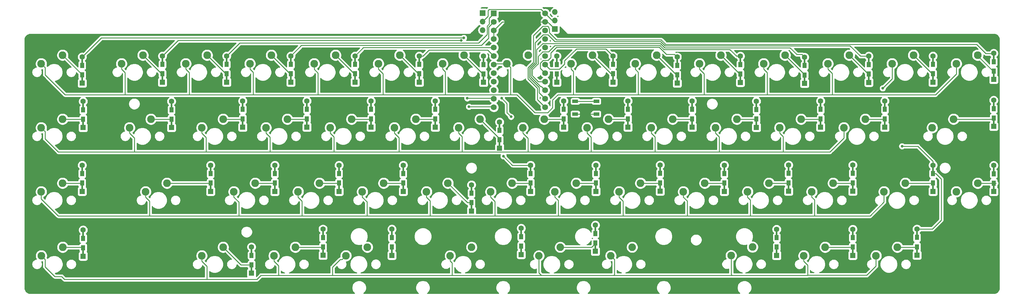
<source format=gbl>
G04 #@! TF.GenerationSoftware,KiCad,Pcbnew,(5.1.2)-1*
G04 #@! TF.CreationDate,2020-06-05T12:30:06-05:00*
G04 #@! TF.ProjectId,Nightmare compact,4e696768-746d-4617-9265-20636f6d7061,rev?*
G04 #@! TF.SameCoordinates,Original*
G04 #@! TF.FileFunction,Copper,L2,Bot*
G04 #@! TF.FilePolarity,Positive*
%FSLAX46Y46*%
G04 Gerber Fmt 4.6, Leading zero omitted, Abs format (unit mm)*
G04 Created by KiCad (PCBNEW (5.1.2)-1) date 2020-06-05 12:30:06*
%MOMM*%
%LPD*%
G04 APERTURE LIST*
%ADD10O,1.700000X1.700000*%
%ADD11R,1.700000X1.700000*%
%ADD12R,0.500000X2.500000*%
%ADD13R,1.200000X1.600000*%
%ADD14C,1.600000*%
%ADD15R,1.600000X1.600000*%
%ADD16C,2.286000*%
%ADD17C,2.250000*%
%ADD18R,1.752600X1.752600*%
%ADD19C,1.752600*%
%ADD20R,1.700000X1.000000*%
%ADD21C,0.800000*%
%ADD22C,0.250000*%
%ADD23C,0.254000*%
G04 APERTURE END LIST*
D10*
X335756250Y-92551250D03*
X335756250Y-95091250D03*
D11*
X335756250Y-97631250D03*
D10*
X314325000Y-97948750D03*
X314325000Y-95408750D03*
D11*
X314325000Y-92868750D03*
D12*
X325751184Y-158117066D03*
D13*
X325751184Y-159417066D03*
X325751184Y-162217066D03*
D12*
X325751184Y-163517066D03*
D14*
X325751184Y-156917066D03*
D15*
X325751184Y-164717066D03*
D16*
X189738000Y-162528250D03*
X183388000Y-165068250D03*
D15*
X287397184Y-164971066D03*
D14*
X287397184Y-157171066D03*
D12*
X287397184Y-163771066D03*
D13*
X287397184Y-162471066D03*
X287397184Y-159671066D03*
D12*
X287397184Y-158371066D03*
D16*
X437367944Y-162528250D03*
X431017944Y-165068250D03*
D15*
X401544784Y-164996466D03*
D14*
X401544784Y-157196466D03*
D12*
X401544784Y-163796466D03*
D13*
X401544784Y-162496466D03*
X401544784Y-159696466D03*
D12*
X401544784Y-158396466D03*
D16*
X454830424Y-146018266D03*
X461180424Y-143478266D03*
X220674376Y-143478266D03*
X214324376Y-146018266D03*
X380217992Y-143478266D03*
X373867992Y-146018266D03*
X354818008Y-146018266D03*
X361168008Y-143478266D03*
X240518104Y-146018266D03*
X246868104Y-143478266D03*
X258754496Y-162528250D03*
X252404496Y-165068250D03*
X418317960Y-143478266D03*
X411967960Y-146018266D03*
X435780440Y-107918298D03*
X442130440Y-105378298D03*
X335768024Y-146018266D03*
X342118024Y-143478266D03*
X183368152Y-146018266D03*
X189718152Y-143478266D03*
X323068040Y-143478266D03*
X316718040Y-146018266D03*
X439749192Y-143478266D03*
X433399192Y-146018266D03*
X304018056Y-143478266D03*
X297668056Y-146018266D03*
X237343112Y-162528250D03*
X230993112Y-165068250D03*
X284968072Y-143478266D03*
X278618072Y-146018266D03*
X409586712Y-165068250D03*
X415936712Y-162528250D03*
X392917976Y-146018266D03*
X399267976Y-143478266D03*
X265918088Y-143478266D03*
X259568088Y-146018266D03*
D13*
X257424968Y-110934858D03*
X257424968Y-108134858D03*
D14*
X257424968Y-105634858D03*
D15*
X257424968Y-113434858D03*
D12*
X257424968Y-106834858D03*
X257424968Y-112234858D03*
X409824840Y-112593458D03*
X409824840Y-107193458D03*
D15*
X409824840Y-113793458D03*
D14*
X409824840Y-105993458D03*
D13*
X409824840Y-108493458D03*
X409824840Y-111293458D03*
D12*
X295524936Y-112234858D03*
X295524936Y-106834858D03*
D15*
X295524936Y-113434858D03*
D14*
X295524936Y-105634858D03*
D13*
X295524936Y-108134858D03*
X295524936Y-110934858D03*
X281237448Y-124329378D03*
X281237448Y-121529378D03*
D14*
X281237448Y-119029378D03*
D15*
X281237448Y-126829378D03*
D12*
X281237448Y-120229378D03*
X281237448Y-125629378D03*
X319337416Y-131880154D03*
X319337416Y-126480154D03*
D15*
X319337416Y-133080154D03*
D14*
X319337416Y-125280154D03*
D13*
X319337416Y-127780154D03*
X319337416Y-130580154D03*
X300287432Y-124329378D03*
X300287432Y-121529378D03*
D14*
X300287432Y-119029378D03*
D15*
X300287432Y-126829378D03*
D12*
X300287432Y-120229378D03*
X300287432Y-125629378D03*
X262187464Y-125629378D03*
X262187464Y-120229378D03*
D15*
X262187464Y-126829378D03*
D14*
X262187464Y-119029378D03*
D13*
X262187464Y-121529378D03*
X262187464Y-124329378D03*
X243137480Y-124329378D03*
X243137480Y-121529378D03*
D14*
X243137480Y-119029378D03*
D15*
X243137480Y-126829378D03*
D12*
X243137480Y-120229378D03*
X243137480Y-125629378D03*
X352972544Y-112234858D03*
X352972544Y-106834858D03*
D15*
X352972544Y-113434858D03*
D14*
X352972544Y-105634858D03*
D13*
X352972544Y-108134858D03*
X352972544Y-110934858D03*
X390774856Y-110995802D03*
X390774856Y-108195802D03*
D14*
X390774856Y-105695802D03*
D15*
X390774856Y-113495802D03*
D12*
X390774856Y-106895802D03*
X390774856Y-112295802D03*
D13*
X314574920Y-110965330D03*
X314574920Y-108165330D03*
D14*
X314574920Y-105665330D03*
D15*
X314574920Y-113465330D03*
D12*
X314574920Y-106865330D03*
X314574920Y-112265330D03*
X372022528Y-112532514D03*
X372022528Y-107132514D03*
D15*
X372022528Y-113732514D03*
D14*
X372022528Y-105932514D03*
D13*
X372022528Y-108432514D03*
X372022528Y-111232514D03*
X336303808Y-110965330D03*
X336303808Y-108165330D03*
D14*
X336303808Y-105665330D03*
D15*
X336303808Y-113465330D03*
D12*
X336303808Y-106865330D03*
X336303808Y-112265330D03*
D13*
X276474952Y-110934858D03*
X276474952Y-108134858D03*
D14*
X276474952Y-105634858D03*
D15*
X276474952Y-113434858D03*
D12*
X276474952Y-106834858D03*
X276474952Y-112234858D03*
X222003904Y-125748130D03*
X222003904Y-120348130D03*
D15*
X222003904Y-126948130D03*
D14*
X222003904Y-119148130D03*
D13*
X222003904Y-121648130D03*
X222003904Y-124448130D03*
X428874824Y-110995802D03*
X428874824Y-108195802D03*
D14*
X428874824Y-105695802D03*
D15*
X428874824Y-113495802D03*
D12*
X428874824Y-106895802D03*
X428874824Y-112295802D03*
D13*
X195810176Y-124448130D03*
X195810176Y-121648130D03*
D14*
X195810176Y-119148130D03*
D15*
X195810176Y-126948130D03*
D12*
X195810176Y-120348130D03*
X195810176Y-125748130D03*
D13*
X465931250Y-110143750D03*
X465931250Y-107343750D03*
D14*
X465931250Y-104843750D03*
D15*
X465931250Y-112643750D03*
D12*
X465931250Y-106043750D03*
X465931250Y-111443750D03*
D17*
X331005528Y-165068250D03*
X337355528Y-162528250D03*
X304694584Y-165058866D03*
X311044584Y-162518866D03*
X352319584Y-165058866D03*
X358669584Y-162518866D03*
D13*
X347750184Y-161280266D03*
X347750184Y-158480266D03*
D14*
X347750184Y-155980266D03*
D15*
X347750184Y-163780266D03*
D12*
X347750184Y-157180266D03*
X347750184Y-162580266D03*
D16*
X245280600Y-107918298D03*
X251630600Y-105378298D03*
X226230616Y-107918298D03*
X232580616Y-105378298D03*
D12*
X465931250Y-144798114D03*
X465931250Y-139398114D03*
D15*
X465931250Y-145998114D03*
D14*
X465931250Y-138198114D03*
D13*
X465931250Y-140698114D03*
X465931250Y-143498114D03*
X443162312Y-162429346D03*
X443162312Y-159629346D03*
D14*
X443162312Y-157129346D03*
D15*
X443162312Y-164929346D03*
D12*
X443162312Y-158329346D03*
X443162312Y-163729346D03*
D13*
X447924808Y-143440306D03*
X447924808Y-140640306D03*
D14*
X447924808Y-138140306D03*
D15*
X447924808Y-145940306D03*
D12*
X447924808Y-139340306D03*
X447924808Y-144740306D03*
D13*
X195810176Y-162727002D03*
X195810176Y-159927002D03*
D14*
X195810176Y-157427002D03*
D15*
X195810176Y-165227002D03*
D12*
X195810176Y-158627002D03*
X195810176Y-164027002D03*
X424112328Y-163790290D03*
X424112328Y-158390290D03*
D15*
X424112328Y-164990290D03*
D14*
X424112328Y-157190290D03*
D13*
X424112328Y-159690290D03*
X424112328Y-162490290D03*
X245750184Y-167780266D03*
X245750184Y-164980266D03*
D14*
X245750184Y-162480266D03*
D15*
X245750184Y-170280266D03*
D12*
X245750184Y-163680266D03*
X245750184Y-169080266D03*
X266949960Y-163759818D03*
X266949960Y-158359818D03*
D15*
X266949960Y-164959818D03*
D14*
X266949960Y-157159818D03*
D13*
X266949960Y-159659818D03*
X266949960Y-162459818D03*
D12*
X424112328Y-144679362D03*
X424112328Y-139279362D03*
D15*
X424112328Y-145879362D03*
D14*
X424112328Y-138079362D03*
D13*
X424112328Y-140579362D03*
X424112328Y-143379362D03*
D16*
X207180632Y-107918298D03*
X213530632Y-105378298D03*
X321480536Y-107918298D03*
X327830536Y-105378298D03*
X308780552Y-105378298D03*
X302430552Y-107918298D03*
X289730568Y-105378298D03*
X283380568Y-107918298D03*
D12*
X465931250Y-125412500D03*
X465931250Y-120012500D03*
D15*
X465931250Y-126612500D03*
D14*
X465931250Y-118812500D03*
D13*
X465931250Y-121312500D03*
X465931250Y-124112500D03*
D16*
X264330584Y-107918298D03*
X270680584Y-105378298D03*
X183368309Y-107918391D03*
X189718309Y-105378391D03*
X189718152Y-124428282D03*
X183368152Y-126968282D03*
X359580504Y-107918298D03*
X365930504Y-105378298D03*
X423080456Y-105378298D03*
X416730456Y-107918298D03*
X461180424Y-105378298D03*
X454830424Y-107918298D03*
X209561880Y-126968282D03*
X215911880Y-124428282D03*
X326243032Y-126968282D03*
X332593032Y-124428282D03*
X269093080Y-126968282D03*
X275443080Y-124428282D03*
X384980488Y-105378298D03*
X378630488Y-107918298D03*
X313543048Y-124428282D03*
X307193048Y-126968282D03*
X288143064Y-126968282D03*
X294493064Y-124428282D03*
X346880520Y-105378298D03*
X340530520Y-107918298D03*
X397680472Y-107918298D03*
X404030472Y-105378298D03*
X250043096Y-126968282D03*
X256393096Y-124428282D03*
X408792968Y-124428282D03*
X402442968Y-126968282D03*
X383392984Y-126968282D03*
X389742984Y-124428282D03*
X351643016Y-124428282D03*
X345293016Y-126968282D03*
X370693000Y-124428282D03*
X364343000Y-126968282D03*
X237343112Y-124428282D03*
X230993112Y-126968282D03*
D12*
X376487368Y-125629378D03*
X376487368Y-120229378D03*
D15*
X376487368Y-126829378D03*
D14*
X376487368Y-119029378D03*
D13*
X376487368Y-121529378D03*
X376487368Y-124329378D03*
X414587336Y-124329378D03*
X414587336Y-121529378D03*
D14*
X414587336Y-119029378D03*
D15*
X414587336Y-126829378D03*
D12*
X414587336Y-120229378D03*
X414587336Y-125629378D03*
D13*
X405062344Y-143379362D03*
X405062344Y-140579362D03*
D14*
X405062344Y-138079362D03*
D15*
X405062344Y-145879362D03*
D12*
X405062344Y-139279362D03*
X405062344Y-144679362D03*
X366962376Y-144679362D03*
X366962376Y-139279362D03*
D15*
X366962376Y-145879362D03*
D14*
X366962376Y-138079362D03*
D13*
X366962376Y-140579362D03*
X366962376Y-143379362D03*
D12*
X252662472Y-144740306D03*
X252662472Y-139340306D03*
D15*
X252662472Y-145940306D03*
D14*
X252662472Y-138140306D03*
D13*
X252662472Y-140640306D03*
X252662472Y-143440306D03*
X395537352Y-124390322D03*
X395537352Y-121590322D03*
D14*
X395537352Y-119090322D03*
D15*
X395537352Y-126890322D03*
D12*
X395537352Y-120290322D03*
X395537352Y-125690322D03*
X338387400Y-125629378D03*
X338387400Y-120229378D03*
D15*
X338387400Y-126829378D03*
D14*
X338387400Y-119029378D03*
D13*
X338387400Y-121529378D03*
X338387400Y-124329378D03*
X433637320Y-124329378D03*
X433637320Y-121529378D03*
D14*
X433637320Y-119029378D03*
D15*
X433637320Y-126829378D03*
D12*
X433637320Y-120229378D03*
X433637320Y-125629378D03*
X447924808Y-112234858D03*
X447924808Y-106834858D03*
D15*
X447924808Y-113434858D03*
D14*
X447924808Y-105634858D03*
D13*
X447924808Y-108134858D03*
X447924808Y-110934858D03*
D12*
X328564752Y-144740306D03*
X328564752Y-139340306D03*
D15*
X328564752Y-145940306D03*
D14*
X328564752Y-138140306D03*
D13*
X328564752Y-140640306D03*
X328564752Y-143440306D03*
D12*
X357437384Y-125629378D03*
X357437384Y-120229378D03*
D15*
X357437384Y-126829378D03*
D14*
X357437384Y-119029378D03*
D13*
X357437384Y-121529378D03*
X357437384Y-124329378D03*
D12*
X195512520Y-144740306D03*
X195512520Y-139340306D03*
D15*
X195512520Y-145940306D03*
D14*
X195512520Y-138140306D03*
D13*
X195512520Y-140640306D03*
X195512520Y-143440306D03*
X311000184Y-149280266D03*
X311000184Y-146480266D03*
D14*
X311000184Y-143980266D03*
D15*
X311000184Y-151780266D03*
D12*
X311000184Y-145180266D03*
X311000184Y-150580266D03*
X290762440Y-144740306D03*
X290762440Y-139340306D03*
D15*
X290762440Y-145940306D03*
D14*
X290762440Y-138140306D03*
D13*
X290762440Y-140640306D03*
X290762440Y-143440306D03*
X233612488Y-143440306D03*
X233612488Y-140640306D03*
D14*
X233612488Y-138140306D03*
D15*
X233612488Y-145940306D03*
D12*
X233612488Y-139340306D03*
X233612488Y-144740306D03*
X386012360Y-144740306D03*
X386012360Y-139340306D03*
D15*
X386012360Y-145940306D03*
D14*
X386012360Y-138140306D03*
D13*
X386012360Y-140640306D03*
X386012360Y-143440306D03*
X271712456Y-143440306D03*
X271712456Y-140640306D03*
D14*
X271712456Y-138140306D03*
D15*
X271712456Y-145940306D03*
D12*
X271712456Y-139340306D03*
X271712456Y-144740306D03*
D13*
X347912392Y-143440306D03*
X347912392Y-140640306D03*
D14*
X347912392Y-138140306D03*
D15*
X347912392Y-145940306D03*
D12*
X347912392Y-139340306D03*
X347912392Y-144740306D03*
D16*
X280107384Y-162518866D03*
X273757384Y-165058866D03*
D13*
X195512520Y-111232514D03*
X195512520Y-108432514D03*
D14*
X195512520Y-105932514D03*
D15*
X195512520Y-113732514D03*
D12*
X195512520Y-107132514D03*
X195512520Y-112532514D03*
D16*
X427842952Y-124428282D03*
X421492952Y-126968282D03*
X394381984Y-162493466D03*
X388031984Y-165033466D03*
X454036680Y-124428282D03*
X447686680Y-126968282D03*
D18*
X317648584Y-92978746D03*
D19*
X317648584Y-95518746D03*
X317648584Y-98058746D03*
X317648584Y-100598746D03*
X317648584Y-103138746D03*
X317648584Y-105678746D03*
X317648584Y-108218746D03*
X317648584Y-110758746D03*
X317648584Y-113298746D03*
X317648584Y-115838746D03*
X317648584Y-118378746D03*
X332888584Y-120918746D03*
X332888584Y-118378746D03*
X332888584Y-115838746D03*
X332888584Y-113298746D03*
X332888584Y-110758746D03*
X332888584Y-108218746D03*
X332888584Y-105678746D03*
X332888584Y-103138746D03*
X332888584Y-100598746D03*
X332888584Y-98058746D03*
X332888584Y-95518746D03*
X317648584Y-120918746D03*
X332888584Y-92978746D03*
D20*
X348070564Y-119107646D03*
X341770564Y-119107646D03*
X348070564Y-122907646D03*
X341770564Y-122907646D03*
D13*
X219325000Y-110934858D03*
X219325000Y-108134858D03*
D14*
X219325000Y-105634858D03*
D15*
X219325000Y-113434858D03*
D12*
X219325000Y-106834858D03*
X219325000Y-112234858D03*
D13*
X238374984Y-110934858D03*
X238374984Y-108134858D03*
D14*
X238374984Y-105634858D03*
D15*
X238374984Y-113434858D03*
D12*
X238374984Y-106834858D03*
X238374984Y-112234858D03*
D21*
X308750184Y-100230266D03*
X309750184Y-118230266D03*
X308000184Y-100980266D03*
X310250184Y-120730266D03*
X320500184Y-135480266D03*
X438750184Y-132480266D03*
X320000184Y-118230266D03*
X322750184Y-123730266D03*
X348070564Y-119107646D03*
X433000184Y-115230266D03*
D22*
X189718309Y-105378391D02*
X195512520Y-111172602D01*
X189718152Y-124428282D02*
X195790328Y-124428282D01*
X195512520Y-111172602D02*
X195512520Y-111232514D01*
X317500104Y-118230266D02*
X317648584Y-118378746D01*
X309750184Y-118230266D02*
X317500104Y-118230266D01*
X189718152Y-143478266D02*
X195474560Y-143478266D01*
X201214768Y-100230266D02*
X308750184Y-100230266D01*
X195790328Y-124428282D02*
X195810176Y-124448130D01*
X195474560Y-143478266D02*
X195512520Y-143440306D01*
X195512520Y-105932514D02*
X201214768Y-100230266D01*
X219087192Y-110934858D02*
X219325000Y-110934858D01*
X310250184Y-120730266D02*
X317688704Y-120730266D01*
X219325000Y-105634858D02*
X223979592Y-100980266D01*
X223979592Y-100980266D02*
X308000184Y-100980266D01*
X317688704Y-120730266D02*
X317877184Y-120918746D01*
X215911880Y-124428282D02*
X221984056Y-124428282D01*
X233574528Y-143478266D02*
X233612488Y-143440306D01*
X221984056Y-124428282D02*
X222003904Y-124448130D01*
X220674376Y-143478266D02*
X233574528Y-143478266D01*
X213530632Y-105378298D02*
X219087192Y-110934858D01*
X243038576Y-124428282D02*
X243137480Y-124329378D01*
X238137176Y-110934858D02*
X238374984Y-110934858D01*
X237343112Y-124428282D02*
X243038576Y-124428282D01*
X232580616Y-105378298D02*
X238137176Y-110934858D01*
X246868104Y-143478266D02*
X252624512Y-143478266D01*
X252624512Y-143478266D02*
X252662472Y-143440306D01*
X251630600Y-105378298D02*
X257187160Y-110934858D01*
X256393096Y-124428282D02*
X262088560Y-124428282D01*
X262088560Y-124428282D02*
X262187464Y-124329378D01*
X257187160Y-110934858D02*
X257424968Y-110934858D01*
X281138544Y-124428282D02*
X281237448Y-124329378D01*
X284968072Y-143478266D02*
X290724480Y-143478266D01*
X275443080Y-124428282D02*
X281138544Y-124428282D01*
X276474952Y-105634858D02*
X278971064Y-103138746D01*
X290724480Y-143478266D02*
X290762440Y-143440306D01*
X270680584Y-105378298D02*
X276237144Y-110934858D01*
X278971064Y-103138746D02*
X317648584Y-103138746D01*
X276237144Y-110934858D02*
X276474952Y-110934858D01*
X315880135Y-103910297D02*
X316772285Y-104802447D01*
X296656306Y-105634858D02*
X298380867Y-103910297D01*
X295524936Y-105634858D02*
X296656306Y-105634858D01*
X295287128Y-110934858D02*
X295524936Y-110934858D01*
X300188528Y-124428282D02*
X300287432Y-124329378D01*
X298380867Y-103910297D02*
X315880135Y-103910297D01*
X309820056Y-149280266D02*
X311000184Y-149280266D01*
X294493064Y-124428282D02*
X300188528Y-124428282D01*
X304018056Y-143478266D02*
X309820056Y-149280266D01*
X289730568Y-105378298D02*
X295287128Y-110934858D01*
X316772285Y-104802447D02*
X317648584Y-105678746D01*
X319337416Y-130222650D02*
X319337416Y-130580154D01*
X314367584Y-110965330D02*
X314574920Y-110965330D01*
X323160224Y-138140306D02*
X328564752Y-138140306D01*
X308780552Y-105378298D02*
X314367584Y-110965330D01*
X320500184Y-135480266D02*
X323160224Y-138140306D01*
X313543048Y-124428282D02*
X319337416Y-130222650D01*
X338288496Y-124428282D02*
X338387400Y-124329378D01*
X332902000Y-105665330D02*
X332888584Y-105678746D01*
X332593032Y-124428282D02*
X338288496Y-124428282D01*
X347874432Y-143478266D02*
X347912392Y-143440306D01*
X342118024Y-143478266D02*
X347874432Y-143478266D01*
X351643016Y-124428282D02*
X357338480Y-124428282D01*
X352437080Y-110934858D02*
X352972544Y-110934858D01*
X346880520Y-105378298D02*
X352437080Y-110934858D01*
X357338480Y-124428282D02*
X357437384Y-124329378D01*
X371784720Y-111232514D02*
X372022528Y-111232514D01*
X370693000Y-124428282D02*
X376388464Y-124428282D01*
X365930504Y-105378298D02*
X371784720Y-111232514D01*
X385974400Y-143478266D02*
X386012360Y-143440306D01*
X380217992Y-143478266D02*
X385974400Y-143478266D01*
X376388464Y-124428282D02*
X376487368Y-124329378D01*
X395499392Y-124428282D02*
X395537352Y-124390322D01*
X390597992Y-110995802D02*
X390774856Y-110995802D01*
X389742984Y-124428282D02*
X395499392Y-124428282D01*
X384980488Y-105378298D02*
X390597992Y-110995802D01*
X418317960Y-143478266D02*
X424013424Y-143478266D01*
X414488432Y-124428282D02*
X414587336Y-124329378D01*
X408792968Y-124428282D02*
X414488432Y-124428282D01*
X409824840Y-111172666D02*
X409824840Y-111293458D01*
X404030472Y-105378298D02*
X409824840Y-111172666D01*
X424013424Y-143478266D02*
X424112328Y-143379362D01*
X447924808Y-137008936D02*
X443396138Y-132480266D01*
X450376284Y-154482306D02*
X447729244Y-157129346D01*
X433538416Y-124428282D02*
X433637320Y-124329378D01*
X427842952Y-124428282D02*
X433538416Y-124428282D01*
X447886848Y-143478266D02*
X447924808Y-143440306D01*
X439315869Y-132480266D02*
X438750184Y-132480266D01*
X443396138Y-132480266D02*
X439315869Y-132480266D01*
X439749192Y-143478266D02*
X447886848Y-143478266D01*
X447924808Y-138140306D02*
X447924808Y-137008936D01*
X443250184Y-157041474D02*
X443162312Y-157129346D01*
X448774808Y-140640306D02*
X450376284Y-142241782D01*
X447924808Y-140640306D02*
X448774808Y-140640306D01*
X450376284Y-142241782D02*
X450376284Y-154482306D01*
X447729244Y-157129346D02*
X443162312Y-157129346D01*
X428697960Y-110995802D02*
X428874824Y-110995802D01*
X423080456Y-105378298D02*
X428697960Y-110995802D01*
X460313746Y-104713746D02*
X465931250Y-110331250D01*
X442130440Y-105378298D02*
X447687000Y-110934858D01*
X447924808Y-108134858D02*
X447924808Y-106834858D01*
X447687000Y-110934858D02*
X447924808Y-110934858D01*
X448181368Y-105378298D02*
X447924808Y-105634858D01*
X447924808Y-110934858D02*
X447924808Y-113434858D01*
X453031098Y-124428282D02*
X465931250Y-124428282D01*
X265918088Y-143478266D02*
X271674496Y-143478266D01*
X271674496Y-143478266D02*
X271712456Y-143440306D01*
X328526792Y-143478266D02*
X328564752Y-143440306D01*
X323068040Y-143478266D02*
X328526792Y-143478266D01*
X366863472Y-143478266D02*
X366962376Y-143379362D01*
X361168008Y-143478266D02*
X366863472Y-143478266D01*
X399267976Y-143478266D02*
X404963440Y-143478266D01*
X404963440Y-143478266D02*
X405062344Y-143379362D01*
X242595128Y-167780266D02*
X245750184Y-167780266D01*
X237343112Y-162528250D02*
X242595128Y-167780266D01*
X266881528Y-162528250D02*
X266949960Y-162459818D01*
X258754496Y-162528250D02*
X266881528Y-162528250D01*
X347750184Y-161480266D02*
X347750184Y-161280266D01*
X337355528Y-162528250D02*
X346702200Y-162528250D01*
X346702200Y-162528250D02*
X347750184Y-161480266D01*
X424074368Y-162528250D02*
X424112328Y-162490290D01*
X415936712Y-162528250D02*
X424074368Y-162528250D01*
X437367944Y-162528250D02*
X443063408Y-162528250D01*
X443063408Y-162528250D02*
X443162312Y-162429346D01*
X461180424Y-143478266D02*
X466657288Y-143478266D01*
X466657288Y-143478266D02*
X466677136Y-143498114D01*
X195611424Y-162528250D02*
X195810176Y-162727002D01*
X189738000Y-162528250D02*
X195611424Y-162528250D01*
X184511308Y-109061390D02*
X184511308Y-111223364D01*
X184511308Y-111223364D02*
X190465389Y-117177445D01*
X448654279Y-117177445D02*
X454830424Y-111001300D01*
X454830424Y-109534744D02*
X454830424Y-107918298D01*
X183368309Y-107918391D02*
X184511308Y-109061390D01*
X454830424Y-111001300D02*
X454830424Y-109534744D01*
X208250184Y-110604296D02*
X208250184Y-117177445D01*
X246250184Y-117177445D02*
X265500184Y-117177445D01*
X284750184Y-117177445D02*
X303250184Y-117177445D01*
X360500184Y-117177445D02*
X380000184Y-117177445D01*
X208250184Y-117177445D02*
X226250184Y-117177445D01*
X380000184Y-110904440D02*
X380000184Y-117177445D01*
X398750184Y-117177445D02*
X418000184Y-117177445D01*
X265500184Y-117177445D02*
X284750184Y-117177445D01*
X380000184Y-117177445D02*
X398750184Y-117177445D01*
X226250184Y-117177445D02*
X227000184Y-117177445D01*
X190465389Y-117177445D02*
X208250184Y-117177445D01*
X341250184Y-117177445D02*
X360500184Y-117177445D01*
X245500184Y-117177445D02*
X246250184Y-117177445D01*
X418000184Y-110804472D02*
X418000184Y-117177445D01*
X283380568Y-109534744D02*
X284750184Y-110904360D01*
X397680472Y-109534744D02*
X398750184Y-110604456D01*
X416730456Y-109534744D02*
X418000184Y-110804472D01*
X245280600Y-107918298D02*
X245280600Y-109534744D01*
X302430552Y-109534744D02*
X303250184Y-110354376D01*
X359580504Y-109534744D02*
X360500184Y-110454424D01*
X283380568Y-107918298D02*
X283380568Y-109534744D01*
X397680472Y-107918298D02*
X397680472Y-109534744D01*
X207180632Y-107918298D02*
X207180632Y-109534744D01*
X264330584Y-107918298D02*
X264330584Y-109534744D01*
X284750184Y-110904360D02*
X284750184Y-117177445D01*
X264330584Y-109534744D02*
X265500184Y-110704344D01*
X226230616Y-109534744D02*
X227250184Y-110554312D01*
X265500184Y-110704344D02*
X265500184Y-117177445D01*
X303250184Y-110354376D02*
X303250184Y-117177445D01*
X322623535Y-109061297D02*
X322623535Y-117054094D01*
X341250184Y-110254408D02*
X341250184Y-117177445D01*
X359580504Y-107918298D02*
X359580504Y-109534744D01*
X378630488Y-109534744D02*
X380000184Y-110904440D01*
X398750184Y-110604456D02*
X398750184Y-117177445D01*
X227000184Y-117177445D02*
X227250184Y-117177445D01*
X303250184Y-117177445D02*
X322500184Y-117177445D01*
X227250184Y-110554312D02*
X227250184Y-117177445D01*
X322623535Y-117054094D02*
X322500184Y-117177445D01*
X416730456Y-107918298D02*
X416730456Y-109534744D01*
X418000184Y-117177445D02*
X448654279Y-117177445D01*
X302430552Y-107918298D02*
X302430552Y-109534744D01*
X245280600Y-109534744D02*
X246250184Y-110504328D01*
X246250184Y-110504328D02*
X246250184Y-117177445D01*
X207180632Y-109534744D02*
X208250184Y-110604296D01*
X226230616Y-107918298D02*
X226230616Y-109534744D01*
X321480536Y-107918298D02*
X322623535Y-109061297D01*
X321480536Y-107918298D02*
X317949032Y-107918298D01*
X340530520Y-107918298D02*
X340530520Y-109534744D01*
X227250184Y-117177445D02*
X245500184Y-117177445D01*
X317949032Y-107918298D02*
X317648584Y-108218746D01*
X340530520Y-109534744D02*
X341250184Y-110254408D01*
X360500184Y-110454424D02*
X360500184Y-117177445D01*
X378630488Y-107918298D02*
X378630488Y-109534744D01*
X421492952Y-130051284D02*
X421492952Y-128584728D01*
X417339081Y-134205155D02*
X421492952Y-130051284D01*
X183368152Y-126968282D02*
X184511151Y-128111281D01*
X421492952Y-128584728D02*
X421492952Y-126968282D01*
X184511151Y-130273255D02*
X188443051Y-134205155D01*
X184511151Y-128111281D02*
X184511151Y-130273255D01*
X209561880Y-126968282D02*
X209561880Y-128584728D01*
X232250184Y-134205155D02*
X251250184Y-134205155D01*
X288143064Y-128584728D02*
X289500184Y-129941848D01*
X288143064Y-126968282D02*
X288143064Y-128584728D01*
X326243032Y-128584728D02*
X327750184Y-130091880D01*
X346500184Y-129791896D02*
X346500184Y-134205155D01*
X345293016Y-126968282D02*
X345293016Y-128584728D01*
X188443051Y-134205155D02*
X211000184Y-134205155D01*
X364343000Y-126968282D02*
X364343000Y-128584728D01*
X307193048Y-126968282D02*
X307193048Y-128584728D01*
X346500184Y-134205155D02*
X365500184Y-134205155D01*
X384500184Y-129691928D02*
X384500184Y-134205155D01*
X383392984Y-128584728D02*
X384500184Y-129691928D01*
X402442968Y-128584728D02*
X403500184Y-129641944D01*
X326243032Y-126968282D02*
X326243032Y-128584728D01*
X269093080Y-126968282D02*
X269093080Y-128584728D01*
X270250184Y-129741832D02*
X270250184Y-134205155D01*
X251250184Y-134205155D02*
X270250184Y-134205155D01*
X270250184Y-134205155D02*
X289500184Y-134205155D01*
X251250184Y-129791816D02*
X251250184Y-134205155D01*
X403500184Y-134205155D02*
X417339081Y-134205155D01*
X365500184Y-134205155D02*
X384500184Y-134205155D01*
X384500184Y-134205155D02*
X403500184Y-134205155D01*
X307193048Y-128584728D02*
X308250184Y-129641864D01*
X327750184Y-134205155D02*
X346500184Y-134205155D01*
X327750184Y-130091880D02*
X327750184Y-134205155D01*
X402442968Y-126968282D02*
X402442968Y-128584728D01*
X232250184Y-129841800D02*
X232250184Y-134205155D01*
X289500184Y-129941848D02*
X289500184Y-134205155D01*
X230993112Y-128584728D02*
X232250184Y-129841800D01*
X308250184Y-134205155D02*
X327750184Y-134205155D01*
X345293016Y-128584728D02*
X346500184Y-129791896D01*
X365500184Y-129741912D02*
X365500184Y-134205155D01*
X230993112Y-126968282D02*
X230993112Y-128584728D01*
X269093080Y-128584728D02*
X270250184Y-129741832D01*
X250043096Y-128584728D02*
X251250184Y-129791816D01*
X289500184Y-134205155D02*
X308250184Y-134205155D01*
X308250184Y-129641864D02*
X308250184Y-134205155D01*
X364343000Y-128584728D02*
X365500184Y-129741912D01*
X211000184Y-134205155D02*
X232250184Y-134205155D01*
X383392984Y-126968282D02*
X383392984Y-128584728D01*
X403500184Y-129641944D02*
X403500184Y-134205155D01*
X250043096Y-126968282D02*
X250043096Y-128584728D01*
X211000184Y-130023032D02*
X211000184Y-134205155D01*
X209561880Y-128584728D02*
X211000184Y-130023032D01*
X375000184Y-153230266D02*
X393750184Y-153230266D01*
X354818008Y-146018266D02*
X354818008Y-147634712D01*
X354818008Y-147634712D02*
X356000184Y-148816888D01*
X373867992Y-147634712D02*
X375000184Y-148766904D01*
X356000184Y-153230266D02*
X375000184Y-153230266D01*
X373867992Y-146018266D02*
X373867992Y-147634712D01*
X356000184Y-148816888D02*
X356000184Y-153230266D01*
X336750184Y-153230266D02*
X356000184Y-153230266D01*
X433399192Y-147634712D02*
X433399192Y-146018266D01*
X433399192Y-149101268D02*
X433399192Y-147634712D01*
X183368152Y-146018266D02*
X183368152Y-148180240D01*
X429270194Y-153230266D02*
X433399192Y-149101268D01*
X215500184Y-148810520D02*
X215500184Y-153230266D01*
X214324376Y-147634712D02*
X215500184Y-148810520D01*
X183368152Y-148180240D02*
X188418178Y-153230266D01*
X214324376Y-146018266D02*
X214324376Y-147634712D01*
X242000184Y-149116792D02*
X242000184Y-153230266D01*
X242000184Y-153230266D02*
X260750184Y-153230266D01*
X280000184Y-153230266D02*
X298750184Y-153230266D01*
X318000184Y-148916856D02*
X318000184Y-153230266D01*
X298750184Y-153230266D02*
X318000184Y-153230266D01*
X412750184Y-148416936D02*
X412750184Y-153230266D01*
X411967960Y-147634712D02*
X412750184Y-148416936D01*
X375000184Y-148766904D02*
X375000184Y-153230266D01*
X215500184Y-153230266D02*
X242000184Y-153230266D01*
X335768024Y-146018266D02*
X335768024Y-147634712D01*
X316718040Y-146018266D02*
X316718040Y-147634712D01*
X316718040Y-147634712D02*
X318000184Y-148916856D01*
X336750184Y-148616872D02*
X336750184Y-153230266D01*
X412750184Y-153230266D02*
X429270194Y-153230266D01*
X259568088Y-147634712D02*
X260750184Y-148816808D01*
X318000184Y-153230266D02*
X336750184Y-153230266D01*
X393750184Y-148466920D02*
X393750184Y-153230266D01*
X188418178Y-153230266D02*
X215500184Y-153230266D01*
X278618072Y-147634712D02*
X280000184Y-149016824D01*
X297668056Y-146018266D02*
X297668056Y-147634712D01*
X260750184Y-148816808D02*
X260750184Y-153230266D01*
X411967960Y-146018266D02*
X411967960Y-147634712D01*
X335768024Y-147634712D02*
X336750184Y-148616872D01*
X392917976Y-146018266D02*
X392917976Y-147634712D01*
X260750184Y-153230266D02*
X280000184Y-153230266D01*
X280000184Y-149016824D02*
X280000184Y-153230266D01*
X259568088Y-146018266D02*
X259568088Y-147634712D01*
X393750184Y-153230266D02*
X412750184Y-153230266D01*
X240518104Y-146018266D02*
X240518104Y-147634712D01*
X392917976Y-147634712D02*
X393750184Y-148466920D01*
X278618072Y-146018266D02*
X278618072Y-147634712D01*
X240518104Y-147634712D02*
X242000184Y-149116792D01*
X297668056Y-147634712D02*
X298750184Y-148716840D01*
X298750184Y-148716840D02*
X298750184Y-153230266D01*
X232500184Y-168191768D02*
X232500184Y-172102306D01*
X248570586Y-170915666D02*
X247383946Y-172102306D01*
X247383946Y-172102306D02*
X232500184Y-172102306D01*
X253750184Y-170725106D02*
X253940744Y-170915666D01*
X253940744Y-170915666D02*
X248570586Y-170915666D01*
X253750184Y-168030384D02*
X253750184Y-170725106D01*
X184530999Y-166211249D02*
X184530999Y-168373223D01*
X431017944Y-166684696D02*
X431017944Y-165068250D01*
X321527283Y-119757365D02*
X320000184Y-118230266D01*
X272614385Y-166201865D02*
X272071383Y-166201865D01*
X322750184Y-123730266D02*
X321527283Y-122507365D01*
X273757384Y-165058866D02*
X272614385Y-166201865D01*
X230993112Y-165068250D02*
X230993112Y-166684696D01*
X321527283Y-122507365D02*
X321527283Y-119757365D01*
X230993112Y-166684696D02*
X232500184Y-168191768D01*
X409586712Y-165068250D02*
X409586712Y-166684696D01*
X272071383Y-166201865D02*
X269769584Y-168503664D01*
X409586712Y-166684696D02*
X410750184Y-167848168D01*
X183388000Y-165068250D02*
X184530999Y-166211249D01*
X252404496Y-166684696D02*
X253750184Y-168030384D01*
X252404496Y-165068250D02*
X252404496Y-166684696D01*
X431017944Y-168151252D02*
X431017944Y-166684696D01*
X410781391Y-170884459D02*
X410750184Y-170915666D01*
X428284737Y-170884459D02*
X410781391Y-170884459D01*
X410750184Y-167848168D02*
X410750184Y-170915666D01*
X428284737Y-170884459D02*
X431017944Y-168151252D01*
X331005528Y-165068250D02*
X331005528Y-170142150D01*
X353170044Y-170915666D02*
X331779044Y-170915666D01*
X331005528Y-170142150D02*
X331779044Y-170915666D01*
X269703984Y-170915666D02*
X253940744Y-170915666D01*
X388031984Y-170658686D02*
X388288964Y-170915666D01*
X269769584Y-170850066D02*
X269703984Y-170915666D01*
X388031984Y-165033466D02*
X388031984Y-170658686D01*
X269769584Y-168503664D02*
X269769584Y-170850066D01*
X410750184Y-170915666D02*
X388288964Y-170915666D01*
X189424765Y-171259467D02*
X187417243Y-171259467D01*
X305288504Y-167243776D02*
X305288504Y-170915666D01*
X190267604Y-172102306D02*
X189424765Y-171259467D01*
X232500184Y-172102306D02*
X190267604Y-172102306D01*
X304694584Y-165058866D02*
X304694584Y-166649856D01*
X304694584Y-166649856D02*
X305288504Y-167243776D01*
X305288504Y-170915666D02*
X269703984Y-170915666D01*
X184530999Y-168373223D02*
X187417243Y-171259467D01*
X331779044Y-170915666D02*
X305288504Y-170915666D01*
X352319584Y-165058866D02*
X353444583Y-166183865D01*
X353444583Y-166183865D02*
X353444583Y-170641127D01*
X353444583Y-170641127D02*
X353170044Y-170915666D01*
X388288964Y-170915666D02*
X353170044Y-170915666D01*
X341770564Y-119107646D02*
X348070564Y-119107646D01*
X333764883Y-109095045D02*
X333785985Y-109095045D01*
X332888584Y-108218746D02*
X333764883Y-109095045D01*
X333785985Y-109095045D02*
X334241140Y-109550200D01*
X334241140Y-109550200D02*
X337108800Y-109550200D01*
X337108800Y-109550200D02*
X338615020Y-108043980D01*
X338615020Y-108043980D02*
X338615020Y-107050840D01*
X338615020Y-107050840D02*
X342143080Y-103522780D01*
X350860466Y-103522780D02*
X352972544Y-105634858D01*
X342143080Y-103522780D02*
X350860466Y-103522780D01*
X371222529Y-105132515D02*
X368825155Y-105132515D01*
X372022528Y-105932514D02*
X371222529Y-105132515D01*
X368825155Y-105132515D02*
X366742980Y-103050340D01*
X366742980Y-103050340D02*
X336229960Y-103050340D01*
X336229960Y-103050340D02*
X334538320Y-104741980D01*
X334538320Y-104741980D02*
X334538320Y-106095800D01*
X334538320Y-106095800D02*
X333700120Y-106934000D01*
X333700120Y-106934000D02*
X332259940Y-106934000D01*
X332259940Y-106934000D02*
X331419200Y-107774740D01*
X331419200Y-109289362D02*
X332888584Y-110758746D01*
X331419200Y-107774740D02*
X331419200Y-109289362D01*
X341250184Y-117177445D02*
X336629885Y-117177445D01*
X336629885Y-117177445D02*
X335089500Y-118717830D01*
X335089500Y-118717830D02*
X335089500Y-121023380D01*
X335089500Y-121023380D02*
X333598520Y-122514360D01*
X333598520Y-122514360D02*
X329854560Y-122514360D01*
X324517645Y-117177445D02*
X322500184Y-117177445D01*
X329854560Y-122514360D02*
X324517645Y-117177445D01*
X435780440Y-112450010D02*
X433000184Y-115230266D01*
X435780440Y-107918298D02*
X435780440Y-112450010D01*
X329090020Y-111523780D02*
X330864986Y-113298746D01*
X329090020Y-109677200D02*
X329090020Y-111523780D01*
X330799440Y-107967780D02*
X329090020Y-109677200D01*
X330799440Y-105707180D02*
X330799440Y-107967780D01*
X332102460Y-104404160D02*
X330799440Y-105707180D01*
X333900780Y-104404160D02*
X332102460Y-104404160D01*
X390774856Y-105695802D02*
X389643486Y-105695802D01*
X389643486Y-105695802D02*
X387627944Y-103680260D01*
X330864986Y-113298746D02*
X332888584Y-113298746D01*
X387627944Y-103680260D02*
X368086640Y-103680260D01*
X368086640Y-103680260D02*
X366953800Y-102547420D01*
X366953800Y-102547420D02*
X335757520Y-102547420D01*
X335757520Y-102547420D02*
X333900780Y-104404160D01*
X331768938Y-114719100D02*
X332888584Y-115838746D01*
X331482700Y-114719100D02*
X331768938Y-114719100D01*
X328632820Y-111869220D02*
X331482700Y-114719100D01*
X330354940Y-107774740D02*
X328632820Y-109496860D01*
X332191360Y-101894640D02*
X330354940Y-103731060D01*
X328632820Y-109496860D02*
X328632820Y-111869220D01*
X409824840Y-105993458D02*
X409024841Y-105193459D01*
X409024841Y-105193459D02*
X407547439Y-105193459D01*
X405533860Y-103179880D02*
X368327940Y-103179880D01*
X330354940Y-103731060D02*
X330354940Y-107774740D01*
X407547439Y-105193459D02*
X405533860Y-103179880D01*
X368327940Y-103179880D02*
X367042700Y-101894640D01*
X367042700Y-101894640D02*
X332191360Y-101894640D01*
X331071220Y-114978180D02*
X331071220Y-116561382D01*
X328171810Y-112078770D02*
X331071220Y-114978180D01*
X329877420Y-107609640D02*
X328171810Y-109315250D01*
X328171810Y-109315250D02*
X328171810Y-112078770D01*
X329877420Y-101686360D02*
X329877420Y-107609640D01*
X332252320Y-99311460D02*
X329877420Y-101686360D01*
X333682340Y-99311460D02*
X332252320Y-99311460D01*
X428874824Y-105695802D02*
X426378422Y-105695802D01*
X426378422Y-105695802D02*
X423311320Y-102628700D01*
X331071220Y-116561382D02*
X332888584Y-118378746D01*
X423311320Y-102628700D02*
X368432080Y-102628700D01*
X368432080Y-102628700D02*
X367146840Y-101343460D01*
X367146840Y-101343460D02*
X335714340Y-101343460D01*
X335714340Y-101343460D02*
X333682340Y-99311460D01*
X316114815Y-97052515D02*
X317648584Y-95518746D01*
X316114815Y-100348665D02*
X316114815Y-97052515D01*
X313983214Y-102480266D02*
X316114815Y-100348665D01*
X260579560Y-102480266D02*
X313983214Y-102480266D01*
X257424968Y-105634858D02*
X260579560Y-102480266D01*
X463612383Y-104895803D02*
X466174793Y-104895803D01*
X460905860Y-102153720D02*
X463612383Y-104860243D01*
X367309400Y-100835460D02*
X368627660Y-102153720D01*
X329410060Y-107508040D02*
X329410060Y-103798774D01*
X327764140Y-109153960D02*
X329410060Y-107508040D01*
X327764140Y-112420400D02*
X327764140Y-109153960D01*
X463612383Y-104860243D02*
X463612383Y-104895803D01*
X330555600Y-115211860D02*
X327764140Y-112420400D01*
X329410060Y-103798774D02*
X329415140Y-103793694D01*
X368627660Y-102153720D02*
X460905860Y-102153720D01*
X332888584Y-120918746D02*
X330555600Y-118585762D01*
X332193900Y-96779080D02*
X333618840Y-96779080D01*
X330555600Y-118585762D02*
X330555600Y-115211860D01*
X334168750Y-97631250D02*
X334168750Y-98753930D01*
X329415140Y-103793694D02*
X329415140Y-99557840D01*
X329415140Y-99557840D02*
X332193900Y-96779080D01*
X333618840Y-96779080D02*
X333987140Y-97147380D01*
X333987140Y-97147380D02*
X333987140Y-97449640D01*
X333987140Y-97449640D02*
X334168750Y-97631250D01*
X334168750Y-98753930D02*
X336250280Y-100835460D01*
X336250280Y-100835460D02*
X367309400Y-100835460D01*
X242279576Y-101730266D02*
X313135554Y-101730266D01*
X313135554Y-101730266D02*
X315655805Y-99210015D01*
X238374984Y-105634858D02*
X242279576Y-101730266D01*
X320188584Y-95518746D02*
X317648584Y-98058746D01*
X317648584Y-99298021D02*
X317648584Y-100598746D01*
X317648584Y-98058746D02*
X317648584Y-99298021D01*
X335756250Y-97631250D02*
X334962500Y-96837500D01*
X334962500Y-96837500D02*
X334168750Y-96043750D01*
X332888584Y-95518746D02*
X333565006Y-95518746D01*
X334090010Y-96043750D02*
X334168750Y-96043750D01*
X333565006Y-95518746D02*
X334090010Y-96043750D01*
X335001088Y-95091250D02*
X335756250Y-95091250D01*
X332888584Y-92978746D02*
X335001088Y-95091250D01*
X317648584Y-92978746D02*
X317648584Y-93023696D01*
X317648584Y-93023696D02*
X316290960Y-94381320D01*
X316290960Y-94381320D02*
X316290960Y-96110750D01*
X316290960Y-96110750D02*
X315655805Y-96745905D01*
X315655805Y-99210015D02*
X315655805Y-96745905D01*
X315174999Y-94558751D02*
X315174999Y-94552401D01*
X314325000Y-95408750D02*
X315174999Y-94558751D01*
X315174999Y-94552401D02*
X315930280Y-93797120D01*
X315930280Y-93797120D02*
X315930280Y-92095320D01*
X315930280Y-92095320D02*
X316252860Y-91772740D01*
X331682578Y-91772740D02*
X332888584Y-92978746D01*
X316252860Y-91772740D02*
X331682578Y-91772740D01*
X348070564Y-122907646D02*
X346970564Y-122907646D01*
X346970564Y-122907646D02*
X341770564Y-122907646D01*
X332888584Y-95518746D02*
X320188584Y-95518746D01*
D23*
G36*
X313495986Y-96649456D02*
G01*
X313550791Y-96678750D01*
X313495986Y-96708044D01*
X313269866Y-96893616D01*
X313084294Y-97119736D01*
X312946401Y-97377716D01*
X312861487Y-97657639D01*
X312832815Y-97948750D01*
X312861487Y-98239861D01*
X312946401Y-98519784D01*
X313084294Y-98777764D01*
X313269866Y-99003884D01*
X313495986Y-99189456D01*
X313753966Y-99327349D01*
X314033889Y-99412263D01*
X314252050Y-99433750D01*
X314357268Y-99433750D01*
X312820753Y-100970266D01*
X309473895Y-100970266D01*
X309554121Y-100890040D01*
X309667389Y-100720522D01*
X309745410Y-100532164D01*
X309785184Y-100332205D01*
X309785184Y-100128327D01*
X309745410Y-99928368D01*
X309667389Y-99740010D01*
X309554121Y-99570492D01*
X309409958Y-99426329D01*
X309240440Y-99313061D01*
X309052082Y-99235040D01*
X308852123Y-99195266D01*
X308648245Y-99195266D01*
X308448286Y-99235040D01*
X308259928Y-99313061D01*
X308090410Y-99426329D01*
X308046473Y-99470266D01*
X201252090Y-99470266D01*
X201214767Y-99466590D01*
X201177444Y-99470266D01*
X201177435Y-99470266D01*
X201065782Y-99481263D01*
X200922521Y-99524720D01*
X200790492Y-99595292D01*
X200790490Y-99595293D01*
X200790491Y-99595293D01*
X200703764Y-99666467D01*
X200703760Y-99666471D01*
X200674767Y-99690265D01*
X200650973Y-99719258D01*
X195836406Y-104533826D01*
X195653855Y-104497514D01*
X195371185Y-104497514D01*
X195093946Y-104552661D01*
X194832793Y-104660834D01*
X194597761Y-104817877D01*
X194397883Y-105017755D01*
X194240840Y-105252787D01*
X194132667Y-105513940D01*
X194077520Y-105791179D01*
X194077520Y-106073849D01*
X194132667Y-106351088D01*
X194240840Y-106612241D01*
X194397883Y-106847273D01*
X194597761Y-107047151D01*
X194624448Y-107064983D01*
X194624448Y-107066473D01*
X194558026Y-107101977D01*
X194461335Y-107181329D01*
X194381983Y-107278020D01*
X194323018Y-107388334D01*
X194286708Y-107508032D01*
X194274448Y-107632514D01*
X194274448Y-108859728D01*
X191393933Y-105979214D01*
X191427981Y-105897014D01*
X191496309Y-105553509D01*
X191496309Y-105203273D01*
X191427981Y-104859768D01*
X191293952Y-104536192D01*
X191099372Y-104244982D01*
X190851718Y-103997328D01*
X190560508Y-103802748D01*
X190236932Y-103668719D01*
X189893427Y-103600391D01*
X189543191Y-103600391D01*
X189199686Y-103668719D01*
X188876110Y-103802748D01*
X188584900Y-103997328D01*
X188337246Y-104244982D01*
X188142666Y-104536192D01*
X188008637Y-104859768D01*
X187940309Y-105203273D01*
X187940309Y-105553509D01*
X188008637Y-105897014D01*
X188142666Y-106220590D01*
X188337246Y-106511800D01*
X188584900Y-106759454D01*
X188876110Y-106954034D01*
X189199686Y-107088063D01*
X189543191Y-107156391D01*
X189893427Y-107156391D01*
X190236932Y-107088063D01*
X190319132Y-107054015D01*
X192188507Y-108923391D01*
X192107125Y-108923391D01*
X191810566Y-108982380D01*
X191531214Y-109098092D01*
X191279804Y-109266079D01*
X191065997Y-109479886D01*
X190898010Y-109731296D01*
X190782298Y-110010648D01*
X190723309Y-110307207D01*
X190723309Y-110609575D01*
X190782298Y-110906134D01*
X190898010Y-111185486D01*
X191065997Y-111436896D01*
X191279804Y-111650703D01*
X191531214Y-111818690D01*
X191810566Y-111934402D01*
X192107125Y-111993391D01*
X192409493Y-111993391D01*
X192706052Y-111934402D01*
X192985404Y-111818690D01*
X193236814Y-111650703D01*
X193450621Y-111436896D01*
X193618608Y-111185486D01*
X193734320Y-110906134D01*
X193793309Y-110609575D01*
X193793309Y-110528193D01*
X194274448Y-111009332D01*
X194274448Y-112032514D01*
X194286708Y-112156996D01*
X194323018Y-112276694D01*
X194381983Y-112387008D01*
X194383217Y-112388512D01*
X194358026Y-112401977D01*
X194261335Y-112481329D01*
X194181983Y-112578020D01*
X194123018Y-112688334D01*
X194086708Y-112808032D01*
X194074448Y-112932514D01*
X194074448Y-114532514D01*
X194086708Y-114656996D01*
X194123018Y-114776694D01*
X194181983Y-114887008D01*
X194261335Y-114983699D01*
X194358026Y-115063051D01*
X194468340Y-115122016D01*
X194588038Y-115158326D01*
X194712520Y-115170586D01*
X196312520Y-115170586D01*
X196437002Y-115158326D01*
X196556700Y-115122016D01*
X196667014Y-115063051D01*
X196763705Y-114983699D01*
X196843057Y-114887008D01*
X196902022Y-114776694D01*
X196938332Y-114656996D01*
X196950592Y-114532514D01*
X196950592Y-112932514D01*
X196938332Y-112808032D01*
X196902022Y-112688334D01*
X196843057Y-112578020D01*
X196763705Y-112481329D01*
X196667014Y-112401977D01*
X196641823Y-112388512D01*
X196643057Y-112387008D01*
X196702022Y-112276694D01*
X196738332Y-112156996D01*
X196750592Y-112032514D01*
X196750592Y-110432514D01*
X196738332Y-110308032D01*
X196702022Y-110188334D01*
X196643057Y-110078020D01*
X196563705Y-109981329D01*
X196467014Y-109901977D01*
X196356700Y-109843012D01*
X196322093Y-109832514D01*
X196356700Y-109822016D01*
X196467014Y-109763051D01*
X196563705Y-109683699D01*
X196643057Y-109587008D01*
X196702022Y-109476694D01*
X196738332Y-109356996D01*
X196750592Y-109232514D01*
X196750592Y-107632514D01*
X196738332Y-107508032D01*
X196702022Y-107388334D01*
X196643057Y-107278020D01*
X196563705Y-107181329D01*
X196467014Y-107101977D01*
X196400592Y-107066473D01*
X196400592Y-107064983D01*
X196427279Y-107047151D01*
X196627157Y-106847273D01*
X196784200Y-106612241D01*
X196892373Y-106351088D01*
X196947520Y-106073849D01*
X196947520Y-105791179D01*
X196911208Y-105608628D01*
X201529571Y-100990266D01*
X222894790Y-100990266D01*
X219648887Y-104236170D01*
X219466335Y-104199858D01*
X219183665Y-104199858D01*
X218906426Y-104255005D01*
X218645273Y-104363178D01*
X218410241Y-104520221D01*
X218210363Y-104720099D01*
X218053320Y-104955131D01*
X217945147Y-105216284D01*
X217890000Y-105493523D01*
X217890000Y-105776193D01*
X217945147Y-106053432D01*
X218053320Y-106314585D01*
X218210363Y-106549617D01*
X218410241Y-106749495D01*
X218436928Y-106767327D01*
X218436928Y-106768817D01*
X218370506Y-106804321D01*
X218273815Y-106883673D01*
X218194463Y-106980364D01*
X218135498Y-107090678D01*
X218099188Y-107210376D01*
X218086928Y-107334858D01*
X218086928Y-108859792D01*
X215206256Y-105979121D01*
X215240304Y-105896921D01*
X215308632Y-105553416D01*
X215308632Y-105203180D01*
X215240304Y-104859675D01*
X215106275Y-104536099D01*
X214911695Y-104244889D01*
X214664041Y-103997235D01*
X214372831Y-103802655D01*
X214049255Y-103668626D01*
X213705750Y-103600298D01*
X213355514Y-103600298D01*
X213012009Y-103668626D01*
X212688433Y-103802655D01*
X212397223Y-103997235D01*
X212149569Y-104244889D01*
X211954989Y-104536099D01*
X211820960Y-104859675D01*
X211752632Y-105203180D01*
X211752632Y-105553416D01*
X211820960Y-105896921D01*
X211954989Y-106220497D01*
X212149569Y-106511707D01*
X212397223Y-106759361D01*
X212688433Y-106953941D01*
X213012009Y-107087970D01*
X213355514Y-107156298D01*
X213705750Y-107156298D01*
X214049255Y-107087970D01*
X214131455Y-107053922D01*
X216000830Y-108923298D01*
X215919448Y-108923298D01*
X215622889Y-108982287D01*
X215343537Y-109097999D01*
X215092127Y-109265986D01*
X214878320Y-109479793D01*
X214710333Y-109731203D01*
X214594621Y-110010555D01*
X214535632Y-110307114D01*
X214535632Y-110609482D01*
X214594621Y-110906041D01*
X214710333Y-111185393D01*
X214878320Y-111436803D01*
X215092127Y-111650610D01*
X215343537Y-111818597D01*
X215622889Y-111934309D01*
X215919448Y-111993298D01*
X216221816Y-111993298D01*
X216518375Y-111934309D01*
X216797727Y-111818597D01*
X217049137Y-111650610D01*
X217262944Y-111436803D01*
X217430931Y-111185393D01*
X217546643Y-110906041D01*
X217605632Y-110609482D01*
X217605632Y-110528100D01*
X218086928Y-111009396D01*
X218086928Y-111734858D01*
X218099188Y-111859340D01*
X218135498Y-111979038D01*
X218194463Y-112089352D01*
X218195697Y-112090856D01*
X218170506Y-112104321D01*
X218073815Y-112183673D01*
X217994463Y-112280364D01*
X217935498Y-112390678D01*
X217899188Y-112510376D01*
X217886928Y-112634858D01*
X217886928Y-114234858D01*
X217899188Y-114359340D01*
X217935498Y-114479038D01*
X217994463Y-114589352D01*
X218073815Y-114686043D01*
X218170506Y-114765395D01*
X218280820Y-114824360D01*
X218400518Y-114860670D01*
X218525000Y-114872930D01*
X220125000Y-114872930D01*
X220249482Y-114860670D01*
X220369180Y-114824360D01*
X220479494Y-114765395D01*
X220576185Y-114686043D01*
X220655537Y-114589352D01*
X220714502Y-114479038D01*
X220750812Y-114359340D01*
X220763072Y-114234858D01*
X220763072Y-112634858D01*
X220750812Y-112510376D01*
X220714502Y-112390678D01*
X220655537Y-112280364D01*
X220576185Y-112183673D01*
X220479494Y-112104321D01*
X220454303Y-112090856D01*
X220455537Y-112089352D01*
X220514502Y-111979038D01*
X220550812Y-111859340D01*
X220563072Y-111734858D01*
X220563072Y-110134858D01*
X220550812Y-110010376D01*
X220514502Y-109890678D01*
X220455537Y-109780364D01*
X220376185Y-109683673D01*
X220279494Y-109604321D01*
X220169180Y-109545356D01*
X220134573Y-109534858D01*
X220169180Y-109524360D01*
X220279494Y-109465395D01*
X220376185Y-109386043D01*
X220455537Y-109289352D01*
X220514502Y-109179038D01*
X220550812Y-109059340D01*
X220563072Y-108934858D01*
X220563072Y-107334858D01*
X220550812Y-107210376D01*
X220514502Y-107090678D01*
X220455537Y-106980364D01*
X220376185Y-106883673D01*
X220279494Y-106804321D01*
X220213072Y-106768817D01*
X220213072Y-106767327D01*
X220239759Y-106749495D01*
X220439637Y-106549617D01*
X220596680Y-106314585D01*
X220704853Y-106053432D01*
X220760000Y-105776193D01*
X220760000Y-105493523D01*
X220723688Y-105310971D01*
X224294394Y-101740266D01*
X241194774Y-101740266D01*
X238698871Y-104236170D01*
X238516319Y-104199858D01*
X238233649Y-104199858D01*
X237956410Y-104255005D01*
X237695257Y-104363178D01*
X237460225Y-104520221D01*
X237260347Y-104720099D01*
X237103304Y-104955131D01*
X236995131Y-105216284D01*
X236939984Y-105493523D01*
X236939984Y-105776193D01*
X236995131Y-106053432D01*
X237103304Y-106314585D01*
X237260347Y-106549617D01*
X237460225Y-106749495D01*
X237486912Y-106767327D01*
X237486912Y-106768817D01*
X237420490Y-106804321D01*
X237323799Y-106883673D01*
X237244447Y-106980364D01*
X237185482Y-107090678D01*
X237149172Y-107210376D01*
X237136912Y-107334858D01*
X237136912Y-108859792D01*
X234256240Y-105979121D01*
X234290288Y-105896921D01*
X234358616Y-105553416D01*
X234358616Y-105203180D01*
X234290288Y-104859675D01*
X234156259Y-104536099D01*
X233961679Y-104244889D01*
X233714025Y-103997235D01*
X233422815Y-103802655D01*
X233099239Y-103668626D01*
X232755734Y-103600298D01*
X232405498Y-103600298D01*
X232061993Y-103668626D01*
X231738417Y-103802655D01*
X231447207Y-103997235D01*
X231199553Y-104244889D01*
X231004973Y-104536099D01*
X230870944Y-104859675D01*
X230802616Y-105203180D01*
X230802616Y-105553416D01*
X230870944Y-105896921D01*
X231004973Y-106220497D01*
X231199553Y-106511707D01*
X231447207Y-106759361D01*
X231738417Y-106953941D01*
X232061993Y-107087970D01*
X232405498Y-107156298D01*
X232755734Y-107156298D01*
X233099239Y-107087970D01*
X233181439Y-107053922D01*
X235050814Y-108923298D01*
X234969432Y-108923298D01*
X234672873Y-108982287D01*
X234393521Y-109097999D01*
X234142111Y-109265986D01*
X233928304Y-109479793D01*
X233760317Y-109731203D01*
X233644605Y-110010555D01*
X233585616Y-110307114D01*
X233585616Y-110609482D01*
X233644605Y-110906041D01*
X233760317Y-111185393D01*
X233928304Y-111436803D01*
X234142111Y-111650610D01*
X234393521Y-111818597D01*
X234672873Y-111934309D01*
X234969432Y-111993298D01*
X235271800Y-111993298D01*
X235568359Y-111934309D01*
X235847711Y-111818597D01*
X236099121Y-111650610D01*
X236312928Y-111436803D01*
X236480915Y-111185393D01*
X236596627Y-110906041D01*
X236655616Y-110609482D01*
X236655616Y-110528100D01*
X237136912Y-111009396D01*
X237136912Y-111734858D01*
X237149172Y-111859340D01*
X237185482Y-111979038D01*
X237244447Y-112089352D01*
X237245681Y-112090856D01*
X237220490Y-112104321D01*
X237123799Y-112183673D01*
X237044447Y-112280364D01*
X236985482Y-112390678D01*
X236949172Y-112510376D01*
X236936912Y-112634858D01*
X236936912Y-114234858D01*
X236949172Y-114359340D01*
X236985482Y-114479038D01*
X237044447Y-114589352D01*
X237123799Y-114686043D01*
X237220490Y-114765395D01*
X237330804Y-114824360D01*
X237450502Y-114860670D01*
X237574984Y-114872930D01*
X239174984Y-114872930D01*
X239299466Y-114860670D01*
X239419164Y-114824360D01*
X239529478Y-114765395D01*
X239626169Y-114686043D01*
X239705521Y-114589352D01*
X239764486Y-114479038D01*
X239800796Y-114359340D01*
X239813056Y-114234858D01*
X239813056Y-112634858D01*
X239800796Y-112510376D01*
X239764486Y-112390678D01*
X239705521Y-112280364D01*
X239626169Y-112183673D01*
X239529478Y-112104321D01*
X239504287Y-112090856D01*
X239505521Y-112089352D01*
X239564486Y-111979038D01*
X239600796Y-111859340D01*
X239613056Y-111734858D01*
X239613056Y-110134858D01*
X239600796Y-110010376D01*
X239564486Y-109890678D01*
X239505521Y-109780364D01*
X239426169Y-109683673D01*
X239329478Y-109604321D01*
X239219164Y-109545356D01*
X239184557Y-109534858D01*
X239219164Y-109524360D01*
X239329478Y-109465395D01*
X239426169Y-109386043D01*
X239505521Y-109289352D01*
X239564486Y-109179038D01*
X239600796Y-109059340D01*
X239613056Y-108934858D01*
X239613056Y-107334858D01*
X239600796Y-107210376D01*
X239564486Y-107090678D01*
X239505521Y-106980364D01*
X239426169Y-106883673D01*
X239329478Y-106804321D01*
X239263056Y-106768817D01*
X239263056Y-106767327D01*
X239289743Y-106749495D01*
X239489621Y-106549617D01*
X239646664Y-106314585D01*
X239754837Y-106053432D01*
X239809984Y-105776193D01*
X239809984Y-105493523D01*
X239773672Y-105310971D01*
X242594378Y-102490266D01*
X259494758Y-102490266D01*
X257748854Y-104236170D01*
X257566303Y-104199858D01*
X257283633Y-104199858D01*
X257006394Y-104255005D01*
X256745241Y-104363178D01*
X256510209Y-104520221D01*
X256310331Y-104720099D01*
X256153288Y-104955131D01*
X256045115Y-105216284D01*
X255989968Y-105493523D01*
X255989968Y-105776193D01*
X256045115Y-106053432D01*
X256153288Y-106314585D01*
X256310331Y-106549617D01*
X256510209Y-106749495D01*
X256536896Y-106767327D01*
X256536896Y-106768817D01*
X256470474Y-106804321D01*
X256373783Y-106883673D01*
X256294431Y-106980364D01*
X256235466Y-107090678D01*
X256199156Y-107210376D01*
X256186896Y-107334858D01*
X256186896Y-108859792D01*
X253306224Y-105979121D01*
X253340272Y-105896921D01*
X253408600Y-105553416D01*
X253408600Y-105203180D01*
X253340272Y-104859675D01*
X253206243Y-104536099D01*
X253011663Y-104244889D01*
X252764009Y-103997235D01*
X252472799Y-103802655D01*
X252149223Y-103668626D01*
X251805718Y-103600298D01*
X251455482Y-103600298D01*
X251111977Y-103668626D01*
X250788401Y-103802655D01*
X250497191Y-103997235D01*
X250249537Y-104244889D01*
X250054957Y-104536099D01*
X249920928Y-104859675D01*
X249852600Y-105203180D01*
X249852600Y-105553416D01*
X249920928Y-105896921D01*
X250054957Y-106220497D01*
X250249537Y-106511707D01*
X250497191Y-106759361D01*
X250788401Y-106953941D01*
X251111977Y-107087970D01*
X251455482Y-107156298D01*
X251805718Y-107156298D01*
X252149223Y-107087970D01*
X252231423Y-107053922D01*
X254100798Y-108923298D01*
X254019416Y-108923298D01*
X253722857Y-108982287D01*
X253443505Y-109097999D01*
X253192095Y-109265986D01*
X252978288Y-109479793D01*
X252810301Y-109731203D01*
X252694589Y-110010555D01*
X252635600Y-110307114D01*
X252635600Y-110609482D01*
X252694589Y-110906041D01*
X252810301Y-111185393D01*
X252978288Y-111436803D01*
X253192095Y-111650610D01*
X253443505Y-111818597D01*
X253722857Y-111934309D01*
X254019416Y-111993298D01*
X254321784Y-111993298D01*
X254618343Y-111934309D01*
X254897695Y-111818597D01*
X255149105Y-111650610D01*
X255362912Y-111436803D01*
X255530899Y-111185393D01*
X255646611Y-110906041D01*
X255705600Y-110609482D01*
X255705600Y-110528100D01*
X256186896Y-111009396D01*
X256186896Y-111734858D01*
X256199156Y-111859340D01*
X256235466Y-111979038D01*
X256294431Y-112089352D01*
X256295665Y-112090856D01*
X256270474Y-112104321D01*
X256173783Y-112183673D01*
X256094431Y-112280364D01*
X256035466Y-112390678D01*
X255999156Y-112510376D01*
X255986896Y-112634858D01*
X255986896Y-114234858D01*
X255999156Y-114359340D01*
X256035466Y-114479038D01*
X256094431Y-114589352D01*
X256173783Y-114686043D01*
X256270474Y-114765395D01*
X256380788Y-114824360D01*
X256500486Y-114860670D01*
X256624968Y-114872930D01*
X258224968Y-114872930D01*
X258349450Y-114860670D01*
X258469148Y-114824360D01*
X258579462Y-114765395D01*
X258676153Y-114686043D01*
X258755505Y-114589352D01*
X258814470Y-114479038D01*
X258850780Y-114359340D01*
X258863040Y-114234858D01*
X258863040Y-112634858D01*
X258850780Y-112510376D01*
X258814470Y-112390678D01*
X258755505Y-112280364D01*
X258676153Y-112183673D01*
X258579462Y-112104321D01*
X258554271Y-112090856D01*
X258555505Y-112089352D01*
X258614470Y-111979038D01*
X258650780Y-111859340D01*
X258663040Y-111734858D01*
X258663040Y-110134858D01*
X258650780Y-110010376D01*
X258614470Y-109890678D01*
X258555505Y-109780364D01*
X258476153Y-109683673D01*
X258379462Y-109604321D01*
X258269148Y-109545356D01*
X258234541Y-109534858D01*
X258269148Y-109524360D01*
X258379462Y-109465395D01*
X258476153Y-109386043D01*
X258555505Y-109289352D01*
X258614470Y-109179038D01*
X258650780Y-109059340D01*
X258663040Y-108934858D01*
X258663040Y-107334858D01*
X258650780Y-107210376D01*
X258614470Y-107090678D01*
X258555505Y-106980364D01*
X258476153Y-106883673D01*
X258379462Y-106804321D01*
X258313040Y-106768817D01*
X258313040Y-106767327D01*
X258339727Y-106749495D01*
X258539605Y-106549617D01*
X258696648Y-106314585D01*
X258804821Y-106053432D01*
X258859968Y-105776193D01*
X258859968Y-105493523D01*
X258823656Y-105310972D01*
X260894362Y-103240266D01*
X277794742Y-103240266D01*
X276798838Y-104236170D01*
X276616287Y-104199858D01*
X276333617Y-104199858D01*
X276056378Y-104255005D01*
X275795225Y-104363178D01*
X275560193Y-104520221D01*
X275360315Y-104720099D01*
X275203272Y-104955131D01*
X275095099Y-105216284D01*
X275039952Y-105493523D01*
X275039952Y-105776193D01*
X275095099Y-106053432D01*
X275203272Y-106314585D01*
X275360315Y-106549617D01*
X275560193Y-106749495D01*
X275586880Y-106767327D01*
X275586880Y-106768817D01*
X275520458Y-106804321D01*
X275423767Y-106883673D01*
X275344415Y-106980364D01*
X275285450Y-107090678D01*
X275249140Y-107210376D01*
X275236880Y-107334858D01*
X275236880Y-108859792D01*
X272356208Y-105979121D01*
X272390256Y-105896921D01*
X272458584Y-105553416D01*
X272458584Y-105203180D01*
X272390256Y-104859675D01*
X272256227Y-104536099D01*
X272061647Y-104244889D01*
X271813993Y-103997235D01*
X271522783Y-103802655D01*
X271199207Y-103668626D01*
X270855702Y-103600298D01*
X270505466Y-103600298D01*
X270161961Y-103668626D01*
X269838385Y-103802655D01*
X269547175Y-103997235D01*
X269299521Y-104244889D01*
X269104941Y-104536099D01*
X268970912Y-104859675D01*
X268902584Y-105203180D01*
X268902584Y-105553416D01*
X268970912Y-105896921D01*
X269104941Y-106220497D01*
X269299521Y-106511707D01*
X269547175Y-106759361D01*
X269838385Y-106953941D01*
X270161961Y-107087970D01*
X270505466Y-107156298D01*
X270855702Y-107156298D01*
X271199207Y-107087970D01*
X271281407Y-107053922D01*
X273150782Y-108923298D01*
X273069400Y-108923298D01*
X272772841Y-108982287D01*
X272493489Y-109097999D01*
X272242079Y-109265986D01*
X272028272Y-109479793D01*
X271860285Y-109731203D01*
X271744573Y-110010555D01*
X271685584Y-110307114D01*
X271685584Y-110609482D01*
X271744573Y-110906041D01*
X271860285Y-111185393D01*
X272028272Y-111436803D01*
X272242079Y-111650610D01*
X272493489Y-111818597D01*
X272772841Y-111934309D01*
X273069400Y-111993298D01*
X273371768Y-111993298D01*
X273668327Y-111934309D01*
X273947679Y-111818597D01*
X274199089Y-111650610D01*
X274412896Y-111436803D01*
X274580883Y-111185393D01*
X274696595Y-110906041D01*
X274755584Y-110609482D01*
X274755584Y-110528100D01*
X275236880Y-111009396D01*
X275236880Y-111734858D01*
X275249140Y-111859340D01*
X275285450Y-111979038D01*
X275344415Y-112089352D01*
X275345649Y-112090856D01*
X275320458Y-112104321D01*
X275223767Y-112183673D01*
X275144415Y-112280364D01*
X275085450Y-112390678D01*
X275049140Y-112510376D01*
X275036880Y-112634858D01*
X275036880Y-114234858D01*
X275049140Y-114359340D01*
X275085450Y-114479038D01*
X275144415Y-114589352D01*
X275223767Y-114686043D01*
X275320458Y-114765395D01*
X275430772Y-114824360D01*
X275550470Y-114860670D01*
X275674952Y-114872930D01*
X277274952Y-114872930D01*
X277399434Y-114860670D01*
X277519132Y-114824360D01*
X277629446Y-114765395D01*
X277726137Y-114686043D01*
X277805489Y-114589352D01*
X277864454Y-114479038D01*
X277900764Y-114359340D01*
X277913024Y-114234858D01*
X277913024Y-112634858D01*
X277900764Y-112510376D01*
X277864454Y-112390678D01*
X277805489Y-112280364D01*
X277726137Y-112183673D01*
X277629446Y-112104321D01*
X277604255Y-112090856D01*
X277605489Y-112089352D01*
X277664454Y-111979038D01*
X277700764Y-111859340D01*
X277713024Y-111734858D01*
X277713024Y-110134858D01*
X277700764Y-110010376D01*
X277664454Y-109890678D01*
X277605489Y-109780364D01*
X277526137Y-109683673D01*
X277429446Y-109604321D01*
X277319132Y-109545356D01*
X277284525Y-109534858D01*
X277319132Y-109524360D01*
X277429446Y-109465395D01*
X277526137Y-109386043D01*
X277605489Y-109289352D01*
X277664454Y-109179038D01*
X277700764Y-109059340D01*
X277713024Y-108934858D01*
X277713024Y-107334858D01*
X277700764Y-107210376D01*
X277664454Y-107090678D01*
X277605489Y-106980364D01*
X277526137Y-106883673D01*
X277429446Y-106804321D01*
X277363024Y-106768817D01*
X277363024Y-106767327D01*
X277389711Y-106749495D01*
X277589589Y-106549617D01*
X277746632Y-106314585D01*
X277854805Y-106053432D01*
X277909952Y-105776193D01*
X277909952Y-105493523D01*
X277873640Y-105310972D01*
X279285867Y-103898746D01*
X288744558Y-103898746D01*
X288597159Y-103997235D01*
X288349505Y-104244889D01*
X288154925Y-104536099D01*
X288020896Y-104859675D01*
X287952568Y-105203180D01*
X287952568Y-105553416D01*
X288020896Y-105896921D01*
X288154925Y-106220497D01*
X288349505Y-106511707D01*
X288597159Y-106759361D01*
X288888369Y-106953941D01*
X289211945Y-107087970D01*
X289555450Y-107156298D01*
X289905686Y-107156298D01*
X290249191Y-107087970D01*
X290331391Y-107053922D01*
X292200766Y-108923298D01*
X292119384Y-108923298D01*
X291822825Y-108982287D01*
X291543473Y-109097999D01*
X291292063Y-109265986D01*
X291078256Y-109479793D01*
X290910269Y-109731203D01*
X290794557Y-110010555D01*
X290735568Y-110307114D01*
X290735568Y-110609482D01*
X290794557Y-110906041D01*
X290910269Y-111185393D01*
X291078256Y-111436803D01*
X291292063Y-111650610D01*
X291543473Y-111818597D01*
X291822825Y-111934309D01*
X292119384Y-111993298D01*
X292421752Y-111993298D01*
X292718311Y-111934309D01*
X292997663Y-111818597D01*
X293249073Y-111650610D01*
X293462880Y-111436803D01*
X293630867Y-111185393D01*
X293746579Y-110906041D01*
X293805568Y-110609482D01*
X293805568Y-110528100D01*
X294286864Y-111009396D01*
X294286864Y-111734858D01*
X294299124Y-111859340D01*
X294335434Y-111979038D01*
X294394399Y-112089352D01*
X294395633Y-112090856D01*
X294370442Y-112104321D01*
X294273751Y-112183673D01*
X294194399Y-112280364D01*
X294135434Y-112390678D01*
X294099124Y-112510376D01*
X294086864Y-112634858D01*
X294086864Y-114234858D01*
X294099124Y-114359340D01*
X294135434Y-114479038D01*
X294194399Y-114589352D01*
X294273751Y-114686043D01*
X294370442Y-114765395D01*
X294480756Y-114824360D01*
X294600454Y-114860670D01*
X294724936Y-114872930D01*
X296324936Y-114872930D01*
X296449418Y-114860670D01*
X296569116Y-114824360D01*
X296679430Y-114765395D01*
X296776121Y-114686043D01*
X296855473Y-114589352D01*
X296914438Y-114479038D01*
X296950748Y-114359340D01*
X296963008Y-114234858D01*
X296963008Y-112634858D01*
X296950748Y-112510376D01*
X296914438Y-112390678D01*
X296855473Y-112280364D01*
X296776121Y-112183673D01*
X296679430Y-112104321D01*
X296654239Y-112090856D01*
X296655473Y-112089352D01*
X296714438Y-111979038D01*
X296750748Y-111859340D01*
X296763008Y-111734858D01*
X296763008Y-110134858D01*
X296750748Y-110010376D01*
X296714438Y-109890678D01*
X296655473Y-109780364D01*
X296576121Y-109683673D01*
X296479430Y-109604321D01*
X296369116Y-109545356D01*
X296334509Y-109534858D01*
X296369116Y-109524360D01*
X296479430Y-109465395D01*
X296576121Y-109386043D01*
X296655473Y-109289352D01*
X296714438Y-109179038D01*
X296750748Y-109059340D01*
X296763008Y-108934858D01*
X296763008Y-107334858D01*
X296750748Y-107210376D01*
X296714438Y-107090678D01*
X296655473Y-106980364D01*
X296576121Y-106883673D01*
X296479430Y-106804321D01*
X296413008Y-106768817D01*
X296413008Y-106767327D01*
X296439695Y-106749495D01*
X296639573Y-106549617D01*
X296746455Y-106389656D01*
X296805292Y-106383861D01*
X296948553Y-106340404D01*
X297080582Y-106269832D01*
X297196307Y-106174859D01*
X297220110Y-106145855D01*
X298695669Y-104670297D01*
X307149323Y-104670297D01*
X307070880Y-104859675D01*
X307002552Y-105203180D01*
X307002552Y-105553416D01*
X307070880Y-105896921D01*
X307204909Y-106220497D01*
X307399489Y-106511707D01*
X307647143Y-106759361D01*
X307938353Y-106953941D01*
X308261929Y-107087970D01*
X308605434Y-107156298D01*
X308955670Y-107156298D01*
X309299175Y-107087970D01*
X309381375Y-107053922D01*
X311250750Y-108923298D01*
X311169368Y-108923298D01*
X310872809Y-108982287D01*
X310593457Y-109097999D01*
X310342047Y-109265986D01*
X310128240Y-109479793D01*
X309960253Y-109731203D01*
X309844541Y-110010555D01*
X309785552Y-110307114D01*
X309785552Y-110609482D01*
X309844541Y-110906041D01*
X309960253Y-111185393D01*
X310128240Y-111436803D01*
X310342047Y-111650610D01*
X310593457Y-111818597D01*
X310872809Y-111934309D01*
X311169368Y-111993298D01*
X311471736Y-111993298D01*
X311768295Y-111934309D01*
X312047647Y-111818597D01*
X312299057Y-111650610D01*
X312512864Y-111436803D01*
X312680851Y-111185393D01*
X312796563Y-110906041D01*
X312855552Y-110609482D01*
X312855552Y-110528101D01*
X313336848Y-111009397D01*
X313336848Y-111765330D01*
X313349108Y-111889812D01*
X313385418Y-112009510D01*
X313444383Y-112119824D01*
X313445617Y-112121328D01*
X313420426Y-112134793D01*
X313323735Y-112214145D01*
X313244383Y-112310836D01*
X313185418Y-112421150D01*
X313149108Y-112540848D01*
X313136848Y-112665330D01*
X313136848Y-114265330D01*
X313149108Y-114389812D01*
X313185418Y-114509510D01*
X313244383Y-114619824D01*
X313323735Y-114716515D01*
X313420426Y-114795867D01*
X313530740Y-114854832D01*
X313650438Y-114891142D01*
X313774920Y-114903402D01*
X315374920Y-114903402D01*
X315499402Y-114891142D01*
X315619100Y-114854832D01*
X315729414Y-114795867D01*
X315826105Y-114716515D01*
X315905457Y-114619824D01*
X315964422Y-114509510D01*
X316000732Y-114389812D01*
X316012992Y-114265330D01*
X316012992Y-112665330D01*
X316000732Y-112540848D01*
X315964422Y-112421150D01*
X315905457Y-112310836D01*
X315826105Y-112214145D01*
X315729414Y-112134793D01*
X315704223Y-112121328D01*
X315705457Y-112119824D01*
X315764422Y-112009510D01*
X315800732Y-111889812D01*
X315812992Y-111765330D01*
X315812992Y-110165330D01*
X315800732Y-110040848D01*
X315764422Y-109921150D01*
X315705457Y-109810836D01*
X315626105Y-109714145D01*
X315529414Y-109634793D01*
X315419100Y-109575828D01*
X315384493Y-109565330D01*
X315419100Y-109554832D01*
X315529414Y-109495867D01*
X315626105Y-109416515D01*
X315705457Y-109319824D01*
X315764422Y-109209510D01*
X315800732Y-109089812D01*
X315812992Y-108965330D01*
X315812992Y-107365330D01*
X315800732Y-107240848D01*
X315764422Y-107121150D01*
X315705457Y-107010836D01*
X315626105Y-106914145D01*
X315529414Y-106834793D01*
X315462992Y-106799289D01*
X315462992Y-106797799D01*
X315489679Y-106779967D01*
X315689557Y-106580089D01*
X315846600Y-106345057D01*
X315954773Y-106083904D01*
X316009920Y-105806665D01*
X316009920Y-105523995D01*
X315954773Y-105246756D01*
X315846600Y-104985603D01*
X315778056Y-104883020D01*
X316185008Y-105289972D01*
X316137284Y-105529896D01*
X316137284Y-105827596D01*
X316195362Y-106119576D01*
X316309287Y-106394615D01*
X316474680Y-106642144D01*
X316685186Y-106852650D01*
X316829004Y-106948746D01*
X316685186Y-107044842D01*
X316474680Y-107255348D01*
X316309287Y-107502877D01*
X316195362Y-107777916D01*
X316137284Y-108069896D01*
X316137284Y-108367596D01*
X316195362Y-108659576D01*
X316309287Y-108934615D01*
X316474680Y-109182144D01*
X316685186Y-109392650D01*
X316829004Y-109488746D01*
X316685186Y-109584842D01*
X316474680Y-109795348D01*
X316309287Y-110042877D01*
X316195362Y-110317916D01*
X316137284Y-110609896D01*
X316137284Y-110907596D01*
X316195362Y-111199576D01*
X316309287Y-111474615D01*
X316474680Y-111722144D01*
X316685186Y-111932650D01*
X316829004Y-112028746D01*
X316685186Y-112124842D01*
X316474680Y-112335348D01*
X316309287Y-112582877D01*
X316195362Y-112857916D01*
X316137284Y-113149896D01*
X316137284Y-113447596D01*
X316195362Y-113739576D01*
X316309287Y-114014615D01*
X316474680Y-114262144D01*
X316685186Y-114472650D01*
X316829004Y-114568746D01*
X316685186Y-114664842D01*
X316474680Y-114875348D01*
X316309287Y-115122877D01*
X316195362Y-115397916D01*
X316137284Y-115689896D01*
X316137284Y-115987596D01*
X316195362Y-116279576D01*
X316252469Y-116417445D01*
X304010184Y-116417445D01*
X304010184Y-111852211D01*
X304198552Y-112134124D01*
X304564726Y-112500298D01*
X304995301Y-112787999D01*
X305473730Y-112986171D01*
X305981628Y-113087198D01*
X306499476Y-113087198D01*
X307007374Y-112986171D01*
X307485803Y-112787999D01*
X307916378Y-112500298D01*
X308282552Y-112134124D01*
X308570253Y-111703549D01*
X308768425Y-111225120D01*
X308869452Y-110717222D01*
X308869452Y-110199374D01*
X308768425Y-109691476D01*
X308570253Y-109213047D01*
X308282552Y-108782472D01*
X307916378Y-108416298D01*
X307485803Y-108128597D01*
X307007374Y-107930425D01*
X306499476Y-107829398D01*
X305981628Y-107829398D01*
X305473730Y-107930425D01*
X304995301Y-108128597D01*
X304564726Y-108416298D01*
X304198552Y-108782472D01*
X303910851Y-109213047D01*
X303712679Y-109691476D01*
X303704285Y-109733675D01*
X303387726Y-109417117D01*
X303563961Y-109299361D01*
X303811615Y-109051707D01*
X304006195Y-108760497D01*
X304140224Y-108436921D01*
X304208552Y-108093416D01*
X304208552Y-107743180D01*
X304140224Y-107399675D01*
X304006195Y-107076099D01*
X303811615Y-106784889D01*
X303563961Y-106537235D01*
X303272751Y-106342655D01*
X302949175Y-106208626D01*
X302605670Y-106140298D01*
X302255434Y-106140298D01*
X301911929Y-106208626D01*
X301588353Y-106342655D01*
X301297143Y-106537235D01*
X301049489Y-106784889D01*
X300854909Y-107076099D01*
X300720880Y-107399675D01*
X300652552Y-107743180D01*
X300652552Y-108093416D01*
X300720880Y-108436921D01*
X300854909Y-108760497D01*
X300969048Y-108931318D01*
X300712809Y-108982287D01*
X300433457Y-109097999D01*
X300182047Y-109265986D01*
X299968240Y-109479793D01*
X299800253Y-109731203D01*
X299684541Y-110010555D01*
X299625552Y-110307114D01*
X299625552Y-110609482D01*
X299684541Y-110906041D01*
X299800253Y-111185393D01*
X299968240Y-111436803D01*
X300182047Y-111650610D01*
X300433457Y-111818597D01*
X300712809Y-111934309D01*
X301009368Y-111993298D01*
X301311736Y-111993298D01*
X301608295Y-111934309D01*
X301887647Y-111818597D01*
X302139057Y-111650610D01*
X302352864Y-111436803D01*
X302490184Y-111231289D01*
X302490185Y-116417445D01*
X285510184Y-116417445D01*
X285510184Y-112495740D01*
X285514742Y-112500298D01*
X285945317Y-112787999D01*
X286423746Y-112986171D01*
X286931644Y-113087198D01*
X287449492Y-113087198D01*
X287957390Y-112986171D01*
X288435819Y-112787999D01*
X288866394Y-112500298D01*
X289232568Y-112134124D01*
X289520269Y-111703549D01*
X289718441Y-111225120D01*
X289819468Y-110717222D01*
X289819468Y-110199374D01*
X289718441Y-109691476D01*
X289520269Y-109213047D01*
X289232568Y-108782472D01*
X288866394Y-108416298D01*
X288435819Y-108128597D01*
X287957390Y-107930425D01*
X287449492Y-107829398D01*
X286931644Y-107829398D01*
X286423746Y-107930425D01*
X285945317Y-108128597D01*
X285514742Y-108416298D01*
X285148568Y-108782472D01*
X284860867Y-109213047D01*
X284662695Y-109691476D01*
X284654301Y-109733675D01*
X284337742Y-109417117D01*
X284513977Y-109299361D01*
X284761631Y-109051707D01*
X284956211Y-108760497D01*
X285090240Y-108436921D01*
X285158568Y-108093416D01*
X285158568Y-107743180D01*
X285090240Y-107399675D01*
X284956211Y-107076099D01*
X284761631Y-106784889D01*
X284513977Y-106537235D01*
X284222767Y-106342655D01*
X283899191Y-106208626D01*
X283555686Y-106140298D01*
X283205450Y-106140298D01*
X282861945Y-106208626D01*
X282538369Y-106342655D01*
X282247159Y-106537235D01*
X281999505Y-106784889D01*
X281804925Y-107076099D01*
X281670896Y-107399675D01*
X281602568Y-107743180D01*
X281602568Y-108093416D01*
X281670896Y-108436921D01*
X281804925Y-108760497D01*
X281919064Y-108931318D01*
X281662825Y-108982287D01*
X281383473Y-109097999D01*
X281132063Y-109265986D01*
X280918256Y-109479793D01*
X280750269Y-109731203D01*
X280634557Y-110010555D01*
X280575568Y-110307114D01*
X280575568Y-110609482D01*
X280634557Y-110906041D01*
X280750269Y-111185393D01*
X280918256Y-111436803D01*
X281132063Y-111650610D01*
X281383473Y-111818597D01*
X281662825Y-111934309D01*
X281959384Y-111993298D01*
X282261752Y-111993298D01*
X282558311Y-111934309D01*
X282837663Y-111818597D01*
X283089073Y-111650610D01*
X283302880Y-111436803D01*
X283470867Y-111185393D01*
X283586579Y-110906041D01*
X283601591Y-110830569D01*
X283990184Y-111219162D01*
X283990185Y-116417445D01*
X266260184Y-116417445D01*
X266260184Y-112295724D01*
X266464758Y-112500298D01*
X266895333Y-112787999D01*
X267373762Y-112986171D01*
X267881660Y-113087198D01*
X268399508Y-113087198D01*
X268907406Y-112986171D01*
X269385835Y-112787999D01*
X269816410Y-112500298D01*
X270182584Y-112134124D01*
X270470285Y-111703549D01*
X270668457Y-111225120D01*
X270769484Y-110717222D01*
X270769484Y-110199374D01*
X270668457Y-109691476D01*
X270470285Y-109213047D01*
X270182584Y-108782472D01*
X269816410Y-108416298D01*
X269385835Y-108128597D01*
X268907406Y-107930425D01*
X268399508Y-107829398D01*
X267881660Y-107829398D01*
X267373762Y-107930425D01*
X266895333Y-108128597D01*
X266464758Y-108416298D01*
X266098584Y-108782472D01*
X265810883Y-109213047D01*
X265612711Y-109691476D01*
X265604317Y-109733675D01*
X265287758Y-109417117D01*
X265463993Y-109299361D01*
X265711647Y-109051707D01*
X265906227Y-108760497D01*
X266040256Y-108436921D01*
X266108584Y-108093416D01*
X266108584Y-107743180D01*
X266040256Y-107399675D01*
X265906227Y-107076099D01*
X265711647Y-106784889D01*
X265463993Y-106537235D01*
X265172783Y-106342655D01*
X264849207Y-106208626D01*
X264505702Y-106140298D01*
X264155466Y-106140298D01*
X263811961Y-106208626D01*
X263488385Y-106342655D01*
X263197175Y-106537235D01*
X262949521Y-106784889D01*
X262754941Y-107076099D01*
X262620912Y-107399675D01*
X262552584Y-107743180D01*
X262552584Y-108093416D01*
X262620912Y-108436921D01*
X262754941Y-108760497D01*
X262869080Y-108931318D01*
X262612841Y-108982287D01*
X262333489Y-109097999D01*
X262082079Y-109265986D01*
X261868272Y-109479793D01*
X261700285Y-109731203D01*
X261584573Y-110010555D01*
X261525584Y-110307114D01*
X261525584Y-110609482D01*
X261584573Y-110906041D01*
X261700285Y-111185393D01*
X261868272Y-111436803D01*
X262082079Y-111650610D01*
X262333489Y-111818597D01*
X262612841Y-111934309D01*
X262909400Y-111993298D01*
X263211768Y-111993298D01*
X263508327Y-111934309D01*
X263787679Y-111818597D01*
X264039089Y-111650610D01*
X264252896Y-111436803D01*
X264420883Y-111185393D01*
X264536595Y-110906041D01*
X264551607Y-110830569D01*
X264740184Y-111019146D01*
X264740185Y-116417445D01*
X247010184Y-116417445D01*
X247010184Y-112076630D01*
X247048600Y-112134124D01*
X247414774Y-112500298D01*
X247845349Y-112787999D01*
X248323778Y-112986171D01*
X248831676Y-113087198D01*
X249349524Y-113087198D01*
X249857422Y-112986171D01*
X250335851Y-112787999D01*
X250766426Y-112500298D01*
X251132600Y-112134124D01*
X251420301Y-111703549D01*
X251618473Y-111225120D01*
X251719500Y-110717222D01*
X251719500Y-110199374D01*
X251618473Y-109691476D01*
X251420301Y-109213047D01*
X251132600Y-108782472D01*
X250766426Y-108416298D01*
X250335851Y-108128597D01*
X249857422Y-107930425D01*
X249349524Y-107829398D01*
X248831676Y-107829398D01*
X248323778Y-107930425D01*
X247845349Y-108128597D01*
X247414774Y-108416298D01*
X247048600Y-108782472D01*
X246760899Y-109213047D01*
X246562727Y-109691476D01*
X246554333Y-109733675D01*
X246237774Y-109417117D01*
X246414009Y-109299361D01*
X246661663Y-109051707D01*
X246856243Y-108760497D01*
X246990272Y-108436921D01*
X247058600Y-108093416D01*
X247058600Y-107743180D01*
X246990272Y-107399675D01*
X246856243Y-107076099D01*
X246661663Y-106784889D01*
X246414009Y-106537235D01*
X246122799Y-106342655D01*
X245799223Y-106208626D01*
X245455718Y-106140298D01*
X245105482Y-106140298D01*
X244761977Y-106208626D01*
X244438401Y-106342655D01*
X244147191Y-106537235D01*
X243899537Y-106784889D01*
X243704957Y-107076099D01*
X243570928Y-107399675D01*
X243502600Y-107743180D01*
X243502600Y-108093416D01*
X243570928Y-108436921D01*
X243704957Y-108760497D01*
X243819096Y-108931318D01*
X243562857Y-108982287D01*
X243283505Y-109097999D01*
X243032095Y-109265986D01*
X242818288Y-109479793D01*
X242650301Y-109731203D01*
X242534589Y-110010555D01*
X242475600Y-110307114D01*
X242475600Y-110609482D01*
X242534589Y-110906041D01*
X242650301Y-111185393D01*
X242818288Y-111436803D01*
X243032095Y-111650610D01*
X243283505Y-111818597D01*
X243562857Y-111934309D01*
X243859416Y-111993298D01*
X244161784Y-111993298D01*
X244458343Y-111934309D01*
X244737695Y-111818597D01*
X244989105Y-111650610D01*
X245202912Y-111436803D01*
X245370899Y-111185393D01*
X245486611Y-110906041D01*
X245490184Y-110888078D01*
X245490185Y-116417445D01*
X228010184Y-116417445D01*
X228010184Y-112145692D01*
X228364790Y-112500298D01*
X228795365Y-112787999D01*
X229273794Y-112986171D01*
X229781692Y-113087198D01*
X230299540Y-113087198D01*
X230807438Y-112986171D01*
X231285867Y-112787999D01*
X231716442Y-112500298D01*
X232082616Y-112134124D01*
X232370317Y-111703549D01*
X232568489Y-111225120D01*
X232669516Y-110717222D01*
X232669516Y-110199374D01*
X232568489Y-109691476D01*
X232370317Y-109213047D01*
X232082616Y-108782472D01*
X231716442Y-108416298D01*
X231285867Y-108128597D01*
X230807438Y-107930425D01*
X230299540Y-107829398D01*
X229781692Y-107829398D01*
X229273794Y-107930425D01*
X228795365Y-108128597D01*
X228364790Y-108416298D01*
X227998616Y-108782472D01*
X227710915Y-109213047D01*
X227512743Y-109691476D01*
X227504349Y-109733675D01*
X227187790Y-109417117D01*
X227364025Y-109299361D01*
X227611679Y-109051707D01*
X227806259Y-108760497D01*
X227940288Y-108436921D01*
X228008616Y-108093416D01*
X228008616Y-107743180D01*
X227940288Y-107399675D01*
X227806259Y-107076099D01*
X227611679Y-106784889D01*
X227364025Y-106537235D01*
X227072815Y-106342655D01*
X226749239Y-106208626D01*
X226405734Y-106140298D01*
X226055498Y-106140298D01*
X225711993Y-106208626D01*
X225388417Y-106342655D01*
X225097207Y-106537235D01*
X224849553Y-106784889D01*
X224654973Y-107076099D01*
X224520944Y-107399675D01*
X224452616Y-107743180D01*
X224452616Y-108093416D01*
X224520944Y-108436921D01*
X224654973Y-108760497D01*
X224769112Y-108931318D01*
X224512873Y-108982287D01*
X224233521Y-109097999D01*
X223982111Y-109265986D01*
X223768304Y-109479793D01*
X223600317Y-109731203D01*
X223484605Y-110010555D01*
X223425616Y-110307114D01*
X223425616Y-110609482D01*
X223484605Y-110906041D01*
X223600317Y-111185393D01*
X223768304Y-111436803D01*
X223982111Y-111650610D01*
X224233521Y-111818597D01*
X224512873Y-111934309D01*
X224809432Y-111993298D01*
X225111800Y-111993298D01*
X225408359Y-111934309D01*
X225687711Y-111818597D01*
X225939121Y-111650610D01*
X226152928Y-111436803D01*
X226320915Y-111185393D01*
X226436627Y-110906041D01*
X226451639Y-110830569D01*
X226490184Y-110869114D01*
X226490185Y-116417445D01*
X209010184Y-116417445D01*
X209010184Y-112195676D01*
X209314806Y-112500298D01*
X209745381Y-112787999D01*
X210223810Y-112986171D01*
X210731708Y-113087198D01*
X211249556Y-113087198D01*
X211757454Y-112986171D01*
X212235883Y-112787999D01*
X212666458Y-112500298D01*
X213032632Y-112134124D01*
X213320333Y-111703549D01*
X213518505Y-111225120D01*
X213619532Y-110717222D01*
X213619532Y-110199374D01*
X213518505Y-109691476D01*
X213320333Y-109213047D01*
X213032632Y-108782472D01*
X212666458Y-108416298D01*
X212235883Y-108128597D01*
X211757454Y-107930425D01*
X211249556Y-107829398D01*
X210731708Y-107829398D01*
X210223810Y-107930425D01*
X209745381Y-108128597D01*
X209314806Y-108416298D01*
X208948632Y-108782472D01*
X208660931Y-109213047D01*
X208462759Y-109691476D01*
X208454365Y-109733675D01*
X208137806Y-109417117D01*
X208314041Y-109299361D01*
X208561695Y-109051707D01*
X208756275Y-108760497D01*
X208890304Y-108436921D01*
X208958632Y-108093416D01*
X208958632Y-107743180D01*
X208890304Y-107399675D01*
X208756275Y-107076099D01*
X208561695Y-106784889D01*
X208314041Y-106537235D01*
X208022831Y-106342655D01*
X207699255Y-106208626D01*
X207355750Y-106140298D01*
X207005514Y-106140298D01*
X206662009Y-106208626D01*
X206338433Y-106342655D01*
X206047223Y-106537235D01*
X205799569Y-106784889D01*
X205604989Y-107076099D01*
X205470960Y-107399675D01*
X205402632Y-107743180D01*
X205402632Y-108093416D01*
X205470960Y-108436921D01*
X205604989Y-108760497D01*
X205719128Y-108931318D01*
X205462889Y-108982287D01*
X205183537Y-109097999D01*
X204932127Y-109265986D01*
X204718320Y-109479793D01*
X204550333Y-109731203D01*
X204434621Y-110010555D01*
X204375632Y-110307114D01*
X204375632Y-110609482D01*
X204434621Y-110906041D01*
X204550333Y-111185393D01*
X204718320Y-111436803D01*
X204932127Y-111650610D01*
X205183537Y-111818597D01*
X205462889Y-111934309D01*
X205759448Y-111993298D01*
X206061816Y-111993298D01*
X206358375Y-111934309D01*
X206637727Y-111818597D01*
X206889137Y-111650610D01*
X207102944Y-111436803D01*
X207270931Y-111185393D01*
X207386643Y-110906041D01*
X207401655Y-110830569D01*
X207490184Y-110919098D01*
X207490185Y-116417445D01*
X190780191Y-116417445D01*
X187447912Y-113085167D01*
X187945131Y-112986264D01*
X188423560Y-112788092D01*
X188854135Y-112500391D01*
X189220309Y-112134217D01*
X189508010Y-111703642D01*
X189706182Y-111225213D01*
X189807209Y-110717315D01*
X189807209Y-110199467D01*
X189706182Y-109691569D01*
X189508010Y-109213140D01*
X189220309Y-108782565D01*
X188854135Y-108416391D01*
X188423560Y-108128690D01*
X187945131Y-107930518D01*
X187437233Y-107829491D01*
X186919385Y-107829491D01*
X186411487Y-107930518D01*
X185933058Y-108128690D01*
X185502483Y-108416391D01*
X185193473Y-108725401D01*
X185146282Y-108637114D01*
X185051309Y-108521389D01*
X185045132Y-108516319D01*
X185077981Y-108437014D01*
X185146309Y-108093509D01*
X185146309Y-107743273D01*
X185077981Y-107399768D01*
X184943952Y-107076192D01*
X184749372Y-106784982D01*
X184501718Y-106537328D01*
X184210508Y-106342748D01*
X183886932Y-106208719D01*
X183543427Y-106140391D01*
X183193191Y-106140391D01*
X182849686Y-106208719D01*
X182526110Y-106342748D01*
X182234900Y-106537328D01*
X181987246Y-106784982D01*
X181792666Y-107076192D01*
X181658637Y-107399768D01*
X181590309Y-107743273D01*
X181590309Y-108093509D01*
X181658637Y-108437014D01*
X181792666Y-108760590D01*
X181906805Y-108931411D01*
X181650566Y-108982380D01*
X181371214Y-109098092D01*
X181119804Y-109266079D01*
X180905997Y-109479886D01*
X180738010Y-109731296D01*
X180622298Y-110010648D01*
X180563309Y-110307207D01*
X180563309Y-110609575D01*
X180622298Y-110906134D01*
X180738010Y-111185486D01*
X180905997Y-111436896D01*
X181119804Y-111650703D01*
X181371214Y-111818690D01*
X181650566Y-111934402D01*
X181947125Y-111993391D01*
X182249493Y-111993391D01*
X182546052Y-111934402D01*
X182825404Y-111818690D01*
X183076814Y-111650703D01*
X183290621Y-111436896D01*
X183458608Y-111185486D01*
X183574320Y-110906134D01*
X183633309Y-110609575D01*
X183633309Y-110307207D01*
X183574320Y-110010648D01*
X183458608Y-109731296D01*
X183435285Y-109696391D01*
X183543427Y-109696391D01*
X183751308Y-109655040D01*
X183751309Y-111186032D01*
X183747632Y-111223364D01*
X183751309Y-111260697D01*
X183762306Y-111372350D01*
X183769157Y-111394935D01*
X183805762Y-111515610D01*
X183876334Y-111647640D01*
X183935912Y-111720235D01*
X183971308Y-111763365D01*
X184000306Y-111787163D01*
X189901589Y-117688447D01*
X189925388Y-117717446D01*
X189954386Y-117741244D01*
X190041112Y-117812419D01*
X190144615Y-117867743D01*
X190173142Y-117882991D01*
X190316403Y-117926448D01*
X190428056Y-117937445D01*
X190428065Y-117937445D01*
X190465388Y-117941121D01*
X190502711Y-117937445D01*
X195039163Y-117937445D01*
X194895417Y-118033493D01*
X194695539Y-118233371D01*
X194538496Y-118468403D01*
X194430323Y-118729556D01*
X194375176Y-119006795D01*
X194375176Y-119289465D01*
X194430323Y-119566704D01*
X194538496Y-119827857D01*
X194695539Y-120062889D01*
X194895417Y-120262767D01*
X194922104Y-120280599D01*
X194922104Y-120282089D01*
X194855682Y-120317593D01*
X194758991Y-120396945D01*
X194679639Y-120493636D01*
X194620674Y-120603950D01*
X194584364Y-120723648D01*
X194572104Y-120848130D01*
X194572104Y-122448130D01*
X194584364Y-122572612D01*
X194620674Y-122692310D01*
X194679639Y-122802624D01*
X194758991Y-122899315D01*
X194855682Y-122978667D01*
X194965996Y-123037632D01*
X195000603Y-123048130D01*
X194965996Y-123058628D01*
X194855682Y-123117593D01*
X194758991Y-123196945D01*
X194679639Y-123293636D01*
X194620674Y-123403950D01*
X194584364Y-123523648D01*
X194572104Y-123648130D01*
X194572104Y-123668282D01*
X191327843Y-123668282D01*
X191293795Y-123586083D01*
X191099215Y-123294873D01*
X190851561Y-123047219D01*
X190560351Y-122852639D01*
X190236775Y-122718610D01*
X189893270Y-122650282D01*
X189543034Y-122650282D01*
X189199529Y-122718610D01*
X188875953Y-122852639D01*
X188584743Y-123047219D01*
X188337089Y-123294873D01*
X188142509Y-123586083D01*
X188008480Y-123909659D01*
X187940152Y-124253164D01*
X187940152Y-124603400D01*
X188008480Y-124946905D01*
X188142509Y-125270481D01*
X188337089Y-125561691D01*
X188584743Y-125809345D01*
X188875953Y-126003925D01*
X189199529Y-126137954D01*
X189543034Y-126206282D01*
X189893270Y-126206282D01*
X190236775Y-126137954D01*
X190560351Y-126003925D01*
X190851561Y-125809345D01*
X191099215Y-125561691D01*
X191293795Y-125270481D01*
X191327843Y-125188282D01*
X194572104Y-125188282D01*
X194572104Y-125248130D01*
X194584364Y-125372612D01*
X194620674Y-125492310D01*
X194679639Y-125602624D01*
X194680873Y-125604128D01*
X194655682Y-125617593D01*
X194558991Y-125696945D01*
X194479639Y-125793636D01*
X194420674Y-125903950D01*
X194384364Y-126023648D01*
X194372104Y-126148130D01*
X194372104Y-127748130D01*
X194384364Y-127872612D01*
X194420674Y-127992310D01*
X194479639Y-128102624D01*
X194558991Y-128199315D01*
X194655682Y-128278667D01*
X194765996Y-128337632D01*
X194885694Y-128373942D01*
X195010176Y-128386202D01*
X196610176Y-128386202D01*
X196734658Y-128373942D01*
X196854356Y-128337632D01*
X196964670Y-128278667D01*
X197061361Y-128199315D01*
X197140713Y-128102624D01*
X197199678Y-127992310D01*
X197235988Y-127872612D01*
X197248248Y-127748130D01*
X197248248Y-126148130D01*
X197235988Y-126023648D01*
X197199678Y-125903950D01*
X197140713Y-125793636D01*
X197061361Y-125696945D01*
X196964670Y-125617593D01*
X196939479Y-125604128D01*
X196940713Y-125602624D01*
X196999678Y-125492310D01*
X197035988Y-125372612D01*
X197048248Y-125248130D01*
X197048248Y-123648130D01*
X197035988Y-123523648D01*
X196999678Y-123403950D01*
X196940713Y-123293636D01*
X196861361Y-123196945D01*
X196764670Y-123117593D01*
X196654356Y-123058628D01*
X196619749Y-123048130D01*
X196654356Y-123037632D01*
X196764670Y-122978667D01*
X196861361Y-122899315D01*
X196940713Y-122802624D01*
X196999678Y-122692310D01*
X197035988Y-122572612D01*
X197048248Y-122448130D01*
X197048248Y-120848130D01*
X197035988Y-120723648D01*
X196999678Y-120603950D01*
X196940713Y-120493636D01*
X196861361Y-120396945D01*
X196764670Y-120317593D01*
X196698248Y-120282089D01*
X196698248Y-120280599D01*
X196724935Y-120262767D01*
X196924813Y-120062889D01*
X197081856Y-119827857D01*
X197123722Y-119726783D01*
X209246284Y-119726783D01*
X209246284Y-120068549D01*
X209312959Y-120403747D01*
X209443747Y-120719497D01*
X209633621Y-121003664D01*
X209875286Y-121245329D01*
X210159453Y-121435203D01*
X210475203Y-121565991D01*
X210810401Y-121632666D01*
X211152167Y-121632666D01*
X211487365Y-121565991D01*
X211803115Y-121435203D01*
X212087282Y-121245329D01*
X212328947Y-121003664D01*
X212518821Y-120719497D01*
X212649609Y-120403747D01*
X212716284Y-120068549D01*
X212716284Y-119726783D01*
X212649609Y-119391585D01*
X212518821Y-119075835D01*
X212328947Y-118791668D01*
X212087282Y-118550003D01*
X211803115Y-118360129D01*
X211487365Y-118229341D01*
X211152167Y-118162666D01*
X210810401Y-118162666D01*
X210475203Y-118229341D01*
X210159453Y-118360129D01*
X209875286Y-118550003D01*
X209633621Y-118791668D01*
X209443747Y-119075835D01*
X209312959Y-119391585D01*
X209246284Y-119726783D01*
X197123722Y-119726783D01*
X197190029Y-119566704D01*
X197245176Y-119289465D01*
X197245176Y-119006795D01*
X197190029Y-118729556D01*
X197081856Y-118468403D01*
X196924813Y-118233371D01*
X196724935Y-118033493D01*
X196581189Y-117937445D01*
X208212851Y-117937445D01*
X208250184Y-117941122D01*
X208287517Y-117937445D01*
X221232891Y-117937445D01*
X221089145Y-118033493D01*
X220889267Y-118233371D01*
X220732224Y-118468403D01*
X220624051Y-118729556D01*
X220568904Y-119006795D01*
X220568904Y-119289465D01*
X220624051Y-119566704D01*
X220732224Y-119827857D01*
X220889267Y-120062889D01*
X221089145Y-120262767D01*
X221115832Y-120280599D01*
X221115832Y-120282089D01*
X221049410Y-120317593D01*
X220952719Y-120396945D01*
X220873367Y-120493636D01*
X220814402Y-120603950D01*
X220778092Y-120723648D01*
X220765832Y-120848130D01*
X220765832Y-122448130D01*
X220778092Y-122572612D01*
X220814402Y-122692310D01*
X220873367Y-122802624D01*
X220952719Y-122899315D01*
X221049410Y-122978667D01*
X221159724Y-123037632D01*
X221194331Y-123048130D01*
X221159724Y-123058628D01*
X221049410Y-123117593D01*
X220952719Y-123196945D01*
X220873367Y-123293636D01*
X220814402Y-123403950D01*
X220778092Y-123523648D01*
X220765832Y-123648130D01*
X220765832Y-123668282D01*
X217521571Y-123668282D01*
X217487523Y-123586083D01*
X217292943Y-123294873D01*
X217045289Y-123047219D01*
X216754079Y-122852639D01*
X216430503Y-122718610D01*
X216086998Y-122650282D01*
X215736762Y-122650282D01*
X215393257Y-122718610D01*
X215069681Y-122852639D01*
X214778471Y-123047219D01*
X214530817Y-123294873D01*
X214336237Y-123586083D01*
X214202208Y-123909659D01*
X214133880Y-124253164D01*
X214133880Y-124603400D01*
X214202208Y-124946905D01*
X214336237Y-125270481D01*
X214530817Y-125561691D01*
X214778471Y-125809345D01*
X215069681Y-126003925D01*
X215393257Y-126137954D01*
X215736762Y-126206282D01*
X216086998Y-126206282D01*
X216430503Y-126137954D01*
X216754079Y-126003925D01*
X217045289Y-125809345D01*
X217292943Y-125561691D01*
X217487523Y-125270481D01*
X217521571Y-125188282D01*
X220765832Y-125188282D01*
X220765832Y-125248130D01*
X220778092Y-125372612D01*
X220814402Y-125492310D01*
X220873367Y-125602624D01*
X220874601Y-125604128D01*
X220849410Y-125617593D01*
X220752719Y-125696945D01*
X220673367Y-125793636D01*
X220614402Y-125903950D01*
X220578092Y-126023648D01*
X220565832Y-126148130D01*
X220565832Y-127748130D01*
X220578092Y-127872612D01*
X220614402Y-127992310D01*
X220673367Y-128102624D01*
X220752719Y-128199315D01*
X220849410Y-128278667D01*
X220959724Y-128337632D01*
X221079422Y-128373942D01*
X221203904Y-128386202D01*
X222803904Y-128386202D01*
X222928386Y-128373942D01*
X223048084Y-128337632D01*
X223158398Y-128278667D01*
X223255089Y-128199315D01*
X223334441Y-128102624D01*
X223393406Y-127992310D01*
X223429716Y-127872612D01*
X223441976Y-127748130D01*
X223441976Y-126148130D01*
X223429716Y-126023648D01*
X223393406Y-125903950D01*
X223334441Y-125793636D01*
X223255089Y-125696945D01*
X223158398Y-125617593D01*
X223133207Y-125604128D01*
X223134441Y-125602624D01*
X223193406Y-125492310D01*
X223229716Y-125372612D01*
X223241976Y-125248130D01*
X223241976Y-123648130D01*
X223229716Y-123523648D01*
X223193406Y-123403950D01*
X223134441Y-123293636D01*
X223055089Y-123196945D01*
X222958398Y-123117593D01*
X222848084Y-123058628D01*
X222813477Y-123048130D01*
X222848084Y-123037632D01*
X222958398Y-122978667D01*
X223055089Y-122899315D01*
X223134441Y-122802624D01*
X223193406Y-122692310D01*
X223229716Y-122572612D01*
X223241976Y-122448130D01*
X223241976Y-120848130D01*
X223229716Y-120723648D01*
X223193406Y-120603950D01*
X223134441Y-120493636D01*
X223055089Y-120396945D01*
X222958398Y-120317593D01*
X222891976Y-120282089D01*
X222891976Y-120280599D01*
X222918663Y-120262767D01*
X223118541Y-120062889D01*
X223275584Y-119827857D01*
X223383757Y-119566704D01*
X223438904Y-119289465D01*
X223438904Y-119006795D01*
X223383757Y-118729556D01*
X223275584Y-118468403D01*
X223118541Y-118233371D01*
X222918663Y-118033493D01*
X222774917Y-117937445D01*
X227212851Y-117937445D01*
X227250184Y-117941122D01*
X227287517Y-117937445D01*
X242200017Y-117937445D01*
X242022843Y-118114619D01*
X241865800Y-118349651D01*
X241757627Y-118610804D01*
X241702480Y-118888043D01*
X241702480Y-119170713D01*
X241757627Y-119447952D01*
X241865800Y-119709105D01*
X242022843Y-119944137D01*
X242222721Y-120144015D01*
X242249408Y-120161847D01*
X242249408Y-120163337D01*
X242182986Y-120198841D01*
X242086295Y-120278193D01*
X242006943Y-120374884D01*
X241947978Y-120485198D01*
X241911668Y-120604896D01*
X241899408Y-120729378D01*
X241899408Y-122329378D01*
X241911668Y-122453860D01*
X241947978Y-122573558D01*
X242006943Y-122683872D01*
X242086295Y-122780563D01*
X242182986Y-122859915D01*
X242293300Y-122918880D01*
X242327907Y-122929378D01*
X242293300Y-122939876D01*
X242182986Y-122998841D01*
X242086295Y-123078193D01*
X242006943Y-123174884D01*
X241947978Y-123285198D01*
X241911668Y-123404896D01*
X241899408Y-123529378D01*
X241899408Y-123668282D01*
X238952803Y-123668282D01*
X238918755Y-123586083D01*
X238724175Y-123294873D01*
X238476521Y-123047219D01*
X238185311Y-122852639D01*
X237861735Y-122718610D01*
X237518230Y-122650282D01*
X237167994Y-122650282D01*
X236824489Y-122718610D01*
X236500913Y-122852639D01*
X236209703Y-123047219D01*
X235962049Y-123294873D01*
X235767469Y-123586083D01*
X235633440Y-123909659D01*
X235565112Y-124253164D01*
X235565112Y-124603400D01*
X235633440Y-124946905D01*
X235767469Y-125270481D01*
X235962049Y-125561691D01*
X236209703Y-125809345D01*
X236500913Y-126003925D01*
X236824489Y-126137954D01*
X237167994Y-126206282D01*
X237518230Y-126206282D01*
X237861735Y-126137954D01*
X238185311Y-126003925D01*
X238476521Y-125809345D01*
X238724175Y-125561691D01*
X238918755Y-125270481D01*
X238952803Y-125188282D01*
X241905209Y-125188282D01*
X241911668Y-125253860D01*
X241947978Y-125373558D01*
X242006943Y-125483872D01*
X242008177Y-125485376D01*
X241982986Y-125498841D01*
X241886295Y-125578193D01*
X241806943Y-125674884D01*
X241747978Y-125785198D01*
X241711668Y-125904896D01*
X241699408Y-126029378D01*
X241699408Y-127629378D01*
X241711668Y-127753860D01*
X241747978Y-127873558D01*
X241806943Y-127983872D01*
X241886295Y-128080563D01*
X241982986Y-128159915D01*
X242093300Y-128218880D01*
X242212998Y-128255190D01*
X242337480Y-128267450D01*
X243937480Y-128267450D01*
X244061962Y-128255190D01*
X244181660Y-128218880D01*
X244291974Y-128159915D01*
X244388665Y-128080563D01*
X244468017Y-127983872D01*
X244526982Y-127873558D01*
X244563292Y-127753860D01*
X244575552Y-127629378D01*
X244575552Y-126029378D01*
X244563292Y-125904896D01*
X244526982Y-125785198D01*
X244468017Y-125674884D01*
X244388665Y-125578193D01*
X244291974Y-125498841D01*
X244266783Y-125485376D01*
X244268017Y-125483872D01*
X244326982Y-125373558D01*
X244363292Y-125253860D01*
X244375552Y-125129378D01*
X244375552Y-123529378D01*
X244363292Y-123404896D01*
X244326982Y-123285198D01*
X244268017Y-123174884D01*
X244188665Y-123078193D01*
X244091974Y-122998841D01*
X243981660Y-122939876D01*
X243947053Y-122929378D01*
X243981660Y-122918880D01*
X244091974Y-122859915D01*
X244188665Y-122780563D01*
X244268017Y-122683872D01*
X244326982Y-122573558D01*
X244363292Y-122453860D01*
X244375552Y-122329378D01*
X244375552Y-120729378D01*
X244363292Y-120604896D01*
X244326982Y-120485198D01*
X244268017Y-120374884D01*
X244188665Y-120278193D01*
X244091974Y-120198841D01*
X244025552Y-120163337D01*
X244025552Y-120161847D01*
X244052239Y-120144015D01*
X244252117Y-119944137D01*
X244409160Y-119709105D01*
X244517333Y-119447952D01*
X244572480Y-119170713D01*
X244572480Y-118888043D01*
X244517333Y-118610804D01*
X244409160Y-118349651D01*
X244252117Y-118114619D01*
X244074943Y-117937445D01*
X246212851Y-117937445D01*
X246250184Y-117941122D01*
X246287517Y-117937445D01*
X261250001Y-117937445D01*
X261072827Y-118114619D01*
X260915784Y-118349651D01*
X260807611Y-118610804D01*
X260752464Y-118888043D01*
X260752464Y-119170713D01*
X260807611Y-119447952D01*
X260915784Y-119709105D01*
X261072827Y-119944137D01*
X261272705Y-120144015D01*
X261299392Y-120161847D01*
X261299392Y-120163337D01*
X261232970Y-120198841D01*
X261136279Y-120278193D01*
X261056927Y-120374884D01*
X260997962Y-120485198D01*
X260961652Y-120604896D01*
X260949392Y-120729378D01*
X260949392Y-122329378D01*
X260961652Y-122453860D01*
X260997962Y-122573558D01*
X261056927Y-122683872D01*
X261136279Y-122780563D01*
X261232970Y-122859915D01*
X261343284Y-122918880D01*
X261377891Y-122929378D01*
X261343284Y-122939876D01*
X261232970Y-122998841D01*
X261136279Y-123078193D01*
X261056927Y-123174884D01*
X260997962Y-123285198D01*
X260961652Y-123404896D01*
X260949392Y-123529378D01*
X260949392Y-123668282D01*
X258002787Y-123668282D01*
X257968739Y-123586083D01*
X257774159Y-123294873D01*
X257526505Y-123047219D01*
X257235295Y-122852639D01*
X256911719Y-122718610D01*
X256568214Y-122650282D01*
X256217978Y-122650282D01*
X255874473Y-122718610D01*
X255550897Y-122852639D01*
X255259687Y-123047219D01*
X255012033Y-123294873D01*
X254817453Y-123586083D01*
X254683424Y-123909659D01*
X254615096Y-124253164D01*
X254615096Y-124603400D01*
X254683424Y-124946905D01*
X254817453Y-125270481D01*
X255012033Y-125561691D01*
X255259687Y-125809345D01*
X255550897Y-126003925D01*
X255874473Y-126137954D01*
X256217978Y-126206282D01*
X256568214Y-126206282D01*
X256911719Y-126137954D01*
X257235295Y-126003925D01*
X257526505Y-125809345D01*
X257774159Y-125561691D01*
X257968739Y-125270481D01*
X258002787Y-125188282D01*
X260955193Y-125188282D01*
X260961652Y-125253860D01*
X260997962Y-125373558D01*
X261056927Y-125483872D01*
X261058161Y-125485376D01*
X261032970Y-125498841D01*
X260936279Y-125578193D01*
X260856927Y-125674884D01*
X260797962Y-125785198D01*
X260761652Y-125904896D01*
X260749392Y-126029378D01*
X260749392Y-127629378D01*
X260761652Y-127753860D01*
X260797962Y-127873558D01*
X260856927Y-127983872D01*
X260936279Y-128080563D01*
X261032970Y-128159915D01*
X261143284Y-128218880D01*
X261262982Y-128255190D01*
X261387464Y-128267450D01*
X262987464Y-128267450D01*
X263111946Y-128255190D01*
X263231644Y-128218880D01*
X263341958Y-128159915D01*
X263438649Y-128080563D01*
X263518001Y-127983872D01*
X263576966Y-127873558D01*
X263613276Y-127753860D01*
X263625536Y-127629378D01*
X263625536Y-126029378D01*
X263613276Y-125904896D01*
X263576966Y-125785198D01*
X263518001Y-125674884D01*
X263438649Y-125578193D01*
X263341958Y-125498841D01*
X263316767Y-125485376D01*
X263318001Y-125483872D01*
X263376966Y-125373558D01*
X263413276Y-125253860D01*
X263425536Y-125129378D01*
X263425536Y-123529378D01*
X263413276Y-123404896D01*
X263376966Y-123285198D01*
X263318001Y-123174884D01*
X263238649Y-123078193D01*
X263141958Y-122998841D01*
X263031644Y-122939876D01*
X262997037Y-122929378D01*
X263031644Y-122918880D01*
X263141958Y-122859915D01*
X263238649Y-122780563D01*
X263318001Y-122683872D01*
X263376966Y-122573558D01*
X263413276Y-122453860D01*
X263425536Y-122329378D01*
X263425536Y-120729378D01*
X263413276Y-120604896D01*
X263376966Y-120485198D01*
X263318001Y-120374884D01*
X263238649Y-120278193D01*
X263141958Y-120198841D01*
X263075536Y-120163337D01*
X263075536Y-120161847D01*
X263102223Y-120144015D01*
X263302101Y-119944137D01*
X263459144Y-119709105D01*
X263567317Y-119447952D01*
X263622464Y-119170713D01*
X263622464Y-118888043D01*
X263567317Y-118610804D01*
X263459144Y-118349651D01*
X263302101Y-118114619D01*
X263124927Y-117937445D01*
X265462851Y-117937445D01*
X265500184Y-117941122D01*
X265537517Y-117937445D01*
X280299985Y-117937445D01*
X280122811Y-118114619D01*
X279965768Y-118349651D01*
X279857595Y-118610804D01*
X279802448Y-118888043D01*
X279802448Y-119170713D01*
X279857595Y-119447952D01*
X279965768Y-119709105D01*
X280122811Y-119944137D01*
X280322689Y-120144015D01*
X280349376Y-120161847D01*
X280349376Y-120163337D01*
X280282954Y-120198841D01*
X280186263Y-120278193D01*
X280106911Y-120374884D01*
X280047946Y-120485198D01*
X280011636Y-120604896D01*
X279999376Y-120729378D01*
X279999376Y-122329378D01*
X280011636Y-122453860D01*
X280047946Y-122573558D01*
X280106911Y-122683872D01*
X280186263Y-122780563D01*
X280282954Y-122859915D01*
X280393268Y-122918880D01*
X280427875Y-122929378D01*
X280393268Y-122939876D01*
X280282954Y-122998841D01*
X280186263Y-123078193D01*
X280106911Y-123174884D01*
X280047946Y-123285198D01*
X280011636Y-123404896D01*
X279999376Y-123529378D01*
X279999376Y-123668282D01*
X277052771Y-123668282D01*
X277018723Y-123586083D01*
X276824143Y-123294873D01*
X276576489Y-123047219D01*
X276285279Y-122852639D01*
X275961703Y-122718610D01*
X275618198Y-122650282D01*
X275267962Y-122650282D01*
X274924457Y-122718610D01*
X274600881Y-122852639D01*
X274309671Y-123047219D01*
X274062017Y-123294873D01*
X273867437Y-123586083D01*
X273733408Y-123909659D01*
X273665080Y-124253164D01*
X273665080Y-124603400D01*
X273733408Y-124946905D01*
X273867437Y-125270481D01*
X274062017Y-125561691D01*
X274309671Y-125809345D01*
X274600881Y-126003925D01*
X274924457Y-126137954D01*
X275267962Y-126206282D01*
X275618198Y-126206282D01*
X275961703Y-126137954D01*
X276285279Y-126003925D01*
X276576489Y-125809345D01*
X276824143Y-125561691D01*
X277018723Y-125270481D01*
X277052771Y-125188282D01*
X280005177Y-125188282D01*
X280011636Y-125253860D01*
X280047946Y-125373558D01*
X280106911Y-125483872D01*
X280108145Y-125485376D01*
X280082954Y-125498841D01*
X279986263Y-125578193D01*
X279906911Y-125674884D01*
X279847946Y-125785198D01*
X279811636Y-125904896D01*
X279799376Y-126029378D01*
X279799376Y-127629378D01*
X279811636Y-127753860D01*
X279847946Y-127873558D01*
X279906911Y-127983872D01*
X279986263Y-128080563D01*
X280082954Y-128159915D01*
X280193268Y-128218880D01*
X280312966Y-128255190D01*
X280437448Y-128267450D01*
X282037448Y-128267450D01*
X282161930Y-128255190D01*
X282281628Y-128218880D01*
X282391942Y-128159915D01*
X282488633Y-128080563D01*
X282567985Y-127983872D01*
X282626950Y-127873558D01*
X282663260Y-127753860D01*
X282675520Y-127629378D01*
X282675520Y-126029378D01*
X282663260Y-125904896D01*
X282626950Y-125785198D01*
X282567985Y-125674884D01*
X282488633Y-125578193D01*
X282391942Y-125498841D01*
X282366751Y-125485376D01*
X282367985Y-125483872D01*
X282426950Y-125373558D01*
X282463260Y-125253860D01*
X282475520Y-125129378D01*
X282475520Y-123529378D01*
X282463260Y-123404896D01*
X282426950Y-123285198D01*
X282367985Y-123174884D01*
X282288633Y-123078193D01*
X282191942Y-122998841D01*
X282081628Y-122939876D01*
X282047021Y-122929378D01*
X282081628Y-122918880D01*
X282191942Y-122859915D01*
X282288633Y-122780563D01*
X282367985Y-122683872D01*
X282426950Y-122573558D01*
X282463260Y-122453860D01*
X282475520Y-122329378D01*
X282475520Y-120729378D01*
X282463260Y-120604896D01*
X282426950Y-120485198D01*
X282367985Y-120374884D01*
X282288633Y-120278193D01*
X282191942Y-120198841D01*
X282125520Y-120163337D01*
X282125520Y-120161847D01*
X282152207Y-120144015D01*
X282352085Y-119944137D01*
X282509128Y-119709105D01*
X282617301Y-119447952D01*
X282672448Y-119170713D01*
X282672448Y-118888043D01*
X282617301Y-118610804D01*
X282509128Y-118349651D01*
X282352085Y-118114619D01*
X282174911Y-117937445D01*
X284712851Y-117937445D01*
X284750184Y-117941122D01*
X284787517Y-117937445D01*
X299349969Y-117937445D01*
X299172795Y-118114619D01*
X299015752Y-118349651D01*
X298907579Y-118610804D01*
X298852432Y-118888043D01*
X298852432Y-119170713D01*
X298907579Y-119447952D01*
X299015752Y-119709105D01*
X299172795Y-119944137D01*
X299372673Y-120144015D01*
X299399360Y-120161847D01*
X299399360Y-120163337D01*
X299332938Y-120198841D01*
X299236247Y-120278193D01*
X299156895Y-120374884D01*
X299097930Y-120485198D01*
X299061620Y-120604896D01*
X299049360Y-120729378D01*
X299049360Y-122329378D01*
X299061620Y-122453860D01*
X299097930Y-122573558D01*
X299156895Y-122683872D01*
X299236247Y-122780563D01*
X299332938Y-122859915D01*
X299443252Y-122918880D01*
X299477859Y-122929378D01*
X299443252Y-122939876D01*
X299332938Y-122998841D01*
X299236247Y-123078193D01*
X299156895Y-123174884D01*
X299097930Y-123285198D01*
X299061620Y-123404896D01*
X299049360Y-123529378D01*
X299049360Y-123668282D01*
X296102755Y-123668282D01*
X296068707Y-123586083D01*
X295874127Y-123294873D01*
X295626473Y-123047219D01*
X295335263Y-122852639D01*
X295011687Y-122718610D01*
X294668182Y-122650282D01*
X294317946Y-122650282D01*
X293974441Y-122718610D01*
X293650865Y-122852639D01*
X293359655Y-123047219D01*
X293112001Y-123294873D01*
X292917421Y-123586083D01*
X292783392Y-123909659D01*
X292715064Y-124253164D01*
X292715064Y-124603400D01*
X292783392Y-124946905D01*
X292917421Y-125270481D01*
X293112001Y-125561691D01*
X293359655Y-125809345D01*
X293650865Y-126003925D01*
X293974441Y-126137954D01*
X294317946Y-126206282D01*
X294668182Y-126206282D01*
X295011687Y-126137954D01*
X295335263Y-126003925D01*
X295626473Y-125809345D01*
X295874127Y-125561691D01*
X296068707Y-125270481D01*
X296102755Y-125188282D01*
X299055161Y-125188282D01*
X299061620Y-125253860D01*
X299097930Y-125373558D01*
X299156895Y-125483872D01*
X299158129Y-125485376D01*
X299132938Y-125498841D01*
X299036247Y-125578193D01*
X298956895Y-125674884D01*
X298897930Y-125785198D01*
X298861620Y-125904896D01*
X298849360Y-126029378D01*
X298849360Y-127629378D01*
X298861620Y-127753860D01*
X298897930Y-127873558D01*
X298956895Y-127983872D01*
X299036247Y-128080563D01*
X299132938Y-128159915D01*
X299243252Y-128218880D01*
X299362950Y-128255190D01*
X299487432Y-128267450D01*
X301087432Y-128267450D01*
X301211914Y-128255190D01*
X301331612Y-128218880D01*
X301441926Y-128159915D01*
X301538617Y-128080563D01*
X301617969Y-127983872D01*
X301676934Y-127873558D01*
X301713244Y-127753860D01*
X301725504Y-127629378D01*
X301725504Y-126029378D01*
X301713244Y-125904896D01*
X301676934Y-125785198D01*
X301617969Y-125674884D01*
X301538617Y-125578193D01*
X301441926Y-125498841D01*
X301416735Y-125485376D01*
X301417969Y-125483872D01*
X301476934Y-125373558D01*
X301513244Y-125253860D01*
X301525504Y-125129378D01*
X301525504Y-123529378D01*
X301513244Y-123404896D01*
X301476934Y-123285198D01*
X301417969Y-123174884D01*
X301338617Y-123078193D01*
X301241926Y-122998841D01*
X301131612Y-122939876D01*
X301097005Y-122929378D01*
X301131612Y-122918880D01*
X301241926Y-122859915D01*
X301338617Y-122780563D01*
X301417969Y-122683872D01*
X301476934Y-122573558D01*
X301513244Y-122453860D01*
X301525504Y-122329378D01*
X301525504Y-120729378D01*
X301513244Y-120604896D01*
X301476934Y-120485198D01*
X301417969Y-120374884D01*
X301338617Y-120278193D01*
X301241926Y-120198841D01*
X301175504Y-120163337D01*
X301175504Y-120161847D01*
X301202191Y-120144015D01*
X301402069Y-119944137D01*
X301559112Y-119709105D01*
X301667285Y-119447952D01*
X301722432Y-119170713D01*
X301722432Y-118888043D01*
X301667285Y-118610804D01*
X301559112Y-118349651D01*
X301402069Y-118114619D01*
X301224895Y-117937445D01*
X303212851Y-117937445D01*
X303250184Y-117941122D01*
X303287517Y-117937445D01*
X308753152Y-117937445D01*
X308715184Y-118128327D01*
X308715184Y-118332205D01*
X308754958Y-118532164D01*
X308832979Y-118720522D01*
X308946247Y-118890040D01*
X309090410Y-119034203D01*
X309259928Y-119147471D01*
X309448286Y-119225492D01*
X309648245Y-119265266D01*
X309852123Y-119265266D01*
X310052082Y-119225492D01*
X310240440Y-119147471D01*
X310409958Y-119034203D01*
X310453895Y-118990266D01*
X316266064Y-118990266D01*
X316309287Y-119094615D01*
X316474680Y-119342144D01*
X316685186Y-119552650D01*
X316829004Y-119648746D01*
X316685186Y-119744842D01*
X316474680Y-119955348D01*
X316464712Y-119970266D01*
X310953895Y-119970266D01*
X310909958Y-119926329D01*
X310740440Y-119813061D01*
X310552082Y-119735040D01*
X310352123Y-119695266D01*
X310148245Y-119695266D01*
X309948286Y-119735040D01*
X309759928Y-119813061D01*
X309590410Y-119926329D01*
X309446247Y-120070492D01*
X309332979Y-120240010D01*
X309254958Y-120428368D01*
X309215184Y-120628327D01*
X309215184Y-120832205D01*
X309254958Y-121032164D01*
X309332979Y-121220522D01*
X309446247Y-121390040D01*
X309590410Y-121534203D01*
X309759928Y-121647471D01*
X309948286Y-121725492D01*
X310148245Y-121765266D01*
X310352123Y-121765266D01*
X310552082Y-121725492D01*
X310740440Y-121647471D01*
X310909958Y-121534203D01*
X310953895Y-121490266D01*
X316249496Y-121490266D01*
X316309287Y-121634615D01*
X316474680Y-121882144D01*
X316685186Y-122092650D01*
X316932715Y-122258043D01*
X317207754Y-122371968D01*
X317499734Y-122430046D01*
X317797434Y-122430046D01*
X318089414Y-122371968D01*
X318364453Y-122258043D01*
X318611982Y-122092650D01*
X318822488Y-121882144D01*
X318987881Y-121634615D01*
X319101806Y-121359576D01*
X319159884Y-121067596D01*
X319159884Y-120769896D01*
X319101806Y-120477916D01*
X318987881Y-120202877D01*
X318822488Y-119955348D01*
X318611982Y-119744842D01*
X318468164Y-119648746D01*
X318611982Y-119552650D01*
X318822488Y-119342144D01*
X318987881Y-119094615D01*
X319101806Y-118819576D01*
X319112670Y-118764958D01*
X319196247Y-118890040D01*
X319340410Y-119034203D01*
X319509928Y-119147471D01*
X319698286Y-119225492D01*
X319898245Y-119265266D01*
X319960383Y-119265266D01*
X320767284Y-120072168D01*
X320767283Y-122470042D01*
X320763607Y-122507365D01*
X320767283Y-122544687D01*
X320767283Y-122544697D01*
X320778280Y-122656350D01*
X320809315Y-122758660D01*
X320821737Y-122799611D01*
X320892309Y-122931641D01*
X320919284Y-122964510D01*
X320987282Y-123047366D01*
X321016286Y-123071169D01*
X321715184Y-123770068D01*
X321715184Y-123832205D01*
X321754958Y-124032164D01*
X321832979Y-124220522D01*
X321946247Y-124390040D01*
X322090410Y-124534203D01*
X322259928Y-124647471D01*
X322448286Y-124725492D01*
X322648245Y-124765266D01*
X322852123Y-124765266D01*
X323052082Y-124725492D01*
X323240440Y-124647471D01*
X323409958Y-124534203D01*
X323554121Y-124390040D01*
X323667389Y-124220522D01*
X323745410Y-124032164D01*
X323785184Y-123832205D01*
X323785184Y-123628327D01*
X323745410Y-123428368D01*
X323667389Y-123240010D01*
X323554121Y-123070492D01*
X323409958Y-122926329D01*
X323240440Y-122813061D01*
X323052082Y-122735040D01*
X322852123Y-122695266D01*
X322789986Y-122695266D01*
X322287283Y-122192564D01*
X322287283Y-119794687D01*
X322290959Y-119757364D01*
X322287283Y-119720041D01*
X322287283Y-119720032D01*
X322276286Y-119608379D01*
X322232829Y-119465118D01*
X322162257Y-119333088D01*
X322091082Y-119246362D01*
X322067284Y-119217364D01*
X322038286Y-119193566D01*
X321035184Y-118190465D01*
X321035184Y-118128327D01*
X320997216Y-117937445D01*
X322462862Y-117937445D01*
X322500184Y-117941121D01*
X322537506Y-117937445D01*
X324202844Y-117937445D01*
X329290761Y-123025363D01*
X329314559Y-123054361D01*
X329343557Y-123078159D01*
X329430284Y-123149334D01*
X329562313Y-123219906D01*
X329705574Y-123263363D01*
X329854560Y-123278037D01*
X329891893Y-123274360D01*
X331232482Y-123274360D01*
X331211969Y-123294873D01*
X331017389Y-123586083D01*
X330883360Y-123909659D01*
X330815032Y-124253164D01*
X330815032Y-124603400D01*
X330883360Y-124946905D01*
X331017389Y-125270481D01*
X331211969Y-125561691D01*
X331459623Y-125809345D01*
X331750833Y-126003925D01*
X332074409Y-126137954D01*
X332417914Y-126206282D01*
X332768150Y-126206282D01*
X333111655Y-126137954D01*
X333435231Y-126003925D01*
X333726441Y-125809345D01*
X333974095Y-125561691D01*
X334168675Y-125270481D01*
X334202723Y-125188282D01*
X337155129Y-125188282D01*
X337161588Y-125253860D01*
X337197898Y-125373558D01*
X337256863Y-125483872D01*
X337258097Y-125485376D01*
X337232906Y-125498841D01*
X337136215Y-125578193D01*
X337056863Y-125674884D01*
X336997898Y-125785198D01*
X336961588Y-125904896D01*
X336949328Y-126029378D01*
X336949328Y-127629378D01*
X336961588Y-127753860D01*
X336997898Y-127873558D01*
X337056863Y-127983872D01*
X337136215Y-128080563D01*
X337232906Y-128159915D01*
X337343220Y-128218880D01*
X337462918Y-128255190D01*
X337587400Y-128267450D01*
X339187400Y-128267450D01*
X339311882Y-128255190D01*
X339431580Y-128218880D01*
X339541894Y-128159915D01*
X339638585Y-128080563D01*
X339717937Y-127983872D01*
X339776902Y-127873558D01*
X339813212Y-127753860D01*
X339825472Y-127629378D01*
X339825472Y-126029378D01*
X339813212Y-125904896D01*
X339776902Y-125785198D01*
X339717937Y-125674884D01*
X339638585Y-125578193D01*
X339541894Y-125498841D01*
X339516703Y-125485376D01*
X339517937Y-125483872D01*
X339576902Y-125373558D01*
X339613212Y-125253860D01*
X339625472Y-125129378D01*
X339625472Y-123529378D01*
X339613212Y-123404896D01*
X339576902Y-123285198D01*
X339517937Y-123174884D01*
X339438585Y-123078193D01*
X339341894Y-122998841D01*
X339231580Y-122939876D01*
X339196973Y-122929378D01*
X339231580Y-122918880D01*
X339341894Y-122859915D01*
X339438585Y-122780563D01*
X339517937Y-122683872D01*
X339576902Y-122573558D01*
X339613212Y-122453860D01*
X339617763Y-122407646D01*
X340282492Y-122407646D01*
X340282492Y-123407646D01*
X340294752Y-123532128D01*
X340331062Y-123651826D01*
X340390027Y-123762140D01*
X340469379Y-123858831D01*
X340566070Y-123938183D01*
X340676384Y-123997148D01*
X340796082Y-124033458D01*
X340920564Y-124045718D01*
X342620564Y-124045718D01*
X342745046Y-124033458D01*
X342864744Y-123997148D01*
X342975058Y-123938183D01*
X343071749Y-123858831D01*
X343151101Y-123762140D01*
X343210066Y-123651826D01*
X343246376Y-123532128D01*
X343258636Y-123407646D01*
X343258636Y-122907646D01*
X346206887Y-122907646D01*
X346221561Y-123056632D01*
X346265018Y-123199893D01*
X346335590Y-123331922D01*
X346430563Y-123447647D01*
X346546288Y-123542620D01*
X346607930Y-123575569D01*
X346631062Y-123651826D01*
X346690027Y-123762140D01*
X346769379Y-123858831D01*
X346866070Y-123938183D01*
X346976384Y-123997148D01*
X347096082Y-124033458D01*
X347220564Y-124045718D01*
X348920564Y-124045718D01*
X349045046Y-124033458D01*
X349164744Y-123997148D01*
X349275058Y-123938183D01*
X349371749Y-123858831D01*
X349451101Y-123762140D01*
X349510066Y-123651826D01*
X349546376Y-123532128D01*
X349558636Y-123407646D01*
X349558636Y-122407646D01*
X349546376Y-122283164D01*
X349510066Y-122163466D01*
X349451101Y-122053152D01*
X349371749Y-121956461D01*
X349275058Y-121877109D01*
X349164744Y-121818144D01*
X349045046Y-121781834D01*
X348920564Y-121769574D01*
X347220564Y-121769574D01*
X347096082Y-121781834D01*
X346976384Y-121818144D01*
X346866070Y-121877109D01*
X346769379Y-121956461D01*
X346690027Y-122053152D01*
X346631062Y-122163466D01*
X346607930Y-122239723D01*
X346546288Y-122272672D01*
X346430563Y-122367645D01*
X346335590Y-122483370D01*
X346265018Y-122615399D01*
X346221561Y-122758660D01*
X346206887Y-122907646D01*
X343258636Y-122907646D01*
X343258636Y-122407646D01*
X343246376Y-122283164D01*
X343210066Y-122163466D01*
X343151101Y-122053152D01*
X343071749Y-121956461D01*
X342975058Y-121877109D01*
X342864744Y-121818144D01*
X342745046Y-121781834D01*
X342620564Y-121769574D01*
X340920564Y-121769574D01*
X340796082Y-121781834D01*
X340676384Y-121818144D01*
X340566070Y-121877109D01*
X340469379Y-121956461D01*
X340390027Y-122053152D01*
X340331062Y-122163466D01*
X340294752Y-122283164D01*
X340282492Y-122407646D01*
X339617763Y-122407646D01*
X339625472Y-122329378D01*
X339625472Y-120729378D01*
X339613212Y-120604896D01*
X339576902Y-120485198D01*
X339517937Y-120374884D01*
X339438585Y-120278193D01*
X339341894Y-120198841D01*
X339275472Y-120163337D01*
X339275472Y-120161847D01*
X339302159Y-120144015D01*
X339502037Y-119944137D01*
X339659080Y-119709105D01*
X339767253Y-119447952D01*
X339822400Y-119170713D01*
X339822400Y-118888043D01*
X339767253Y-118610804D01*
X339765945Y-118607646D01*
X340282492Y-118607646D01*
X340282492Y-119607646D01*
X340294752Y-119732128D01*
X340331062Y-119851826D01*
X340390027Y-119962140D01*
X340469379Y-120058831D01*
X340566070Y-120138183D01*
X340676384Y-120197148D01*
X340796082Y-120233458D01*
X340920564Y-120245718D01*
X342620564Y-120245718D01*
X342745046Y-120233458D01*
X342864744Y-120197148D01*
X342975058Y-120138183D01*
X343071749Y-120058831D01*
X343151101Y-119962140D01*
X343201610Y-119867646D01*
X346639518Y-119867646D01*
X346690027Y-119962140D01*
X346769379Y-120058831D01*
X346866070Y-120138183D01*
X346976384Y-120197148D01*
X347096082Y-120233458D01*
X347220564Y-120245718D01*
X348920564Y-120245718D01*
X349045046Y-120233458D01*
X349164744Y-120197148D01*
X349275058Y-120138183D01*
X349371749Y-120058831D01*
X349451101Y-119962140D01*
X349510066Y-119851826D01*
X349546376Y-119732128D01*
X349558636Y-119607646D01*
X349558636Y-118607646D01*
X349546376Y-118483164D01*
X349510066Y-118363466D01*
X349451101Y-118253152D01*
X349371749Y-118156461D01*
X349275058Y-118077109D01*
X349164744Y-118018144D01*
X349045046Y-117981834D01*
X348920564Y-117969574D01*
X347220564Y-117969574D01*
X347096082Y-117981834D01*
X346976384Y-118018144D01*
X346866070Y-118077109D01*
X346769379Y-118156461D01*
X346690027Y-118253152D01*
X346639518Y-118347646D01*
X343201610Y-118347646D01*
X343151101Y-118253152D01*
X343071749Y-118156461D01*
X342975058Y-118077109D01*
X342864744Y-118018144D01*
X342745046Y-117981834D01*
X342620564Y-117969574D01*
X340920564Y-117969574D01*
X340796082Y-117981834D01*
X340676384Y-118018144D01*
X340566070Y-118077109D01*
X340469379Y-118156461D01*
X340390027Y-118253152D01*
X340331062Y-118363466D01*
X340294752Y-118483164D01*
X340282492Y-118607646D01*
X339765945Y-118607646D01*
X339659080Y-118349651D01*
X339502037Y-118114619D01*
X339324863Y-117937445D01*
X341212851Y-117937445D01*
X341250184Y-117941122D01*
X341287517Y-117937445D01*
X356499921Y-117937445D01*
X356322747Y-118114619D01*
X356165704Y-118349651D01*
X356057531Y-118610804D01*
X356002384Y-118888043D01*
X356002384Y-119170713D01*
X356057531Y-119447952D01*
X356165704Y-119709105D01*
X356322747Y-119944137D01*
X356522625Y-120144015D01*
X356549312Y-120161847D01*
X356549312Y-120163337D01*
X356482890Y-120198841D01*
X356386199Y-120278193D01*
X356306847Y-120374884D01*
X356247882Y-120485198D01*
X356211572Y-120604896D01*
X356199312Y-120729378D01*
X356199312Y-122329378D01*
X356211572Y-122453860D01*
X356247882Y-122573558D01*
X356306847Y-122683872D01*
X356386199Y-122780563D01*
X356482890Y-122859915D01*
X356593204Y-122918880D01*
X356627811Y-122929378D01*
X356593204Y-122939876D01*
X356482890Y-122998841D01*
X356386199Y-123078193D01*
X356306847Y-123174884D01*
X356247882Y-123285198D01*
X356211572Y-123404896D01*
X356199312Y-123529378D01*
X356199312Y-123668282D01*
X353252707Y-123668282D01*
X353218659Y-123586083D01*
X353024079Y-123294873D01*
X352776425Y-123047219D01*
X352485215Y-122852639D01*
X352161639Y-122718610D01*
X351818134Y-122650282D01*
X351467898Y-122650282D01*
X351124393Y-122718610D01*
X350800817Y-122852639D01*
X350509607Y-123047219D01*
X350261953Y-123294873D01*
X350067373Y-123586083D01*
X349933344Y-123909659D01*
X349865016Y-124253164D01*
X349865016Y-124603400D01*
X349933344Y-124946905D01*
X350067373Y-125270481D01*
X350261953Y-125561691D01*
X350509607Y-125809345D01*
X350800817Y-126003925D01*
X351124393Y-126137954D01*
X351467898Y-126206282D01*
X351818134Y-126206282D01*
X352161639Y-126137954D01*
X352485215Y-126003925D01*
X352776425Y-125809345D01*
X353024079Y-125561691D01*
X353218659Y-125270481D01*
X353252707Y-125188282D01*
X356205113Y-125188282D01*
X356211572Y-125253860D01*
X356247882Y-125373558D01*
X356306847Y-125483872D01*
X356308081Y-125485376D01*
X356282890Y-125498841D01*
X356186199Y-125578193D01*
X356106847Y-125674884D01*
X356047882Y-125785198D01*
X356011572Y-125904896D01*
X355999312Y-126029378D01*
X355999312Y-127629378D01*
X356011572Y-127753860D01*
X356047882Y-127873558D01*
X356106847Y-127983872D01*
X356186199Y-128080563D01*
X356282890Y-128159915D01*
X356393204Y-128218880D01*
X356512902Y-128255190D01*
X356637384Y-128267450D01*
X358237384Y-128267450D01*
X358361866Y-128255190D01*
X358481564Y-128218880D01*
X358591878Y-128159915D01*
X358688569Y-128080563D01*
X358767921Y-127983872D01*
X358826886Y-127873558D01*
X358863196Y-127753860D01*
X358875456Y-127629378D01*
X358875456Y-126029378D01*
X358863196Y-125904896D01*
X358826886Y-125785198D01*
X358767921Y-125674884D01*
X358688569Y-125578193D01*
X358591878Y-125498841D01*
X358566687Y-125485376D01*
X358567921Y-125483872D01*
X358626886Y-125373558D01*
X358663196Y-125253860D01*
X358675456Y-125129378D01*
X358675456Y-123529378D01*
X358663196Y-123404896D01*
X358626886Y-123285198D01*
X358567921Y-123174884D01*
X358488569Y-123078193D01*
X358391878Y-122998841D01*
X358281564Y-122939876D01*
X358246957Y-122929378D01*
X358281564Y-122918880D01*
X358391878Y-122859915D01*
X358488569Y-122780563D01*
X358567921Y-122683872D01*
X358626886Y-122573558D01*
X358663196Y-122453860D01*
X358675456Y-122329378D01*
X358675456Y-120729378D01*
X358663196Y-120604896D01*
X358626886Y-120485198D01*
X358567921Y-120374884D01*
X358488569Y-120278193D01*
X358391878Y-120198841D01*
X358325456Y-120163337D01*
X358325456Y-120161847D01*
X358352143Y-120144015D01*
X358552021Y-119944137D01*
X358709064Y-119709105D01*
X358817237Y-119447952D01*
X358872384Y-119170713D01*
X358872384Y-118888043D01*
X358817237Y-118610804D01*
X358709064Y-118349651D01*
X358552021Y-118114619D01*
X358374847Y-117937445D01*
X360462851Y-117937445D01*
X360500184Y-117941122D01*
X360537517Y-117937445D01*
X375549905Y-117937445D01*
X375372731Y-118114619D01*
X375215688Y-118349651D01*
X375107515Y-118610804D01*
X375052368Y-118888043D01*
X375052368Y-119170713D01*
X375107515Y-119447952D01*
X375215688Y-119709105D01*
X375372731Y-119944137D01*
X375572609Y-120144015D01*
X375599296Y-120161847D01*
X375599296Y-120163337D01*
X375532874Y-120198841D01*
X375436183Y-120278193D01*
X375356831Y-120374884D01*
X375297866Y-120485198D01*
X375261556Y-120604896D01*
X375249296Y-120729378D01*
X375249296Y-122329378D01*
X375261556Y-122453860D01*
X375297866Y-122573558D01*
X375356831Y-122683872D01*
X375436183Y-122780563D01*
X375532874Y-122859915D01*
X375643188Y-122918880D01*
X375677795Y-122929378D01*
X375643188Y-122939876D01*
X375532874Y-122998841D01*
X375436183Y-123078193D01*
X375356831Y-123174884D01*
X375297866Y-123285198D01*
X375261556Y-123404896D01*
X375249296Y-123529378D01*
X375249296Y-123668282D01*
X372302691Y-123668282D01*
X372268643Y-123586083D01*
X372074063Y-123294873D01*
X371826409Y-123047219D01*
X371535199Y-122852639D01*
X371211623Y-122718610D01*
X370868118Y-122650282D01*
X370517882Y-122650282D01*
X370174377Y-122718610D01*
X369850801Y-122852639D01*
X369559591Y-123047219D01*
X369311937Y-123294873D01*
X369117357Y-123586083D01*
X368983328Y-123909659D01*
X368915000Y-124253164D01*
X368915000Y-124603400D01*
X368983328Y-124946905D01*
X369117357Y-125270481D01*
X369311937Y-125561691D01*
X369559591Y-125809345D01*
X369850801Y-126003925D01*
X370174377Y-126137954D01*
X370517882Y-126206282D01*
X370868118Y-126206282D01*
X371211623Y-126137954D01*
X371535199Y-126003925D01*
X371826409Y-125809345D01*
X372074063Y-125561691D01*
X372268643Y-125270481D01*
X372302691Y-125188282D01*
X375255097Y-125188282D01*
X375261556Y-125253860D01*
X375297866Y-125373558D01*
X375356831Y-125483872D01*
X375358065Y-125485376D01*
X375332874Y-125498841D01*
X375236183Y-125578193D01*
X375156831Y-125674884D01*
X375097866Y-125785198D01*
X375061556Y-125904896D01*
X375049296Y-126029378D01*
X375049296Y-127629378D01*
X375061556Y-127753860D01*
X375097866Y-127873558D01*
X375156831Y-127983872D01*
X375236183Y-128080563D01*
X375332874Y-128159915D01*
X375443188Y-128218880D01*
X375562886Y-128255190D01*
X375687368Y-128267450D01*
X377287368Y-128267450D01*
X377411850Y-128255190D01*
X377531548Y-128218880D01*
X377641862Y-128159915D01*
X377738553Y-128080563D01*
X377817905Y-127983872D01*
X377876870Y-127873558D01*
X377913180Y-127753860D01*
X377925440Y-127629378D01*
X377925440Y-126029378D01*
X377913180Y-125904896D01*
X377876870Y-125785198D01*
X377817905Y-125674884D01*
X377738553Y-125578193D01*
X377641862Y-125498841D01*
X377616671Y-125485376D01*
X377617905Y-125483872D01*
X377676870Y-125373558D01*
X377713180Y-125253860D01*
X377725440Y-125129378D01*
X377725440Y-123529378D01*
X377713180Y-123404896D01*
X377676870Y-123285198D01*
X377617905Y-123174884D01*
X377538553Y-123078193D01*
X377441862Y-122998841D01*
X377331548Y-122939876D01*
X377296941Y-122929378D01*
X377331548Y-122918880D01*
X377441862Y-122859915D01*
X377538553Y-122780563D01*
X377617905Y-122683872D01*
X377676870Y-122573558D01*
X377713180Y-122453860D01*
X377725440Y-122329378D01*
X377725440Y-120729378D01*
X377713180Y-120604896D01*
X377676870Y-120485198D01*
X377617905Y-120374884D01*
X377538553Y-120278193D01*
X377441862Y-120198841D01*
X377375440Y-120163337D01*
X377375440Y-120161847D01*
X377402127Y-120144015D01*
X377602005Y-119944137D01*
X377738750Y-119739483D01*
X380683584Y-119739483D01*
X380683584Y-120081249D01*
X380750259Y-120416447D01*
X380881047Y-120732197D01*
X381070921Y-121016364D01*
X381312586Y-121258029D01*
X381596753Y-121447903D01*
X381912503Y-121578691D01*
X382247701Y-121645366D01*
X382589467Y-121645366D01*
X382924665Y-121578691D01*
X383240415Y-121447903D01*
X383524582Y-121258029D01*
X383766247Y-121016364D01*
X383956121Y-120732197D01*
X384086909Y-120416447D01*
X384153584Y-120081249D01*
X384153584Y-119739483D01*
X384086909Y-119404285D01*
X383956121Y-119088535D01*
X383766247Y-118804368D01*
X383524582Y-118562703D01*
X383240415Y-118372829D01*
X382924665Y-118242041D01*
X382589467Y-118175366D01*
X382247701Y-118175366D01*
X381912503Y-118242041D01*
X381596753Y-118372829D01*
X381312586Y-118562703D01*
X381070921Y-118804368D01*
X380881047Y-119088535D01*
X380750259Y-119404285D01*
X380683584Y-119739483D01*
X377738750Y-119739483D01*
X377759048Y-119709105D01*
X377867221Y-119447952D01*
X377922368Y-119170713D01*
X377922368Y-118888043D01*
X377867221Y-118610804D01*
X377759048Y-118349651D01*
X377602005Y-118114619D01*
X377424831Y-117937445D01*
X379962851Y-117937445D01*
X380000184Y-117941122D01*
X380037517Y-117937445D01*
X394679823Y-117937445D01*
X394622593Y-117975685D01*
X394422715Y-118175563D01*
X394265672Y-118410595D01*
X394157499Y-118671748D01*
X394102352Y-118948987D01*
X394102352Y-119231657D01*
X394157499Y-119508896D01*
X394265672Y-119770049D01*
X394422715Y-120005081D01*
X394622593Y-120204959D01*
X394649280Y-120222791D01*
X394649280Y-120224281D01*
X394582858Y-120259785D01*
X394486167Y-120339137D01*
X394406815Y-120435828D01*
X394347850Y-120546142D01*
X394311540Y-120665840D01*
X394299280Y-120790322D01*
X394299280Y-122390322D01*
X394311540Y-122514804D01*
X394347850Y-122634502D01*
X394406815Y-122744816D01*
X394486167Y-122841507D01*
X394582858Y-122920859D01*
X394693172Y-122979824D01*
X394727779Y-122990322D01*
X394693172Y-123000820D01*
X394582858Y-123059785D01*
X394486167Y-123139137D01*
X394406815Y-123235828D01*
X394347850Y-123346142D01*
X394311540Y-123465840D01*
X394299280Y-123590322D01*
X394299280Y-123668282D01*
X391352675Y-123668282D01*
X391318627Y-123586083D01*
X391124047Y-123294873D01*
X390876393Y-123047219D01*
X390585183Y-122852639D01*
X390261607Y-122718610D01*
X389918102Y-122650282D01*
X389567866Y-122650282D01*
X389224361Y-122718610D01*
X388900785Y-122852639D01*
X388609575Y-123047219D01*
X388361921Y-123294873D01*
X388167341Y-123586083D01*
X388033312Y-123909659D01*
X387964984Y-124253164D01*
X387964984Y-124603400D01*
X388033312Y-124946905D01*
X388167341Y-125270481D01*
X388361921Y-125561691D01*
X388609575Y-125809345D01*
X388900785Y-126003925D01*
X389224361Y-126137954D01*
X389567866Y-126206282D01*
X389918102Y-126206282D01*
X390261607Y-126137954D01*
X390585183Y-126003925D01*
X390876393Y-125809345D01*
X391124047Y-125561691D01*
X391318627Y-125270481D01*
X391352675Y-125188282D01*
X394299280Y-125188282D01*
X394299280Y-125190322D01*
X394311540Y-125314804D01*
X394347850Y-125434502D01*
X394406815Y-125544816D01*
X394408049Y-125546320D01*
X394382858Y-125559785D01*
X394286167Y-125639137D01*
X394206815Y-125735828D01*
X394147850Y-125846142D01*
X394111540Y-125965840D01*
X394099280Y-126090322D01*
X394099280Y-127690322D01*
X394111540Y-127814804D01*
X394147850Y-127934502D01*
X394206815Y-128044816D01*
X394286167Y-128141507D01*
X394382858Y-128220859D01*
X394493172Y-128279824D01*
X394612870Y-128316134D01*
X394737352Y-128328394D01*
X396337352Y-128328394D01*
X396461834Y-128316134D01*
X396581532Y-128279824D01*
X396691846Y-128220859D01*
X396788537Y-128141507D01*
X396867889Y-128044816D01*
X396926854Y-127934502D01*
X396963164Y-127814804D01*
X396975424Y-127690322D01*
X396975424Y-126090322D01*
X396963164Y-125965840D01*
X396926854Y-125846142D01*
X396867889Y-125735828D01*
X396788537Y-125639137D01*
X396691846Y-125559785D01*
X396666655Y-125546320D01*
X396667889Y-125544816D01*
X396726854Y-125434502D01*
X396763164Y-125314804D01*
X396775424Y-125190322D01*
X396775424Y-123590322D01*
X396763164Y-123465840D01*
X396726854Y-123346142D01*
X396667889Y-123235828D01*
X396588537Y-123139137D01*
X396491846Y-123059785D01*
X396381532Y-123000820D01*
X396346925Y-122990322D01*
X396381532Y-122979824D01*
X396491846Y-122920859D01*
X396588537Y-122841507D01*
X396667889Y-122744816D01*
X396726854Y-122634502D01*
X396763164Y-122514804D01*
X396775424Y-122390322D01*
X396775424Y-120790322D01*
X396763164Y-120665840D01*
X396726854Y-120546142D01*
X396667889Y-120435828D01*
X396588537Y-120339137D01*
X396491846Y-120259785D01*
X396425424Y-120224281D01*
X396425424Y-120222791D01*
X396452111Y-120204959D01*
X396651989Y-120005081D01*
X396809032Y-119770049D01*
X396917205Y-119508896D01*
X396972352Y-119231657D01*
X396972352Y-118948987D01*
X396917205Y-118671748D01*
X396809032Y-118410595D01*
X396651989Y-118175563D01*
X396452111Y-117975685D01*
X396394881Y-117937445D01*
X398712851Y-117937445D01*
X398750184Y-117941122D01*
X398787517Y-117937445D01*
X413649873Y-117937445D01*
X413472699Y-118114619D01*
X413315656Y-118349651D01*
X413207483Y-118610804D01*
X413152336Y-118888043D01*
X413152336Y-119170713D01*
X413207483Y-119447952D01*
X413315656Y-119709105D01*
X413472699Y-119944137D01*
X413672577Y-120144015D01*
X413699264Y-120161847D01*
X413699264Y-120163337D01*
X413632842Y-120198841D01*
X413536151Y-120278193D01*
X413456799Y-120374884D01*
X413397834Y-120485198D01*
X413361524Y-120604896D01*
X413349264Y-120729378D01*
X413349264Y-122329378D01*
X413361524Y-122453860D01*
X413397834Y-122573558D01*
X413456799Y-122683872D01*
X413536151Y-122780563D01*
X413632842Y-122859915D01*
X413743156Y-122918880D01*
X413777763Y-122929378D01*
X413743156Y-122939876D01*
X413632842Y-122998841D01*
X413536151Y-123078193D01*
X413456799Y-123174884D01*
X413397834Y-123285198D01*
X413361524Y-123404896D01*
X413349264Y-123529378D01*
X413349264Y-123668282D01*
X410402659Y-123668282D01*
X410368611Y-123586083D01*
X410174031Y-123294873D01*
X409926377Y-123047219D01*
X409635167Y-122852639D01*
X409311591Y-122718610D01*
X408968086Y-122650282D01*
X408617850Y-122650282D01*
X408274345Y-122718610D01*
X407950769Y-122852639D01*
X407659559Y-123047219D01*
X407411905Y-123294873D01*
X407217325Y-123586083D01*
X407083296Y-123909659D01*
X407014968Y-124253164D01*
X407014968Y-124603400D01*
X407083296Y-124946905D01*
X407217325Y-125270481D01*
X407411905Y-125561691D01*
X407659559Y-125809345D01*
X407950769Y-126003925D01*
X408274345Y-126137954D01*
X408617850Y-126206282D01*
X408968086Y-126206282D01*
X409311591Y-126137954D01*
X409635167Y-126003925D01*
X409926377Y-125809345D01*
X410174031Y-125561691D01*
X410368611Y-125270481D01*
X410402659Y-125188282D01*
X413355065Y-125188282D01*
X413361524Y-125253860D01*
X413397834Y-125373558D01*
X413456799Y-125483872D01*
X413458033Y-125485376D01*
X413432842Y-125498841D01*
X413336151Y-125578193D01*
X413256799Y-125674884D01*
X413197834Y-125785198D01*
X413161524Y-125904896D01*
X413149264Y-126029378D01*
X413149264Y-127629378D01*
X413161524Y-127753860D01*
X413197834Y-127873558D01*
X413256799Y-127983872D01*
X413336151Y-128080563D01*
X413432842Y-128159915D01*
X413543156Y-128218880D01*
X413662854Y-128255190D01*
X413787336Y-128267450D01*
X415387336Y-128267450D01*
X415511818Y-128255190D01*
X415631516Y-128218880D01*
X415741830Y-128159915D01*
X415838521Y-128080563D01*
X415917873Y-127983872D01*
X415976838Y-127873558D01*
X416013148Y-127753860D01*
X416025408Y-127629378D01*
X416025408Y-126029378D01*
X416013148Y-125904896D01*
X415976838Y-125785198D01*
X415917873Y-125674884D01*
X415838521Y-125578193D01*
X415741830Y-125498841D01*
X415716639Y-125485376D01*
X415717873Y-125483872D01*
X415776838Y-125373558D01*
X415813148Y-125253860D01*
X415825408Y-125129378D01*
X415825408Y-123529378D01*
X415813148Y-123404896D01*
X415776838Y-123285198D01*
X415717873Y-123174884D01*
X415638521Y-123078193D01*
X415541830Y-122998841D01*
X415431516Y-122939876D01*
X415396909Y-122929378D01*
X415431516Y-122918880D01*
X415541830Y-122859915D01*
X415638521Y-122780563D01*
X415717873Y-122683872D01*
X415776838Y-122573558D01*
X415813148Y-122453860D01*
X415825408Y-122329378D01*
X415825408Y-120729378D01*
X415813148Y-120604896D01*
X415776838Y-120485198D01*
X415717873Y-120374884D01*
X415638521Y-120278193D01*
X415541830Y-120198841D01*
X415475408Y-120163337D01*
X415475408Y-120161847D01*
X415502095Y-120144015D01*
X415701973Y-119944137D01*
X415859016Y-119709105D01*
X415967189Y-119447952D01*
X416022336Y-119170713D01*
X416022336Y-118888043D01*
X415967189Y-118610804D01*
X415859016Y-118349651D01*
X415701973Y-118114619D01*
X415524799Y-117937445D01*
X417962851Y-117937445D01*
X418000184Y-117941122D01*
X418037517Y-117937445D01*
X432699857Y-117937445D01*
X432522683Y-118114619D01*
X432365640Y-118349651D01*
X432257467Y-118610804D01*
X432202320Y-118888043D01*
X432202320Y-119170713D01*
X432257467Y-119447952D01*
X432365640Y-119709105D01*
X432522683Y-119944137D01*
X432722561Y-120144015D01*
X432749248Y-120161847D01*
X432749248Y-120163337D01*
X432682826Y-120198841D01*
X432586135Y-120278193D01*
X432506783Y-120374884D01*
X432447818Y-120485198D01*
X432411508Y-120604896D01*
X432399248Y-120729378D01*
X432399248Y-122329378D01*
X432411508Y-122453860D01*
X432447818Y-122573558D01*
X432506783Y-122683872D01*
X432586135Y-122780563D01*
X432682826Y-122859915D01*
X432793140Y-122918880D01*
X432827747Y-122929378D01*
X432793140Y-122939876D01*
X432682826Y-122998841D01*
X432586135Y-123078193D01*
X432506783Y-123174884D01*
X432447818Y-123285198D01*
X432411508Y-123404896D01*
X432399248Y-123529378D01*
X432399248Y-123668282D01*
X429452643Y-123668282D01*
X429418595Y-123586083D01*
X429224015Y-123294873D01*
X428976361Y-123047219D01*
X428685151Y-122852639D01*
X428361575Y-122718610D01*
X428018070Y-122650282D01*
X427667834Y-122650282D01*
X427324329Y-122718610D01*
X427000753Y-122852639D01*
X426709543Y-123047219D01*
X426461889Y-123294873D01*
X426267309Y-123586083D01*
X426133280Y-123909659D01*
X426064952Y-124253164D01*
X426064952Y-124603400D01*
X426133280Y-124946905D01*
X426267309Y-125270481D01*
X426461889Y-125561691D01*
X426709543Y-125809345D01*
X427000753Y-126003925D01*
X427324329Y-126137954D01*
X427667834Y-126206282D01*
X428018070Y-126206282D01*
X428361575Y-126137954D01*
X428685151Y-126003925D01*
X428976361Y-125809345D01*
X429224015Y-125561691D01*
X429418595Y-125270481D01*
X429452643Y-125188282D01*
X432405049Y-125188282D01*
X432411508Y-125253860D01*
X432447818Y-125373558D01*
X432506783Y-125483872D01*
X432508017Y-125485376D01*
X432482826Y-125498841D01*
X432386135Y-125578193D01*
X432306783Y-125674884D01*
X432247818Y-125785198D01*
X432211508Y-125904896D01*
X432199248Y-126029378D01*
X432199248Y-127629378D01*
X432211508Y-127753860D01*
X432247818Y-127873558D01*
X432306783Y-127983872D01*
X432386135Y-128080563D01*
X432482826Y-128159915D01*
X432593140Y-128218880D01*
X432712838Y-128255190D01*
X432837320Y-128267450D01*
X434437320Y-128267450D01*
X434561802Y-128255190D01*
X434681500Y-128218880D01*
X434791814Y-128159915D01*
X434888505Y-128080563D01*
X434967857Y-127983872D01*
X435026822Y-127873558D01*
X435063132Y-127753860D01*
X435075392Y-127629378D01*
X435075392Y-126029378D01*
X435063132Y-125904896D01*
X435026822Y-125785198D01*
X434967857Y-125674884D01*
X434888505Y-125578193D01*
X434791814Y-125498841D01*
X434766623Y-125485376D01*
X434767857Y-125483872D01*
X434826822Y-125373558D01*
X434863132Y-125253860D01*
X434875392Y-125129378D01*
X434875392Y-124253164D01*
X452258680Y-124253164D01*
X452258680Y-124603400D01*
X452327008Y-124946905D01*
X452461037Y-125270481D01*
X452655617Y-125561691D01*
X452903271Y-125809345D01*
X453194481Y-126003925D01*
X453518057Y-126137954D01*
X453861562Y-126206282D01*
X454211798Y-126206282D01*
X454555303Y-126137954D01*
X454878879Y-126003925D01*
X455170089Y-125809345D01*
X455417743Y-125561691D01*
X455612323Y-125270481D01*
X455646371Y-125188282D01*
X464758640Y-125188282D01*
X464800713Y-125266994D01*
X464801947Y-125268498D01*
X464776756Y-125281963D01*
X464680065Y-125361315D01*
X464600713Y-125458006D01*
X464541748Y-125568320D01*
X464505438Y-125688018D01*
X464493178Y-125812500D01*
X464493178Y-127412500D01*
X464505438Y-127536982D01*
X464541748Y-127656680D01*
X464600713Y-127766994D01*
X464680065Y-127863685D01*
X464776756Y-127943037D01*
X464887070Y-128002002D01*
X465006768Y-128038312D01*
X465131250Y-128050572D01*
X466731250Y-128050572D01*
X466855732Y-128038312D01*
X466975430Y-128002002D01*
X467085744Y-127943037D01*
X467182435Y-127863685D01*
X467261787Y-127766994D01*
X467320752Y-127656680D01*
X467357062Y-127536982D01*
X467369322Y-127412500D01*
X467369322Y-125812500D01*
X467357062Y-125688018D01*
X467320752Y-125568320D01*
X467261787Y-125458006D01*
X467182435Y-125361315D01*
X467085744Y-125281963D01*
X467060553Y-125268498D01*
X467061787Y-125266994D01*
X467120752Y-125156680D01*
X467157062Y-125036982D01*
X467169322Y-124912500D01*
X467169322Y-123312500D01*
X467157062Y-123188018D01*
X467120752Y-123068320D01*
X467061787Y-122958006D01*
X466982435Y-122861315D01*
X466885744Y-122781963D01*
X466775430Y-122722998D01*
X466740823Y-122712500D01*
X466775430Y-122702002D01*
X466885744Y-122643037D01*
X466982435Y-122563685D01*
X467061787Y-122466994D01*
X467120752Y-122356680D01*
X467157062Y-122236982D01*
X467169322Y-122112500D01*
X467169322Y-120512500D01*
X467157062Y-120388018D01*
X467120752Y-120268320D01*
X467061787Y-120158006D01*
X466982435Y-120061315D01*
X466885744Y-119981963D01*
X466819322Y-119946459D01*
X466819322Y-119944969D01*
X466846009Y-119927137D01*
X467045887Y-119727259D01*
X467202930Y-119492227D01*
X467311103Y-119231074D01*
X467366250Y-118953835D01*
X467366250Y-118671165D01*
X467311103Y-118393926D01*
X467202930Y-118132773D01*
X467045887Y-117897741D01*
X466846009Y-117697863D01*
X466610977Y-117540820D01*
X466349824Y-117432647D01*
X466072585Y-117377500D01*
X465789915Y-117377500D01*
X465512676Y-117432647D01*
X465251523Y-117540820D01*
X465016491Y-117697863D01*
X464816613Y-117897741D01*
X464659570Y-118132773D01*
X464551397Y-118393926D01*
X464496250Y-118671165D01*
X464496250Y-118953835D01*
X464551397Y-119231074D01*
X464659570Y-119492227D01*
X464816613Y-119727259D01*
X465016491Y-119927137D01*
X465043178Y-119944969D01*
X465043178Y-119946459D01*
X464976756Y-119981963D01*
X464880065Y-120061315D01*
X464800713Y-120158006D01*
X464741748Y-120268320D01*
X464705438Y-120388018D01*
X464693178Y-120512500D01*
X464693178Y-122112500D01*
X464705438Y-122236982D01*
X464741748Y-122356680D01*
X464800713Y-122466994D01*
X464880065Y-122563685D01*
X464976756Y-122643037D01*
X465087070Y-122702002D01*
X465121677Y-122712500D01*
X465087070Y-122722998D01*
X464976756Y-122781963D01*
X464880065Y-122861315D01*
X464800713Y-122958006D01*
X464741748Y-123068320D01*
X464705438Y-123188018D01*
X464693178Y-123312500D01*
X464693178Y-123668282D01*
X455646371Y-123668282D01*
X455612323Y-123586083D01*
X455417743Y-123294873D01*
X455170089Y-123047219D01*
X454878879Y-122852639D01*
X454555303Y-122718610D01*
X454211798Y-122650282D01*
X453861562Y-122650282D01*
X453518057Y-122718610D01*
X453194481Y-122852639D01*
X452903271Y-123047219D01*
X452655617Y-123294873D01*
X452461037Y-123586083D01*
X452327008Y-123909659D01*
X452258680Y-124253164D01*
X434875392Y-124253164D01*
X434875392Y-123529378D01*
X434863132Y-123404896D01*
X434826822Y-123285198D01*
X434767857Y-123174884D01*
X434688505Y-123078193D01*
X434591814Y-122998841D01*
X434481500Y-122939876D01*
X434446893Y-122929378D01*
X434481500Y-122918880D01*
X434591814Y-122859915D01*
X434688505Y-122780563D01*
X434767857Y-122683872D01*
X434826822Y-122573558D01*
X434863132Y-122453860D01*
X434875392Y-122329378D01*
X434875392Y-120729378D01*
X434863132Y-120604896D01*
X434826822Y-120485198D01*
X434767857Y-120374884D01*
X434688505Y-120278193D01*
X434591814Y-120198841D01*
X434525392Y-120163337D01*
X434525392Y-120161847D01*
X434552079Y-120144015D01*
X434751957Y-119944137D01*
X434909000Y-119709105D01*
X435017173Y-119447952D01*
X435072320Y-119170713D01*
X435072320Y-118888043D01*
X435017173Y-118610804D01*
X434909000Y-118349651D01*
X434751957Y-118114619D01*
X434574783Y-117937445D01*
X448616957Y-117937445D01*
X448654279Y-117941121D01*
X448691601Y-117937445D01*
X448691612Y-117937445D01*
X448803265Y-117926448D01*
X448946526Y-117882991D01*
X449078555Y-117812419D01*
X449194280Y-117717446D01*
X449218083Y-117688442D01*
X455341428Y-111565098D01*
X455370425Y-111541301D01*
X455425422Y-111474287D01*
X455465398Y-111425577D01*
X455535970Y-111293547D01*
X455555626Y-111228748D01*
X455579427Y-111150286D01*
X455590424Y-111038633D01*
X455590424Y-111038624D01*
X455594100Y-111001301D01*
X455590424Y-110963978D01*
X455590424Y-110199374D01*
X456011524Y-110199374D01*
X456011524Y-110717222D01*
X456112551Y-111225120D01*
X456310723Y-111703549D01*
X456598424Y-112134124D01*
X456964598Y-112500298D01*
X457395173Y-112787999D01*
X457873602Y-112986171D01*
X458381500Y-113087198D01*
X458899348Y-113087198D01*
X459407246Y-112986171D01*
X459885675Y-112787999D01*
X460316250Y-112500298D01*
X460682424Y-112134124D01*
X460970125Y-111703549D01*
X461168297Y-111225120D01*
X461269324Y-110717222D01*
X461269324Y-110199374D01*
X461168297Y-109691476D01*
X460970125Y-109213047D01*
X460682424Y-108782472D01*
X460316250Y-108416298D01*
X459885675Y-108128597D01*
X459407246Y-107930425D01*
X458899348Y-107829398D01*
X458381500Y-107829398D01*
X457873602Y-107930425D01*
X457395173Y-108128597D01*
X456964598Y-108416298D01*
X456598424Y-108782472D01*
X456310723Y-109213047D01*
X456112551Y-109691476D01*
X456011524Y-110199374D01*
X455590424Y-110199374D01*
X455590424Y-109527989D01*
X455672623Y-109493941D01*
X455963833Y-109299361D01*
X456211487Y-109051707D01*
X456406067Y-108760497D01*
X456540096Y-108436921D01*
X456608424Y-108093416D01*
X456608424Y-107743180D01*
X456540096Y-107399675D01*
X456406067Y-107076099D01*
X456211487Y-106784889D01*
X455963833Y-106537235D01*
X455672623Y-106342655D01*
X455349047Y-106208626D01*
X455005542Y-106140298D01*
X454655306Y-106140298D01*
X454311801Y-106208626D01*
X453988225Y-106342655D01*
X453697015Y-106537235D01*
X453449361Y-106784889D01*
X453254781Y-107076099D01*
X453120752Y-107399675D01*
X453052424Y-107743180D01*
X453052424Y-108093416D01*
X453120752Y-108436921D01*
X453254781Y-108760497D01*
X453368920Y-108931318D01*
X453112681Y-108982287D01*
X452833329Y-109097999D01*
X452581919Y-109265986D01*
X452368112Y-109479793D01*
X452200125Y-109731203D01*
X452084413Y-110010555D01*
X452025424Y-110307114D01*
X452025424Y-110609482D01*
X452084413Y-110906041D01*
X452200125Y-111185393D01*
X452368112Y-111436803D01*
X452581919Y-111650610D01*
X452833329Y-111818597D01*
X452907572Y-111849350D01*
X448339478Y-116417445D01*
X418760184Y-116417445D01*
X418760184Y-115128327D01*
X431965184Y-115128327D01*
X431965184Y-115332205D01*
X432004958Y-115532164D01*
X432082979Y-115720522D01*
X432196247Y-115890040D01*
X432340410Y-116034203D01*
X432509928Y-116147471D01*
X432698286Y-116225492D01*
X432898245Y-116265266D01*
X433102123Y-116265266D01*
X433302082Y-116225492D01*
X433490440Y-116147471D01*
X433659958Y-116034203D01*
X433804121Y-115890040D01*
X433917389Y-115720522D01*
X433995410Y-115532164D01*
X434035184Y-115332205D01*
X434035184Y-115270067D01*
X436291443Y-113013809D01*
X436320441Y-112990011D01*
X436415414Y-112874286D01*
X436485986Y-112742257D01*
X436529443Y-112598996D01*
X436540440Y-112487343D01*
X436540440Y-112487335D01*
X436544116Y-112450010D01*
X436540440Y-112412685D01*
X436540440Y-110199374D01*
X436961540Y-110199374D01*
X436961540Y-110717222D01*
X437062567Y-111225120D01*
X437260739Y-111703549D01*
X437548440Y-112134124D01*
X437914614Y-112500298D01*
X438345189Y-112787999D01*
X438823618Y-112986171D01*
X439331516Y-113087198D01*
X439849364Y-113087198D01*
X440357262Y-112986171D01*
X440835691Y-112787999D01*
X441266266Y-112500298D01*
X441632440Y-112134124D01*
X441920141Y-111703549D01*
X442118313Y-111225120D01*
X442219340Y-110717222D01*
X442219340Y-110199374D01*
X442118313Y-109691476D01*
X441920141Y-109213047D01*
X441632440Y-108782472D01*
X441266266Y-108416298D01*
X440835691Y-108128597D01*
X440357262Y-107930425D01*
X439849364Y-107829398D01*
X439331516Y-107829398D01*
X438823618Y-107930425D01*
X438345189Y-108128597D01*
X437914614Y-108416298D01*
X437548440Y-108782472D01*
X437260739Y-109213047D01*
X437062567Y-109691476D01*
X436961540Y-110199374D01*
X436540440Y-110199374D01*
X436540440Y-109527989D01*
X436622639Y-109493941D01*
X436913849Y-109299361D01*
X437161503Y-109051707D01*
X437356083Y-108760497D01*
X437490112Y-108436921D01*
X437558440Y-108093416D01*
X437558440Y-107743180D01*
X437490112Y-107399675D01*
X437356083Y-107076099D01*
X437161503Y-106784889D01*
X436913849Y-106537235D01*
X436622639Y-106342655D01*
X436299063Y-106208626D01*
X435955558Y-106140298D01*
X435605322Y-106140298D01*
X435261817Y-106208626D01*
X434938241Y-106342655D01*
X434647031Y-106537235D01*
X434399377Y-106784889D01*
X434204797Y-107076099D01*
X434070768Y-107399675D01*
X434002440Y-107743180D01*
X434002440Y-108093416D01*
X434070768Y-108436921D01*
X434204797Y-108760497D01*
X434318936Y-108931318D01*
X434062697Y-108982287D01*
X433783345Y-109097999D01*
X433531935Y-109265986D01*
X433318128Y-109479793D01*
X433150141Y-109731203D01*
X433034429Y-110010555D01*
X432975440Y-110307114D01*
X432975440Y-110609482D01*
X433034429Y-110906041D01*
X433150141Y-111185393D01*
X433318128Y-111436803D01*
X433531935Y-111650610D01*
X433783345Y-111818597D01*
X434062697Y-111934309D01*
X434359256Y-111993298D01*
X434661624Y-111993298D01*
X434958183Y-111934309D01*
X435020441Y-111908521D01*
X435020441Y-112135207D01*
X432960383Y-114195266D01*
X432898245Y-114195266D01*
X432698286Y-114235040D01*
X432509928Y-114313061D01*
X432340410Y-114426329D01*
X432196247Y-114570492D01*
X432082979Y-114740010D01*
X432004958Y-114928368D01*
X431965184Y-115128327D01*
X418760184Y-115128327D01*
X418760184Y-112395852D01*
X418864630Y-112500298D01*
X419295205Y-112787999D01*
X419773634Y-112986171D01*
X420281532Y-113087198D01*
X420799380Y-113087198D01*
X421307278Y-112986171D01*
X421785707Y-112787999D01*
X422216282Y-112500298D01*
X422582456Y-112134124D01*
X422870157Y-111703549D01*
X423068329Y-111225120D01*
X423169356Y-110717222D01*
X423169356Y-110199374D01*
X423068329Y-109691476D01*
X422870157Y-109213047D01*
X422582456Y-108782472D01*
X422216282Y-108416298D01*
X421785707Y-108128597D01*
X421307278Y-107930425D01*
X420799380Y-107829398D01*
X420281532Y-107829398D01*
X419773634Y-107930425D01*
X419295205Y-108128597D01*
X418864630Y-108416298D01*
X418498456Y-108782472D01*
X418210755Y-109213047D01*
X418012583Y-109691476D01*
X418004189Y-109733675D01*
X417687630Y-109417117D01*
X417863865Y-109299361D01*
X418111519Y-109051707D01*
X418306099Y-108760497D01*
X418440128Y-108436921D01*
X418508456Y-108093416D01*
X418508456Y-107743180D01*
X418440128Y-107399675D01*
X418306099Y-107076099D01*
X418111519Y-106784889D01*
X417863865Y-106537235D01*
X417572655Y-106342655D01*
X417249079Y-106208626D01*
X416905574Y-106140298D01*
X416555338Y-106140298D01*
X416211833Y-106208626D01*
X415888257Y-106342655D01*
X415597047Y-106537235D01*
X415349393Y-106784889D01*
X415154813Y-107076099D01*
X415020784Y-107399675D01*
X414952456Y-107743180D01*
X414952456Y-108093416D01*
X415020784Y-108436921D01*
X415154813Y-108760497D01*
X415268952Y-108931318D01*
X415012713Y-108982287D01*
X414733361Y-109097999D01*
X414481951Y-109265986D01*
X414268144Y-109479793D01*
X414100157Y-109731203D01*
X413984445Y-110010555D01*
X413925456Y-110307114D01*
X413925456Y-110609482D01*
X413984445Y-110906041D01*
X414100157Y-111185393D01*
X414268144Y-111436803D01*
X414481951Y-111650610D01*
X414733361Y-111818597D01*
X415012713Y-111934309D01*
X415309272Y-111993298D01*
X415611640Y-111993298D01*
X415908199Y-111934309D01*
X416187551Y-111818597D01*
X416438961Y-111650610D01*
X416652768Y-111436803D01*
X416820755Y-111185393D01*
X416936467Y-110906041D01*
X416951479Y-110830569D01*
X417240184Y-111119274D01*
X417240185Y-116417445D01*
X399510184Y-116417445D01*
X399510184Y-112195836D01*
X399814646Y-112500298D01*
X400245221Y-112787999D01*
X400723650Y-112986171D01*
X401231548Y-113087198D01*
X401749396Y-113087198D01*
X402257294Y-112986171D01*
X402735723Y-112787999D01*
X403166298Y-112500298D01*
X403532472Y-112134124D01*
X403820173Y-111703549D01*
X404018345Y-111225120D01*
X404119372Y-110717222D01*
X404119372Y-110199374D01*
X404018345Y-109691476D01*
X403820173Y-109213047D01*
X403532472Y-108782472D01*
X403166298Y-108416298D01*
X402735723Y-108128597D01*
X402257294Y-107930425D01*
X401749396Y-107829398D01*
X401231548Y-107829398D01*
X400723650Y-107930425D01*
X400245221Y-108128597D01*
X399814646Y-108416298D01*
X399448472Y-108782472D01*
X399160771Y-109213047D01*
X398962599Y-109691476D01*
X398954205Y-109733675D01*
X398637646Y-109417117D01*
X398813881Y-109299361D01*
X399061535Y-109051707D01*
X399256115Y-108760497D01*
X399390144Y-108436921D01*
X399458472Y-108093416D01*
X399458472Y-107743180D01*
X399390144Y-107399675D01*
X399256115Y-107076099D01*
X399061535Y-106784889D01*
X398813881Y-106537235D01*
X398522671Y-106342655D01*
X398199095Y-106208626D01*
X397855590Y-106140298D01*
X397505354Y-106140298D01*
X397161849Y-106208626D01*
X396838273Y-106342655D01*
X396547063Y-106537235D01*
X396299409Y-106784889D01*
X396104829Y-107076099D01*
X395970800Y-107399675D01*
X395902472Y-107743180D01*
X395902472Y-108093416D01*
X395970800Y-108436921D01*
X396104829Y-108760497D01*
X396218968Y-108931318D01*
X395962729Y-108982287D01*
X395683377Y-109097999D01*
X395431967Y-109265986D01*
X395218160Y-109479793D01*
X395050173Y-109731203D01*
X394934461Y-110010555D01*
X394875472Y-110307114D01*
X394875472Y-110609482D01*
X394934461Y-110906041D01*
X395050173Y-111185393D01*
X395218160Y-111436803D01*
X395431967Y-111650610D01*
X395683377Y-111818597D01*
X395962729Y-111934309D01*
X396259288Y-111993298D01*
X396561656Y-111993298D01*
X396858215Y-111934309D01*
X397137567Y-111818597D01*
X397388977Y-111650610D01*
X397602784Y-111436803D01*
X397770771Y-111185393D01*
X397886483Y-110906041D01*
X397901495Y-110830569D01*
X397990184Y-110919258D01*
X397990185Y-116417445D01*
X380760184Y-116417445D01*
X380760184Y-112495820D01*
X380764662Y-112500298D01*
X381195237Y-112787999D01*
X381673666Y-112986171D01*
X382181564Y-113087198D01*
X382699412Y-113087198D01*
X383207310Y-112986171D01*
X383685739Y-112787999D01*
X384116314Y-112500298D01*
X384482488Y-112134124D01*
X384770189Y-111703549D01*
X384968361Y-111225120D01*
X385069388Y-110717222D01*
X385069388Y-110199374D01*
X384968361Y-109691476D01*
X384770189Y-109213047D01*
X384482488Y-108782472D01*
X384116314Y-108416298D01*
X383685739Y-108128597D01*
X383207310Y-107930425D01*
X382699412Y-107829398D01*
X382181564Y-107829398D01*
X381673666Y-107930425D01*
X381195237Y-108128597D01*
X380764662Y-108416298D01*
X380398488Y-108782472D01*
X380110787Y-109213047D01*
X379912615Y-109691476D01*
X379904221Y-109733675D01*
X379587662Y-109417117D01*
X379763897Y-109299361D01*
X380011551Y-109051707D01*
X380206131Y-108760497D01*
X380340160Y-108436921D01*
X380408488Y-108093416D01*
X380408488Y-107743180D01*
X380340160Y-107399675D01*
X380206131Y-107076099D01*
X380011551Y-106784889D01*
X379763897Y-106537235D01*
X379472687Y-106342655D01*
X379149111Y-106208626D01*
X378805606Y-106140298D01*
X378455370Y-106140298D01*
X378111865Y-106208626D01*
X377788289Y-106342655D01*
X377497079Y-106537235D01*
X377249425Y-106784889D01*
X377054845Y-107076099D01*
X376920816Y-107399675D01*
X376852488Y-107743180D01*
X376852488Y-108093416D01*
X376920816Y-108436921D01*
X377054845Y-108760497D01*
X377168984Y-108931318D01*
X376912745Y-108982287D01*
X376633393Y-109097999D01*
X376381983Y-109265986D01*
X376168176Y-109479793D01*
X376000189Y-109731203D01*
X375884477Y-110010555D01*
X375825488Y-110307114D01*
X375825488Y-110609482D01*
X375884477Y-110906041D01*
X376000189Y-111185393D01*
X376168176Y-111436803D01*
X376381983Y-111650610D01*
X376633393Y-111818597D01*
X376912745Y-111934309D01*
X377209304Y-111993298D01*
X377511672Y-111993298D01*
X377808231Y-111934309D01*
X378087583Y-111818597D01*
X378338993Y-111650610D01*
X378552800Y-111436803D01*
X378720787Y-111185393D01*
X378836499Y-110906041D01*
X378851511Y-110830569D01*
X379240184Y-111219242D01*
X379240185Y-116417445D01*
X361260184Y-116417445D01*
X361260184Y-112001944D01*
X361348504Y-112134124D01*
X361714678Y-112500298D01*
X362145253Y-112787999D01*
X362623682Y-112986171D01*
X363131580Y-113087198D01*
X363649428Y-113087198D01*
X364157326Y-112986171D01*
X364635755Y-112787999D01*
X365066330Y-112500298D01*
X365432504Y-112134124D01*
X365720205Y-111703549D01*
X365918377Y-111225120D01*
X366019404Y-110717222D01*
X366019404Y-110199374D01*
X365918377Y-109691476D01*
X365720205Y-109213047D01*
X365432504Y-108782472D01*
X365066330Y-108416298D01*
X364635755Y-108128597D01*
X364157326Y-107930425D01*
X363649428Y-107829398D01*
X363131580Y-107829398D01*
X362623682Y-107930425D01*
X362145253Y-108128597D01*
X361714678Y-108416298D01*
X361348504Y-108782472D01*
X361060803Y-109213047D01*
X360862631Y-109691476D01*
X360854237Y-109733675D01*
X360537678Y-109417117D01*
X360713913Y-109299361D01*
X360961567Y-109051707D01*
X361156147Y-108760497D01*
X361290176Y-108436921D01*
X361358504Y-108093416D01*
X361358504Y-107743180D01*
X361290176Y-107399675D01*
X361156147Y-107076099D01*
X360961567Y-106784889D01*
X360713913Y-106537235D01*
X360422703Y-106342655D01*
X360099127Y-106208626D01*
X359755622Y-106140298D01*
X359405386Y-106140298D01*
X359061881Y-106208626D01*
X358738305Y-106342655D01*
X358447095Y-106537235D01*
X358199441Y-106784889D01*
X358004861Y-107076099D01*
X357870832Y-107399675D01*
X357802504Y-107743180D01*
X357802504Y-108093416D01*
X357870832Y-108436921D01*
X358004861Y-108760497D01*
X358119000Y-108931318D01*
X357862761Y-108982287D01*
X357583409Y-109097999D01*
X357331999Y-109265986D01*
X357118192Y-109479793D01*
X356950205Y-109731203D01*
X356834493Y-110010555D01*
X356775504Y-110307114D01*
X356775504Y-110609482D01*
X356834493Y-110906041D01*
X356950205Y-111185393D01*
X357118192Y-111436803D01*
X357331999Y-111650610D01*
X357583409Y-111818597D01*
X357862761Y-111934309D01*
X358159320Y-111993298D01*
X358461688Y-111993298D01*
X358758247Y-111934309D01*
X359037599Y-111818597D01*
X359289009Y-111650610D01*
X359502816Y-111436803D01*
X359670803Y-111185393D01*
X359740184Y-111017893D01*
X359740185Y-116417445D01*
X342010184Y-116417445D01*
X342010184Y-111702016D01*
X342010819Y-111703549D01*
X342298520Y-112134124D01*
X342664694Y-112500298D01*
X343095269Y-112787999D01*
X343573698Y-112986171D01*
X344081596Y-113087198D01*
X344599444Y-113087198D01*
X345107342Y-112986171D01*
X345585771Y-112787999D01*
X346016346Y-112500298D01*
X346382520Y-112134124D01*
X346670221Y-111703549D01*
X346868393Y-111225120D01*
X346969420Y-110717222D01*
X346969420Y-110199374D01*
X346868393Y-109691476D01*
X346670221Y-109213047D01*
X346382520Y-108782472D01*
X346016346Y-108416298D01*
X345585771Y-108128597D01*
X345107342Y-107930425D01*
X344599444Y-107829398D01*
X344081596Y-107829398D01*
X343573698Y-107930425D01*
X343095269Y-108128597D01*
X342664694Y-108416298D01*
X342298520Y-108782472D01*
X342010819Y-109213047D01*
X341812647Y-109691476D01*
X341804593Y-109731964D01*
X341790185Y-109714407D01*
X341761188Y-109690610D01*
X341487695Y-109417117D01*
X341663929Y-109299361D01*
X341911583Y-109051707D01*
X342106163Y-108760497D01*
X342240192Y-108436921D01*
X342308520Y-108093416D01*
X342308520Y-107743180D01*
X342240192Y-107399675D01*
X342106163Y-107076099D01*
X341911583Y-106784889D01*
X341663929Y-106537235D01*
X341372719Y-106342655D01*
X341049143Y-106208626D01*
X340705638Y-106140298D01*
X340600363Y-106140298D01*
X342457882Y-104282780D01*
X345474139Y-104282780D01*
X345304877Y-104536099D01*
X345170848Y-104859675D01*
X345102520Y-105203180D01*
X345102520Y-105553416D01*
X345170848Y-105896921D01*
X345304877Y-106220497D01*
X345499457Y-106511707D01*
X345747111Y-106759361D01*
X346038321Y-106953941D01*
X346361897Y-107087970D01*
X346705402Y-107156298D01*
X347055638Y-107156298D01*
X347399143Y-107087970D01*
X347481343Y-107053922D01*
X349350718Y-108923298D01*
X349269336Y-108923298D01*
X348972777Y-108982287D01*
X348693425Y-109097999D01*
X348442015Y-109265986D01*
X348228208Y-109479793D01*
X348060221Y-109731203D01*
X347944509Y-110010555D01*
X347885520Y-110307114D01*
X347885520Y-110609482D01*
X347944509Y-110906041D01*
X348060221Y-111185393D01*
X348228208Y-111436803D01*
X348442015Y-111650610D01*
X348693425Y-111818597D01*
X348972777Y-111934309D01*
X349269336Y-111993298D01*
X349571704Y-111993298D01*
X349868263Y-111934309D01*
X350147615Y-111818597D01*
X350399025Y-111650610D01*
X350612832Y-111436803D01*
X350780819Y-111185393D01*
X350896531Y-110906041D01*
X350955520Y-110609482D01*
X350955520Y-110528100D01*
X351734472Y-111307052D01*
X351734472Y-111734858D01*
X351746732Y-111859340D01*
X351783042Y-111979038D01*
X351842007Y-112089352D01*
X351843241Y-112090856D01*
X351818050Y-112104321D01*
X351721359Y-112183673D01*
X351642007Y-112280364D01*
X351583042Y-112390678D01*
X351546732Y-112510376D01*
X351534472Y-112634858D01*
X351534472Y-114234858D01*
X351546732Y-114359340D01*
X351583042Y-114479038D01*
X351642007Y-114589352D01*
X351721359Y-114686043D01*
X351818050Y-114765395D01*
X351928364Y-114824360D01*
X352048062Y-114860670D01*
X352172544Y-114872930D01*
X353772544Y-114872930D01*
X353897026Y-114860670D01*
X354016724Y-114824360D01*
X354127038Y-114765395D01*
X354223729Y-114686043D01*
X354303081Y-114589352D01*
X354362046Y-114479038D01*
X354398356Y-114359340D01*
X354410616Y-114234858D01*
X354410616Y-112634858D01*
X354398356Y-112510376D01*
X354362046Y-112390678D01*
X354303081Y-112280364D01*
X354223729Y-112183673D01*
X354127038Y-112104321D01*
X354101847Y-112090856D01*
X354103081Y-112089352D01*
X354162046Y-111979038D01*
X354198356Y-111859340D01*
X354210616Y-111734858D01*
X354210616Y-110134858D01*
X354198356Y-110010376D01*
X354162046Y-109890678D01*
X354103081Y-109780364D01*
X354023729Y-109683673D01*
X353927038Y-109604321D01*
X353816724Y-109545356D01*
X353782117Y-109534858D01*
X353816724Y-109524360D01*
X353927038Y-109465395D01*
X354023729Y-109386043D01*
X354103081Y-109289352D01*
X354162046Y-109179038D01*
X354198356Y-109059340D01*
X354210616Y-108934858D01*
X354210616Y-107334858D01*
X354198356Y-107210376D01*
X354162046Y-107090678D01*
X354103081Y-106980364D01*
X354023729Y-106883673D01*
X353927038Y-106804321D01*
X353860616Y-106768817D01*
X353860616Y-106767327D01*
X353887303Y-106749495D01*
X354087181Y-106549617D01*
X354244224Y-106314585D01*
X354352397Y-106053432D01*
X354407544Y-105776193D01*
X354407544Y-105493523D01*
X354352397Y-105216284D01*
X354244224Y-104955131D01*
X354087181Y-104720099D01*
X353887303Y-104520221D01*
X353652271Y-104363178D01*
X353391118Y-104255005D01*
X353113879Y-104199858D01*
X352831209Y-104199858D01*
X352648658Y-104236170D01*
X352222827Y-103810340D01*
X365076804Y-103810340D01*
X364797095Y-103997235D01*
X364549441Y-104244889D01*
X364354861Y-104536099D01*
X364220832Y-104859675D01*
X364152504Y-105203180D01*
X364152504Y-105553416D01*
X364220832Y-105896921D01*
X364354861Y-106220497D01*
X364549441Y-106511707D01*
X364797095Y-106759361D01*
X365088305Y-106953941D01*
X365411881Y-107087970D01*
X365755386Y-107156298D01*
X366105622Y-107156298D01*
X366449127Y-107087970D01*
X366531327Y-107053922D01*
X368400702Y-108923298D01*
X368319320Y-108923298D01*
X368022761Y-108982287D01*
X367743409Y-109097999D01*
X367491999Y-109265986D01*
X367278192Y-109479793D01*
X367110205Y-109731203D01*
X366994493Y-110010555D01*
X366935504Y-110307114D01*
X366935504Y-110609482D01*
X366994493Y-110906041D01*
X367110205Y-111185393D01*
X367278192Y-111436803D01*
X367491999Y-111650610D01*
X367743409Y-111818597D01*
X368022761Y-111934309D01*
X368319320Y-111993298D01*
X368621688Y-111993298D01*
X368918247Y-111934309D01*
X369197599Y-111818597D01*
X369449009Y-111650610D01*
X369662816Y-111436803D01*
X369830803Y-111185393D01*
X369946515Y-110906041D01*
X370005504Y-110609482D01*
X370005504Y-110528100D01*
X370784456Y-111307052D01*
X370784456Y-112032514D01*
X370796716Y-112156996D01*
X370833026Y-112276694D01*
X370891991Y-112387008D01*
X370893225Y-112388512D01*
X370868034Y-112401977D01*
X370771343Y-112481329D01*
X370691991Y-112578020D01*
X370633026Y-112688334D01*
X370596716Y-112808032D01*
X370584456Y-112932514D01*
X370584456Y-114532514D01*
X370596716Y-114656996D01*
X370633026Y-114776694D01*
X370691991Y-114887008D01*
X370771343Y-114983699D01*
X370868034Y-115063051D01*
X370978348Y-115122016D01*
X371098046Y-115158326D01*
X371222528Y-115170586D01*
X372822528Y-115170586D01*
X372947010Y-115158326D01*
X373066708Y-115122016D01*
X373177022Y-115063051D01*
X373273713Y-114983699D01*
X373353065Y-114887008D01*
X373412030Y-114776694D01*
X373448340Y-114656996D01*
X373460600Y-114532514D01*
X373460600Y-112932514D01*
X373448340Y-112808032D01*
X373412030Y-112688334D01*
X373353065Y-112578020D01*
X373273713Y-112481329D01*
X373177022Y-112401977D01*
X373151831Y-112388512D01*
X373153065Y-112387008D01*
X373212030Y-112276694D01*
X373248340Y-112156996D01*
X373260600Y-112032514D01*
X373260600Y-110432514D01*
X373248340Y-110308032D01*
X373212030Y-110188334D01*
X373153065Y-110078020D01*
X373073713Y-109981329D01*
X372977022Y-109901977D01*
X372866708Y-109843012D01*
X372832101Y-109832514D01*
X372866708Y-109822016D01*
X372977022Y-109763051D01*
X373073713Y-109683699D01*
X373153065Y-109587008D01*
X373212030Y-109476694D01*
X373248340Y-109356996D01*
X373260600Y-109232514D01*
X373260600Y-107632514D01*
X373248340Y-107508032D01*
X373212030Y-107388334D01*
X373153065Y-107278020D01*
X373073713Y-107181329D01*
X372977022Y-107101977D01*
X372910600Y-107066473D01*
X372910600Y-107064983D01*
X372937287Y-107047151D01*
X373137165Y-106847273D01*
X373294208Y-106612241D01*
X373402381Y-106351088D01*
X373457528Y-106073849D01*
X373457528Y-105791179D01*
X373402381Y-105513940D01*
X373294208Y-105252787D01*
X373137165Y-105017755D01*
X372937287Y-104817877D01*
X372702255Y-104660834D01*
X372441102Y-104552661D01*
X372163863Y-104497514D01*
X371881193Y-104497514D01*
X371692506Y-104535047D01*
X371646805Y-104497541D01*
X371539641Y-104440260D01*
X383468882Y-104440260D01*
X383404845Y-104536099D01*
X383270816Y-104859675D01*
X383202488Y-105203180D01*
X383202488Y-105553416D01*
X383270816Y-105896921D01*
X383404845Y-106220497D01*
X383599425Y-106511707D01*
X383847079Y-106759361D01*
X384138289Y-106953941D01*
X384461865Y-107087970D01*
X384805370Y-107156298D01*
X385155606Y-107156298D01*
X385499111Y-107087970D01*
X385581311Y-107053922D01*
X387450686Y-108923298D01*
X387369304Y-108923298D01*
X387072745Y-108982287D01*
X386793393Y-109097999D01*
X386541983Y-109265986D01*
X386328176Y-109479793D01*
X386160189Y-109731203D01*
X386044477Y-110010555D01*
X385985488Y-110307114D01*
X385985488Y-110609482D01*
X386044477Y-110906041D01*
X386160189Y-111185393D01*
X386328176Y-111436803D01*
X386541983Y-111650610D01*
X386793393Y-111818597D01*
X387072745Y-111934309D01*
X387369304Y-111993298D01*
X387671672Y-111993298D01*
X387968231Y-111934309D01*
X388247583Y-111818597D01*
X388498993Y-111650610D01*
X388712800Y-111436803D01*
X388880787Y-111185393D01*
X388996499Y-110906041D01*
X389055488Y-110609482D01*
X389055488Y-110528100D01*
X389536784Y-111009396D01*
X389536784Y-111795802D01*
X389549044Y-111920284D01*
X389585354Y-112039982D01*
X389644319Y-112150296D01*
X389645553Y-112151800D01*
X389620362Y-112165265D01*
X389523671Y-112244617D01*
X389444319Y-112341308D01*
X389385354Y-112451622D01*
X389349044Y-112571320D01*
X389336784Y-112695802D01*
X389336784Y-114295802D01*
X389349044Y-114420284D01*
X389385354Y-114539982D01*
X389444319Y-114650296D01*
X389523671Y-114746987D01*
X389620362Y-114826339D01*
X389730676Y-114885304D01*
X389850374Y-114921614D01*
X389974856Y-114933874D01*
X391574856Y-114933874D01*
X391699338Y-114921614D01*
X391819036Y-114885304D01*
X391929350Y-114826339D01*
X392026041Y-114746987D01*
X392105393Y-114650296D01*
X392164358Y-114539982D01*
X392200668Y-114420284D01*
X392212928Y-114295802D01*
X392212928Y-112695802D01*
X392200668Y-112571320D01*
X392164358Y-112451622D01*
X392105393Y-112341308D01*
X392026041Y-112244617D01*
X391929350Y-112165265D01*
X391904159Y-112151800D01*
X391905393Y-112150296D01*
X391964358Y-112039982D01*
X392000668Y-111920284D01*
X392012928Y-111795802D01*
X392012928Y-110195802D01*
X392000668Y-110071320D01*
X391964358Y-109951622D01*
X391905393Y-109841308D01*
X391826041Y-109744617D01*
X391729350Y-109665265D01*
X391619036Y-109606300D01*
X391584429Y-109595802D01*
X391619036Y-109585304D01*
X391729350Y-109526339D01*
X391826041Y-109446987D01*
X391905393Y-109350296D01*
X391964358Y-109239982D01*
X392000668Y-109120284D01*
X392012928Y-108995802D01*
X392012928Y-107395802D01*
X392000668Y-107271320D01*
X391964358Y-107151622D01*
X391905393Y-107041308D01*
X391826041Y-106944617D01*
X391729350Y-106865265D01*
X391662928Y-106829761D01*
X391662928Y-106828271D01*
X391689615Y-106810439D01*
X391889493Y-106610561D01*
X392046536Y-106375529D01*
X392154709Y-106114376D01*
X392209856Y-105837137D01*
X392209856Y-105554467D01*
X392154709Y-105277228D01*
X392046536Y-105016075D01*
X391889493Y-104781043D01*
X391689615Y-104581165D01*
X391454583Y-104424122D01*
X391193430Y-104315949D01*
X390916191Y-104260802D01*
X390633521Y-104260802D01*
X390356282Y-104315949D01*
X390095129Y-104424122D01*
X389860097Y-104581165D01*
X389731874Y-104709388D01*
X388962365Y-103939880D01*
X402982901Y-103939880D01*
X402897063Y-103997235D01*
X402649409Y-104244889D01*
X402454829Y-104536099D01*
X402320800Y-104859675D01*
X402252472Y-105203180D01*
X402252472Y-105553416D01*
X402320800Y-105896921D01*
X402454829Y-106220497D01*
X402649409Y-106511707D01*
X402897063Y-106759361D01*
X403188273Y-106953941D01*
X403511849Y-107087970D01*
X403855354Y-107156298D01*
X404205590Y-107156298D01*
X404549095Y-107087970D01*
X404631295Y-107053922D01*
X406500670Y-108923298D01*
X406419288Y-108923298D01*
X406122729Y-108982287D01*
X405843377Y-109097999D01*
X405591967Y-109265986D01*
X405378160Y-109479793D01*
X405210173Y-109731203D01*
X405094461Y-110010555D01*
X405035472Y-110307114D01*
X405035472Y-110609482D01*
X405094461Y-110906041D01*
X405210173Y-111185393D01*
X405378160Y-111436803D01*
X405591967Y-111650610D01*
X405843377Y-111818597D01*
X406122729Y-111934309D01*
X406419288Y-111993298D01*
X406721656Y-111993298D01*
X407018215Y-111934309D01*
X407297567Y-111818597D01*
X407548977Y-111650610D01*
X407762784Y-111436803D01*
X407930771Y-111185393D01*
X408046483Y-110906041D01*
X408105472Y-110609482D01*
X408105472Y-110528100D01*
X408586768Y-111009396D01*
X408586768Y-112093458D01*
X408599028Y-112217940D01*
X408635338Y-112337638D01*
X408694303Y-112447952D01*
X408695537Y-112449456D01*
X408670346Y-112462921D01*
X408573655Y-112542273D01*
X408494303Y-112638964D01*
X408435338Y-112749278D01*
X408399028Y-112868976D01*
X408386768Y-112993458D01*
X408386768Y-114593458D01*
X408399028Y-114717940D01*
X408435338Y-114837638D01*
X408494303Y-114947952D01*
X408573655Y-115044643D01*
X408670346Y-115123995D01*
X408780660Y-115182960D01*
X408900358Y-115219270D01*
X409024840Y-115231530D01*
X410624840Y-115231530D01*
X410749322Y-115219270D01*
X410869020Y-115182960D01*
X410979334Y-115123995D01*
X411076025Y-115044643D01*
X411155377Y-114947952D01*
X411214342Y-114837638D01*
X411250652Y-114717940D01*
X411262912Y-114593458D01*
X411262912Y-112993458D01*
X411250652Y-112868976D01*
X411214342Y-112749278D01*
X411155377Y-112638964D01*
X411076025Y-112542273D01*
X410979334Y-112462921D01*
X410954143Y-112449456D01*
X410955377Y-112447952D01*
X411014342Y-112337638D01*
X411050652Y-112217940D01*
X411062912Y-112093458D01*
X411062912Y-110493458D01*
X411050652Y-110368976D01*
X411014342Y-110249278D01*
X410955377Y-110138964D01*
X410876025Y-110042273D01*
X410779334Y-109962921D01*
X410669020Y-109903956D01*
X410634413Y-109893458D01*
X410669020Y-109882960D01*
X410779334Y-109823995D01*
X410876025Y-109744643D01*
X410955377Y-109647952D01*
X411014342Y-109537638D01*
X411050652Y-109417940D01*
X411062912Y-109293458D01*
X411062912Y-107693458D01*
X411050652Y-107568976D01*
X411014342Y-107449278D01*
X410955377Y-107338964D01*
X410876025Y-107242273D01*
X410779334Y-107162921D01*
X410712912Y-107127417D01*
X410712912Y-107125927D01*
X410739599Y-107108095D01*
X410939477Y-106908217D01*
X411096520Y-106673185D01*
X411204693Y-106412032D01*
X411259840Y-106134793D01*
X411259840Y-105852123D01*
X411204693Y-105574884D01*
X411096520Y-105313731D01*
X410939477Y-105078699D01*
X410739599Y-104878821D01*
X410504567Y-104721778D01*
X410243414Y-104613605D01*
X409966175Y-104558458D01*
X409683505Y-104558458D01*
X409494818Y-104595991D01*
X409449117Y-104558485D01*
X409317088Y-104487913D01*
X409173827Y-104444456D01*
X409062174Y-104433459D01*
X409062163Y-104433459D01*
X409024841Y-104429783D01*
X408987519Y-104433459D01*
X407862241Y-104433459D01*
X406817481Y-103388700D01*
X422996519Y-103388700D01*
X423208117Y-103600298D01*
X422905338Y-103600298D01*
X422561833Y-103668626D01*
X422238257Y-103802655D01*
X421947047Y-103997235D01*
X421699393Y-104244889D01*
X421504813Y-104536099D01*
X421370784Y-104859675D01*
X421302456Y-105203180D01*
X421302456Y-105553416D01*
X421370784Y-105896921D01*
X421504813Y-106220497D01*
X421699393Y-106511707D01*
X421947047Y-106759361D01*
X422238257Y-106953941D01*
X422561833Y-107087970D01*
X422905338Y-107156298D01*
X423255574Y-107156298D01*
X423599079Y-107087970D01*
X423681279Y-107053922D01*
X425550654Y-108923298D01*
X425469272Y-108923298D01*
X425172713Y-108982287D01*
X424893361Y-109097999D01*
X424641951Y-109265986D01*
X424428144Y-109479793D01*
X424260157Y-109731203D01*
X424144445Y-110010555D01*
X424085456Y-110307114D01*
X424085456Y-110609482D01*
X424144445Y-110906041D01*
X424260157Y-111185393D01*
X424428144Y-111436803D01*
X424641951Y-111650610D01*
X424893361Y-111818597D01*
X425172713Y-111934309D01*
X425469272Y-111993298D01*
X425771640Y-111993298D01*
X426068199Y-111934309D01*
X426347551Y-111818597D01*
X426598961Y-111650610D01*
X426812768Y-111436803D01*
X426980755Y-111185393D01*
X427096467Y-110906041D01*
X427155456Y-110609482D01*
X427155456Y-110528100D01*
X427636752Y-111009396D01*
X427636752Y-111795802D01*
X427649012Y-111920284D01*
X427685322Y-112039982D01*
X427744287Y-112150296D01*
X427745521Y-112151800D01*
X427720330Y-112165265D01*
X427623639Y-112244617D01*
X427544287Y-112341308D01*
X427485322Y-112451622D01*
X427449012Y-112571320D01*
X427436752Y-112695802D01*
X427436752Y-114295802D01*
X427449012Y-114420284D01*
X427485322Y-114539982D01*
X427544287Y-114650296D01*
X427623639Y-114746987D01*
X427720330Y-114826339D01*
X427830644Y-114885304D01*
X427950342Y-114921614D01*
X428074824Y-114933874D01*
X429674824Y-114933874D01*
X429799306Y-114921614D01*
X429919004Y-114885304D01*
X430029318Y-114826339D01*
X430126009Y-114746987D01*
X430205361Y-114650296D01*
X430264326Y-114539982D01*
X430300636Y-114420284D01*
X430312896Y-114295802D01*
X430312896Y-112695802D01*
X430300636Y-112571320D01*
X430264326Y-112451622D01*
X430205361Y-112341308D01*
X430126009Y-112244617D01*
X430029318Y-112165265D01*
X430004127Y-112151800D01*
X430005361Y-112150296D01*
X430064326Y-112039982D01*
X430100636Y-111920284D01*
X430112896Y-111795802D01*
X430112896Y-110195802D01*
X430100636Y-110071320D01*
X430064326Y-109951622D01*
X430005361Y-109841308D01*
X429926009Y-109744617D01*
X429829318Y-109665265D01*
X429719004Y-109606300D01*
X429684397Y-109595802D01*
X429719004Y-109585304D01*
X429829318Y-109526339D01*
X429926009Y-109446987D01*
X430005361Y-109350296D01*
X430064326Y-109239982D01*
X430100636Y-109120284D01*
X430112896Y-108995802D01*
X430112896Y-107395802D01*
X430100636Y-107271320D01*
X430064326Y-107151622D01*
X430005361Y-107041308D01*
X429926009Y-106944617D01*
X429829318Y-106865265D01*
X429762896Y-106829761D01*
X429762896Y-106828271D01*
X429789583Y-106810439D01*
X429989461Y-106610561D01*
X430146504Y-106375529D01*
X430254677Y-106114376D01*
X430309824Y-105837137D01*
X430309824Y-105554467D01*
X430254677Y-105277228D01*
X430224006Y-105203180D01*
X440352440Y-105203180D01*
X440352440Y-105553416D01*
X440420768Y-105896921D01*
X440554797Y-106220497D01*
X440749377Y-106511707D01*
X440997031Y-106759361D01*
X441288241Y-106953941D01*
X441611817Y-107087970D01*
X441955322Y-107156298D01*
X442305558Y-107156298D01*
X442649063Y-107087970D01*
X442731263Y-107053922D01*
X444600638Y-108923298D01*
X444519256Y-108923298D01*
X444222697Y-108982287D01*
X443943345Y-109097999D01*
X443691935Y-109265986D01*
X443478128Y-109479793D01*
X443310141Y-109731203D01*
X443194429Y-110010555D01*
X443135440Y-110307114D01*
X443135440Y-110609482D01*
X443194429Y-110906041D01*
X443310141Y-111185393D01*
X443478128Y-111436803D01*
X443691935Y-111650610D01*
X443943345Y-111818597D01*
X444222697Y-111934309D01*
X444519256Y-111993298D01*
X444821624Y-111993298D01*
X445118183Y-111934309D01*
X445397535Y-111818597D01*
X445648945Y-111650610D01*
X445862752Y-111436803D01*
X446030739Y-111185393D01*
X446146451Y-110906041D01*
X446205440Y-110609482D01*
X446205440Y-110528100D01*
X446686736Y-111009396D01*
X446686736Y-111734858D01*
X446698996Y-111859340D01*
X446735306Y-111979038D01*
X446794271Y-112089352D01*
X446795505Y-112090856D01*
X446770314Y-112104321D01*
X446673623Y-112183673D01*
X446594271Y-112280364D01*
X446535306Y-112390678D01*
X446498996Y-112510376D01*
X446486736Y-112634858D01*
X446486736Y-114234858D01*
X446498996Y-114359340D01*
X446535306Y-114479038D01*
X446594271Y-114589352D01*
X446673623Y-114686043D01*
X446770314Y-114765395D01*
X446880628Y-114824360D01*
X447000326Y-114860670D01*
X447124808Y-114872930D01*
X448724808Y-114872930D01*
X448849290Y-114860670D01*
X448968988Y-114824360D01*
X449079302Y-114765395D01*
X449175993Y-114686043D01*
X449255345Y-114589352D01*
X449314310Y-114479038D01*
X449350620Y-114359340D01*
X449362880Y-114234858D01*
X449362880Y-112634858D01*
X449350620Y-112510376D01*
X449314310Y-112390678D01*
X449255345Y-112280364D01*
X449175993Y-112183673D01*
X449079302Y-112104321D01*
X449054111Y-112090856D01*
X449055345Y-112089352D01*
X449114310Y-111979038D01*
X449150620Y-111859340D01*
X449162880Y-111734858D01*
X449162880Y-110134858D01*
X449150620Y-110010376D01*
X449114310Y-109890678D01*
X449055345Y-109780364D01*
X448975993Y-109683673D01*
X448879302Y-109604321D01*
X448768988Y-109545356D01*
X448734381Y-109534858D01*
X448768988Y-109524360D01*
X448879302Y-109465395D01*
X448975993Y-109386043D01*
X449055345Y-109289352D01*
X449114310Y-109179038D01*
X449150620Y-109059340D01*
X449162880Y-108934858D01*
X449162880Y-107334858D01*
X449150620Y-107210376D01*
X449114310Y-107090678D01*
X449055345Y-106980364D01*
X448975993Y-106883673D01*
X448879302Y-106804321D01*
X448812880Y-106768817D01*
X448812880Y-106767327D01*
X448839567Y-106749495D01*
X449039445Y-106549617D01*
X449196488Y-106314585D01*
X449304661Y-106053432D01*
X449359808Y-105776193D01*
X449359808Y-105493523D01*
X449304661Y-105216284D01*
X449196488Y-104955131D01*
X449039445Y-104720099D01*
X448839567Y-104520221D01*
X448604535Y-104363178D01*
X448343382Y-104255005D01*
X448066143Y-104199858D01*
X447783473Y-104199858D01*
X447506234Y-104255005D01*
X447245081Y-104363178D01*
X447010049Y-104520221D01*
X446810171Y-104720099D01*
X446653128Y-104955131D01*
X446544955Y-105216284D01*
X446489808Y-105493523D01*
X446489808Y-105776193D01*
X446544955Y-106053432D01*
X446653128Y-106314585D01*
X446810171Y-106549617D01*
X447010049Y-106749495D01*
X447036736Y-106767327D01*
X447036736Y-106768817D01*
X446970314Y-106804321D01*
X446873623Y-106883673D01*
X446794271Y-106980364D01*
X446735306Y-107090678D01*
X446698996Y-107210376D01*
X446686736Y-107334858D01*
X446686736Y-108859792D01*
X443806064Y-105979121D01*
X443840112Y-105896921D01*
X443908440Y-105553416D01*
X443908440Y-105203180D01*
X443840112Y-104859675D01*
X443706083Y-104536099D01*
X443511503Y-104244889D01*
X443263849Y-103997235D01*
X442972639Y-103802655D01*
X442649063Y-103668626D01*
X442305558Y-103600298D01*
X441955322Y-103600298D01*
X441611817Y-103668626D01*
X441288241Y-103802655D01*
X440997031Y-103997235D01*
X440749377Y-104244889D01*
X440554797Y-104536099D01*
X440420768Y-104859675D01*
X440352440Y-105203180D01*
X430224006Y-105203180D01*
X430146504Y-105016075D01*
X429989461Y-104781043D01*
X429789583Y-104581165D01*
X429554551Y-104424122D01*
X429293398Y-104315949D01*
X429016159Y-104260802D01*
X428733489Y-104260802D01*
X428456250Y-104315949D01*
X428195097Y-104424122D01*
X427960065Y-104581165D01*
X427760187Y-104781043D01*
X427656781Y-104935802D01*
X426693224Y-104935802D01*
X424671141Y-102913720D01*
X460591059Y-102913720D01*
X461277637Y-103600298D01*
X461005306Y-103600298D01*
X460661801Y-103668626D01*
X460338225Y-103802655D01*
X460047015Y-103997235D01*
X460042385Y-104001865D01*
X460021500Y-104008200D01*
X459889470Y-104078772D01*
X459773745Y-104173745D01*
X459678772Y-104289470D01*
X459608200Y-104421500D01*
X459564744Y-104564761D01*
X459555958Y-104653970D01*
X459470752Y-104859675D01*
X459402424Y-105203180D01*
X459402424Y-105553416D01*
X459470752Y-105896921D01*
X459604781Y-106220497D01*
X459799361Y-106511707D01*
X460047015Y-106759361D01*
X460338225Y-106953941D01*
X460661801Y-107087970D01*
X461005306Y-107156298D01*
X461355542Y-107156298D01*
X461627417Y-107102218D01*
X463468529Y-108943331D01*
X463272681Y-108982287D01*
X462993329Y-109097999D01*
X462741919Y-109265986D01*
X462528112Y-109479793D01*
X462360125Y-109731203D01*
X462244413Y-110010555D01*
X462185424Y-110307114D01*
X462185424Y-110609482D01*
X462244413Y-110906041D01*
X462360125Y-111185393D01*
X462528112Y-111436803D01*
X462741919Y-111650610D01*
X462993329Y-111818597D01*
X463272681Y-111934309D01*
X463569240Y-111993298D01*
X463871608Y-111993298D01*
X464168167Y-111934309D01*
X464447519Y-111818597D01*
X464499046Y-111784168D01*
X464493178Y-111843750D01*
X464493178Y-113443750D01*
X464505438Y-113568232D01*
X464541748Y-113687930D01*
X464600713Y-113798244D01*
X464680065Y-113894935D01*
X464776756Y-113974287D01*
X464887070Y-114033252D01*
X465006768Y-114069562D01*
X465131250Y-114081822D01*
X466731250Y-114081822D01*
X466855732Y-114069562D01*
X466975430Y-114033252D01*
X467085744Y-113974287D01*
X467182435Y-113894935D01*
X467261787Y-113798244D01*
X467320752Y-113687930D01*
X467357062Y-113568232D01*
X467369322Y-113443750D01*
X467369322Y-111843750D01*
X467357062Y-111719268D01*
X467320752Y-111599570D01*
X467261787Y-111489256D01*
X467182435Y-111392565D01*
X467085744Y-111313213D01*
X467060553Y-111299748D01*
X467061787Y-111298244D01*
X467120752Y-111187930D01*
X467157062Y-111068232D01*
X467169322Y-110943750D01*
X467169322Y-109343750D01*
X467157062Y-109219268D01*
X467120752Y-109099570D01*
X467061787Y-108989256D01*
X466982435Y-108892565D01*
X466885744Y-108813213D01*
X466775430Y-108754248D01*
X466740823Y-108743750D01*
X466775430Y-108733252D01*
X466885744Y-108674287D01*
X466982435Y-108594935D01*
X467061787Y-108498244D01*
X467120752Y-108387930D01*
X467157062Y-108268232D01*
X467169322Y-108143750D01*
X467169322Y-106543750D01*
X467157062Y-106419268D01*
X467120752Y-106299570D01*
X467061787Y-106189256D01*
X466982435Y-106092565D01*
X466885744Y-106013213D01*
X466819322Y-105977709D01*
X466819322Y-105976219D01*
X466846009Y-105958387D01*
X467045887Y-105758509D01*
X467202930Y-105523477D01*
X467311103Y-105262324D01*
X467366250Y-104985085D01*
X467366250Y-104702415D01*
X467311103Y-104425176D01*
X467202930Y-104164023D01*
X467045887Y-103928991D01*
X466846009Y-103729113D01*
X466610977Y-103572070D01*
X466349824Y-103463897D01*
X466072585Y-103408750D01*
X465789915Y-103408750D01*
X465512676Y-103463897D01*
X465251523Y-103572070D01*
X465016491Y-103729113D01*
X464816613Y-103928991D01*
X464678426Y-104135803D01*
X463962745Y-104135803D01*
X461469664Y-101642723D01*
X461445861Y-101613719D01*
X461330136Y-101518746D01*
X461198107Y-101448174D01*
X461054846Y-101404717D01*
X460943193Y-101393720D01*
X460943182Y-101393720D01*
X460905860Y-101390044D01*
X460868538Y-101393720D01*
X368942462Y-101393720D01*
X367873204Y-100324463D01*
X367849401Y-100295459D01*
X367733676Y-100200486D01*
X367601647Y-100129914D01*
X367458386Y-100086457D01*
X367346733Y-100075460D01*
X367346722Y-100075460D01*
X367309400Y-100071784D01*
X367272078Y-100075460D01*
X336565082Y-100075460D01*
X335608943Y-99119322D01*
X336606250Y-99119322D01*
X336730732Y-99107062D01*
X336850430Y-99070752D01*
X336960744Y-99011787D01*
X337057435Y-98932435D01*
X337136787Y-98835744D01*
X337195752Y-98725430D01*
X337232062Y-98605732D01*
X337244322Y-98481250D01*
X337244322Y-96948413D01*
X339198292Y-98902384D01*
X339220525Y-98929475D01*
X339328637Y-99018200D01*
X339451980Y-99084128D01*
X339585816Y-99124727D01*
X339690123Y-99135000D01*
X339690124Y-99135000D01*
X339724999Y-99138435D01*
X339759874Y-99135000D01*
X465896529Y-99135000D01*
X466255201Y-99170168D01*
X466566819Y-99264252D01*
X466854220Y-99417065D01*
X467106468Y-99622793D01*
X467313956Y-99873603D01*
X467468775Y-100159935D01*
X467565029Y-100470879D01*
X467602501Y-100827401D01*
X467602500Y-174590279D01*
X467567332Y-174948951D01*
X467473249Y-175260568D01*
X467320434Y-175547972D01*
X467114703Y-175800222D01*
X466863897Y-176007706D01*
X466577566Y-176162525D01*
X466266617Y-176258780D01*
X465910109Y-176296250D01*
X393302904Y-176296250D01*
X393341810Y-176270254D01*
X393642532Y-175969532D01*
X393878809Y-175615920D01*
X394041558Y-175223007D01*
X394124528Y-174805893D01*
X394124528Y-174380607D01*
X394041558Y-173963493D01*
X393878809Y-173570580D01*
X393642532Y-173216968D01*
X393341810Y-172916246D01*
X392988198Y-172679969D01*
X392595285Y-172517220D01*
X392178171Y-172434250D01*
X391752885Y-172434250D01*
X391335771Y-172517220D01*
X390942858Y-172679969D01*
X390589246Y-172916246D01*
X390288524Y-173216968D01*
X390052247Y-173570580D01*
X389889498Y-173963493D01*
X389806528Y-174380607D01*
X389806528Y-174805893D01*
X389889498Y-175223007D01*
X390052247Y-175615920D01*
X390288524Y-175969532D01*
X390589246Y-176270254D01*
X390628152Y-176296250D01*
X369359166Y-176296250D01*
X369412116Y-176260870D01*
X369712838Y-175960148D01*
X369949115Y-175606536D01*
X370111864Y-175213623D01*
X370194834Y-174796509D01*
X370194834Y-174371223D01*
X370111864Y-173954109D01*
X369949115Y-173561196D01*
X369712838Y-173207584D01*
X369412116Y-172906862D01*
X369058504Y-172670585D01*
X368665591Y-172507836D01*
X368248477Y-172424866D01*
X367823191Y-172424866D01*
X367406077Y-172507836D01*
X367013164Y-172670585D01*
X366659552Y-172906862D01*
X366358830Y-173207584D01*
X366122553Y-173561196D01*
X365959804Y-173954109D01*
X365876834Y-174371223D01*
X365876834Y-174796509D01*
X365959804Y-175213623D01*
X366122553Y-175606536D01*
X366358830Y-175960148D01*
X366659552Y-176260870D01*
X366712502Y-176296250D01*
X345546666Y-176296250D01*
X345599616Y-176260870D01*
X345900338Y-175960148D01*
X346136615Y-175606536D01*
X346299364Y-175213623D01*
X346382334Y-174796509D01*
X346382334Y-174371223D01*
X346299364Y-173954109D01*
X346136615Y-173561196D01*
X345900338Y-173207584D01*
X345599616Y-172906862D01*
X345246004Y-172670585D01*
X344853091Y-172507836D01*
X344435977Y-172424866D01*
X344010691Y-172424866D01*
X343593577Y-172507836D01*
X343200664Y-172670585D01*
X342847052Y-172906862D01*
X342546330Y-173207584D01*
X342310053Y-173561196D01*
X342147304Y-173954109D01*
X342064334Y-174371223D01*
X342064334Y-174796509D01*
X342147304Y-175213623D01*
X342310053Y-175606536D01*
X342546330Y-175960148D01*
X342847052Y-176260870D01*
X342900002Y-176296250D01*
X321734166Y-176296250D01*
X321787116Y-176260870D01*
X322087838Y-175960148D01*
X322324115Y-175606536D01*
X322486864Y-175213623D01*
X322569834Y-174796509D01*
X322569834Y-174371223D01*
X322486864Y-173954109D01*
X322324115Y-173561196D01*
X322087838Y-173207584D01*
X321787116Y-172906862D01*
X321433504Y-172670585D01*
X321040591Y-172507836D01*
X320623477Y-172424866D01*
X320198191Y-172424866D01*
X319781077Y-172507836D01*
X319388164Y-172670585D01*
X319034552Y-172906862D01*
X318733830Y-173207584D01*
X318497553Y-173561196D01*
X318334804Y-173954109D01*
X318251834Y-174371223D01*
X318251834Y-174796509D01*
X318334804Y-175213623D01*
X318497553Y-175606536D01*
X318733830Y-175960148D01*
X319034552Y-176260870D01*
X319087502Y-176296250D01*
X297921666Y-176296250D01*
X297974616Y-176260870D01*
X298275338Y-175960148D01*
X298511615Y-175606536D01*
X298674364Y-175213623D01*
X298757334Y-174796509D01*
X298757334Y-174371223D01*
X298674364Y-173954109D01*
X298511615Y-173561196D01*
X298275338Y-173207584D01*
X297974616Y-172906862D01*
X297621004Y-172670585D01*
X297228091Y-172507836D01*
X296810977Y-172424866D01*
X296385691Y-172424866D01*
X295968577Y-172507836D01*
X295575664Y-172670585D01*
X295222052Y-172906862D01*
X294921330Y-173207584D01*
X294685053Y-173561196D01*
X294522304Y-173954109D01*
X294439334Y-174371223D01*
X294439334Y-174796509D01*
X294522304Y-175213623D01*
X294685053Y-175606536D01*
X294921330Y-175960148D01*
X295222052Y-176260870D01*
X295275002Y-176296250D01*
X279002904Y-176296250D01*
X279041810Y-176270254D01*
X279342532Y-175969532D01*
X279578809Y-175615920D01*
X279741558Y-175223007D01*
X279824528Y-174805893D01*
X279824528Y-174380607D01*
X279741558Y-173963493D01*
X279578809Y-173570580D01*
X279342532Y-173216968D01*
X279041810Y-172916246D01*
X278688198Y-172679969D01*
X278295285Y-172517220D01*
X277878171Y-172434250D01*
X277452885Y-172434250D01*
X277035771Y-172517220D01*
X276642858Y-172679969D01*
X276289246Y-172916246D01*
X275988524Y-173216968D01*
X275752247Y-173570580D01*
X275589498Y-173963493D01*
X275506528Y-174380607D01*
X275506528Y-174805893D01*
X275589498Y-175223007D01*
X275752247Y-175615920D01*
X275988524Y-175969532D01*
X276289246Y-176270254D01*
X276328152Y-176296250D01*
X180215971Y-176296250D01*
X179857299Y-176261082D01*
X179545682Y-176166999D01*
X179258278Y-176014184D01*
X179006028Y-175808453D01*
X178798544Y-175557647D01*
X178643725Y-175271316D01*
X178547470Y-174960367D01*
X178510000Y-174603859D01*
X178510000Y-167457066D01*
X180583000Y-167457066D01*
X180583000Y-167759434D01*
X180641989Y-168055993D01*
X180757701Y-168335345D01*
X180925688Y-168586755D01*
X181139495Y-168800562D01*
X181390905Y-168968549D01*
X181670257Y-169084261D01*
X181966816Y-169143250D01*
X182269184Y-169143250D01*
X182565743Y-169084261D01*
X182845095Y-168968549D01*
X183096505Y-168800562D01*
X183310312Y-168586755D01*
X183478299Y-168335345D01*
X183594011Y-168055993D01*
X183653000Y-167759434D01*
X183653000Y-167457066D01*
X183594011Y-167160507D01*
X183478299Y-166881155D01*
X183454976Y-166846250D01*
X183563118Y-166846250D01*
X183770999Y-166804899D01*
X183771000Y-168335891D01*
X183767323Y-168373223D01*
X183771000Y-168410556D01*
X183781997Y-168522209D01*
X183788590Y-168543942D01*
X183825453Y-168665469D01*
X183896025Y-168797499D01*
X183944691Y-168856798D01*
X183990999Y-168913224D01*
X184019997Y-168937022D01*
X186853448Y-171770475D01*
X186877242Y-171799468D01*
X186906235Y-171823262D01*
X186906239Y-171823266D01*
X186976928Y-171881278D01*
X186992967Y-171894441D01*
X187124996Y-171965013D01*
X187268257Y-172008470D01*
X187379910Y-172019467D01*
X187379919Y-172019467D01*
X187417242Y-172023143D01*
X187454565Y-172019467D01*
X189109964Y-172019467D01*
X189703805Y-172613309D01*
X189727603Y-172642307D01*
X189843328Y-172737280D01*
X189975357Y-172807852D01*
X190118618Y-172851309D01*
X190230271Y-172862306D01*
X190230280Y-172862306D01*
X190267603Y-172865982D01*
X190304926Y-172862306D01*
X232462851Y-172862306D01*
X232500184Y-172865983D01*
X232537517Y-172862306D01*
X247346624Y-172862306D01*
X247383946Y-172865982D01*
X247421268Y-172862306D01*
X247421279Y-172862306D01*
X247532932Y-172851309D01*
X247676193Y-172807852D01*
X247808222Y-172737280D01*
X247923947Y-172642307D01*
X247947749Y-172613304D01*
X248885389Y-171675666D01*
X253903411Y-171675666D01*
X253940744Y-171679343D01*
X253978077Y-171675666D01*
X269666662Y-171675666D01*
X269703984Y-171679342D01*
X269741306Y-171675666D01*
X305251171Y-171675666D01*
X305288504Y-171679343D01*
X305325837Y-171675666D01*
X331741721Y-171675666D01*
X331779044Y-171679342D01*
X331816367Y-171675666D01*
X353132722Y-171675666D01*
X353170044Y-171679342D01*
X353207366Y-171675666D01*
X388251631Y-171675666D01*
X388288964Y-171679343D01*
X388326297Y-171675666D01*
X410712851Y-171675666D01*
X410750184Y-171679343D01*
X410899170Y-171664669D01*
X410965795Y-171644459D01*
X428247415Y-171644459D01*
X428284737Y-171648135D01*
X428322059Y-171644459D01*
X428322070Y-171644459D01*
X428433723Y-171633462D01*
X428576984Y-171590005D01*
X428709013Y-171519433D01*
X428824738Y-171424460D01*
X428848541Y-171395456D01*
X431528953Y-168715046D01*
X431557945Y-168691253D01*
X431581739Y-168662260D01*
X431581743Y-168662256D01*
X431643704Y-168586755D01*
X431652918Y-168575528D01*
X431723490Y-168443499D01*
X431766947Y-168300238D01*
X431777944Y-168188585D01*
X431777944Y-168188576D01*
X431781620Y-168151253D01*
X431777944Y-168113930D01*
X431777944Y-167349326D01*
X432199044Y-167349326D01*
X432199044Y-167867174D01*
X432300071Y-168375072D01*
X432498243Y-168853501D01*
X432785944Y-169284076D01*
X433152118Y-169650250D01*
X433582693Y-169937951D01*
X434061122Y-170136123D01*
X434569020Y-170237150D01*
X435086868Y-170237150D01*
X435594766Y-170136123D01*
X436073195Y-169937951D01*
X436503770Y-169650250D01*
X436869944Y-169284076D01*
X437157645Y-168853501D01*
X437355817Y-168375072D01*
X437456844Y-167867174D01*
X437456844Y-167457066D01*
X438372944Y-167457066D01*
X438372944Y-167759434D01*
X438431933Y-168055993D01*
X438547645Y-168335345D01*
X438715632Y-168586755D01*
X438929439Y-168800562D01*
X439180849Y-168968549D01*
X439460201Y-169084261D01*
X439756760Y-169143250D01*
X440059128Y-169143250D01*
X440355687Y-169084261D01*
X440635039Y-168968549D01*
X440886449Y-168800562D01*
X441100256Y-168586755D01*
X441268243Y-168335345D01*
X441383955Y-168055993D01*
X441442944Y-167759434D01*
X441442944Y-167457066D01*
X441383955Y-167160507D01*
X441268243Y-166881155D01*
X441100256Y-166629745D01*
X440886449Y-166415938D01*
X440635039Y-166247951D01*
X440355687Y-166132239D01*
X440059128Y-166073250D01*
X439756760Y-166073250D01*
X439460201Y-166132239D01*
X439180849Y-166247951D01*
X438929439Y-166415938D01*
X438715632Y-166629745D01*
X438547645Y-166881155D01*
X438431933Y-167160507D01*
X438372944Y-167457066D01*
X437456844Y-167457066D01*
X437456844Y-167349326D01*
X437355817Y-166841428D01*
X437157645Y-166362999D01*
X436869944Y-165932424D01*
X436503770Y-165566250D01*
X436073195Y-165278549D01*
X435594766Y-165080377D01*
X435086868Y-164979350D01*
X434569020Y-164979350D01*
X434061122Y-165080377D01*
X433582693Y-165278549D01*
X433152118Y-165566250D01*
X432785944Y-165932424D01*
X432498243Y-166362999D01*
X432300071Y-166841428D01*
X432199044Y-167349326D01*
X431777944Y-167349326D01*
X431777944Y-166677941D01*
X431860143Y-166643893D01*
X432151353Y-166449313D01*
X432399007Y-166201659D01*
X432593587Y-165910449D01*
X432727616Y-165586873D01*
X432795944Y-165243368D01*
X432795944Y-164893132D01*
X432727616Y-164549627D01*
X432593587Y-164226051D01*
X432399007Y-163934841D01*
X432151353Y-163687187D01*
X431860143Y-163492607D01*
X431536567Y-163358578D01*
X431193062Y-163290250D01*
X430842826Y-163290250D01*
X430499321Y-163358578D01*
X430175745Y-163492607D01*
X429884535Y-163687187D01*
X429636881Y-163934841D01*
X429442301Y-164226051D01*
X429308272Y-164549627D01*
X429239944Y-164893132D01*
X429239944Y-165243368D01*
X429308272Y-165586873D01*
X429442301Y-165910449D01*
X429556440Y-166081270D01*
X429300201Y-166132239D01*
X429020849Y-166247951D01*
X428769439Y-166415938D01*
X428555632Y-166629745D01*
X428387645Y-166881155D01*
X428271933Y-167160507D01*
X428212944Y-167457066D01*
X428212944Y-167759434D01*
X428271933Y-168055993D01*
X428387645Y-168335345D01*
X428555632Y-168586755D01*
X428769439Y-168800562D01*
X429020849Y-168968549D01*
X429095092Y-168999302D01*
X427969936Y-170124459D01*
X414191693Y-170124459D01*
X414641963Y-169937951D01*
X415072538Y-169650250D01*
X415438712Y-169284076D01*
X415726413Y-168853501D01*
X415924585Y-168375072D01*
X416025612Y-167867174D01*
X416025612Y-167457066D01*
X416941712Y-167457066D01*
X416941712Y-167759434D01*
X417000701Y-168055993D01*
X417116413Y-168335345D01*
X417284400Y-168586755D01*
X417498207Y-168800562D01*
X417749617Y-168968549D01*
X418028969Y-169084261D01*
X418325528Y-169143250D01*
X418627896Y-169143250D01*
X418924455Y-169084261D01*
X419203807Y-168968549D01*
X419455217Y-168800562D01*
X419669024Y-168586755D01*
X419837011Y-168335345D01*
X419952723Y-168055993D01*
X420011712Y-167759434D01*
X420011712Y-167457066D01*
X419952723Y-167160507D01*
X419837011Y-166881155D01*
X419669024Y-166629745D01*
X419455217Y-166415938D01*
X419203807Y-166247951D01*
X418924455Y-166132239D01*
X418627896Y-166073250D01*
X418325528Y-166073250D01*
X418028969Y-166132239D01*
X417749617Y-166247951D01*
X417498207Y-166415938D01*
X417284400Y-166629745D01*
X417116413Y-166881155D01*
X417000701Y-167160507D01*
X416941712Y-167457066D01*
X416025612Y-167457066D01*
X416025612Y-167349326D01*
X415924585Y-166841428D01*
X415726413Y-166362999D01*
X415438712Y-165932424D01*
X415072538Y-165566250D01*
X414641963Y-165278549D01*
X414163534Y-165080377D01*
X413655636Y-164979350D01*
X413137788Y-164979350D01*
X412629890Y-165080377D01*
X412151461Y-165278549D01*
X411720886Y-165566250D01*
X411354712Y-165932424D01*
X411067011Y-166362999D01*
X410868839Y-166841428D01*
X410860445Y-166883627D01*
X410543886Y-166567069D01*
X410720121Y-166449313D01*
X410967775Y-166201659D01*
X411162355Y-165910449D01*
X411296384Y-165586873D01*
X411364712Y-165243368D01*
X411364712Y-164893132D01*
X411296384Y-164549627D01*
X411162355Y-164226051D01*
X410967775Y-163934841D01*
X410720121Y-163687187D01*
X410428911Y-163492607D01*
X410105335Y-163358578D01*
X409761830Y-163290250D01*
X409411594Y-163290250D01*
X409068089Y-163358578D01*
X408744513Y-163492607D01*
X408453303Y-163687187D01*
X408205649Y-163934841D01*
X408011069Y-164226051D01*
X407877040Y-164549627D01*
X407808712Y-164893132D01*
X407808712Y-165243368D01*
X407877040Y-165586873D01*
X408011069Y-165910449D01*
X408125208Y-166081270D01*
X407868969Y-166132239D01*
X407589617Y-166247951D01*
X407338207Y-166415938D01*
X407124400Y-166629745D01*
X406956413Y-166881155D01*
X406840701Y-167160507D01*
X406781712Y-167457066D01*
X406781712Y-167759434D01*
X406840701Y-168055993D01*
X406956413Y-168335345D01*
X407124400Y-168586755D01*
X407338207Y-168800562D01*
X407589617Y-168968549D01*
X407868969Y-169084261D01*
X408165528Y-169143250D01*
X408467896Y-169143250D01*
X408764455Y-169084261D01*
X409043807Y-168968549D01*
X409295217Y-168800562D01*
X409509024Y-168586755D01*
X409677011Y-168335345D01*
X409792723Y-168055993D01*
X409807735Y-167980521D01*
X409990184Y-168162970D01*
X409990185Y-170155666D01*
X392335685Y-170155666D01*
X392608806Y-170101339D01*
X393087235Y-169903167D01*
X393517810Y-169615466D01*
X393883984Y-169249292D01*
X394171685Y-168818717D01*
X394369857Y-168340288D01*
X394470884Y-167832390D01*
X394470884Y-167422282D01*
X395386984Y-167422282D01*
X395386984Y-167724650D01*
X395445973Y-168021209D01*
X395561685Y-168300561D01*
X395729672Y-168551971D01*
X395943479Y-168765778D01*
X396194889Y-168933765D01*
X396474241Y-169049477D01*
X396770800Y-169108466D01*
X397073168Y-169108466D01*
X397369727Y-169049477D01*
X397649079Y-168933765D01*
X397900489Y-168765778D01*
X398114296Y-168551971D01*
X398282283Y-168300561D01*
X398397995Y-168021209D01*
X398456984Y-167724650D01*
X398456984Y-167422282D01*
X398397995Y-167125723D01*
X398282283Y-166846371D01*
X398114296Y-166594961D01*
X397900489Y-166381154D01*
X397649079Y-166213167D01*
X397369727Y-166097455D01*
X397073168Y-166038466D01*
X396770800Y-166038466D01*
X396474241Y-166097455D01*
X396194889Y-166213167D01*
X395943479Y-166381154D01*
X395729672Y-166594961D01*
X395561685Y-166846371D01*
X395445973Y-167125723D01*
X395386984Y-167422282D01*
X394470884Y-167422282D01*
X394470884Y-167314542D01*
X394369857Y-166806644D01*
X394171685Y-166328215D01*
X393883984Y-165897640D01*
X393517810Y-165531466D01*
X393087235Y-165243765D01*
X392608806Y-165045593D01*
X392100908Y-164944566D01*
X391583060Y-164944566D01*
X391075162Y-165045593D01*
X390596733Y-165243765D01*
X390166158Y-165531466D01*
X389799984Y-165897640D01*
X389512283Y-166328215D01*
X389314111Y-166806644D01*
X389213084Y-167314542D01*
X389213084Y-167832390D01*
X389314111Y-168340288D01*
X389512283Y-168818717D01*
X389799984Y-169249292D01*
X390166158Y-169615466D01*
X390596733Y-169903167D01*
X391075162Y-170101339D01*
X391348283Y-170155666D01*
X388791984Y-170155666D01*
X388791984Y-166643157D01*
X388874183Y-166609109D01*
X389165393Y-166414529D01*
X389413047Y-166166875D01*
X389607627Y-165875665D01*
X389741656Y-165552089D01*
X389809984Y-165208584D01*
X389809984Y-164858348D01*
X389741656Y-164514843D01*
X389607627Y-164191267D01*
X389413047Y-163900057D01*
X389165393Y-163652403D01*
X388874183Y-163457823D01*
X388550607Y-163323794D01*
X388207102Y-163255466D01*
X387856866Y-163255466D01*
X387513361Y-163323794D01*
X387189785Y-163457823D01*
X386898575Y-163652403D01*
X386650921Y-163900057D01*
X386456341Y-164191267D01*
X386322312Y-164514843D01*
X386253984Y-164858348D01*
X386253984Y-165208584D01*
X386322312Y-165552089D01*
X386456341Y-165875665D01*
X386570480Y-166046486D01*
X386314241Y-166097455D01*
X386034889Y-166213167D01*
X385783479Y-166381154D01*
X385569672Y-166594961D01*
X385401685Y-166846371D01*
X385285973Y-167125723D01*
X385226984Y-167422282D01*
X385226984Y-167724650D01*
X385285973Y-168021209D01*
X385401685Y-168300561D01*
X385569672Y-168551971D01*
X385783479Y-168765778D01*
X386034889Y-168933765D01*
X386314241Y-169049477D01*
X386610800Y-169108466D01*
X386913168Y-169108466D01*
X387209727Y-169049477D01*
X387271985Y-169023689D01*
X387271985Y-170155666D01*
X356750980Y-170155666D01*
X356896406Y-170126739D01*
X357374835Y-169928567D01*
X357805410Y-169640866D01*
X358171584Y-169274692D01*
X358459285Y-168844117D01*
X358657457Y-168365688D01*
X358758484Y-167857790D01*
X358758484Y-167450144D01*
X359699584Y-167450144D01*
X359699584Y-167747588D01*
X359757613Y-168039317D01*
X359871440Y-168314119D01*
X360036691Y-168561435D01*
X360247015Y-168771759D01*
X360494331Y-168937010D01*
X360769133Y-169050837D01*
X361060862Y-169108866D01*
X361358306Y-169108866D01*
X361650035Y-169050837D01*
X361924837Y-168937010D01*
X362172153Y-168771759D01*
X362382477Y-168561435D01*
X362547728Y-168314119D01*
X362661555Y-168039317D01*
X362719584Y-167747588D01*
X362719584Y-167450144D01*
X362661555Y-167158415D01*
X362547728Y-166883613D01*
X362382477Y-166636297D01*
X362172153Y-166425973D01*
X361924837Y-166260722D01*
X361650035Y-166146895D01*
X361358306Y-166088866D01*
X361060862Y-166088866D01*
X360769133Y-166146895D01*
X360494331Y-166260722D01*
X360247015Y-166425973D01*
X360036691Y-166636297D01*
X359871440Y-166883613D01*
X359757613Y-167158415D01*
X359699584Y-167450144D01*
X358758484Y-167450144D01*
X358758484Y-167339942D01*
X358657457Y-166832044D01*
X358459285Y-166353615D01*
X358171584Y-165923040D01*
X357805410Y-165556866D01*
X357374835Y-165269165D01*
X356896406Y-165070993D01*
X356388508Y-164969966D01*
X355870660Y-164969966D01*
X355362762Y-165070993D01*
X354884333Y-165269165D01*
X354453758Y-165556866D01*
X354139288Y-165871336D01*
X354079557Y-165759589D01*
X353984584Y-165643864D01*
X353982865Y-165642453D01*
X354011948Y-165572239D01*
X354079584Y-165232211D01*
X354079584Y-164885521D01*
X354011948Y-164545493D01*
X353879276Y-164225193D01*
X353686665Y-163936931D01*
X353441519Y-163691785D01*
X353153257Y-163499174D01*
X352832957Y-163366502D01*
X352492929Y-163298866D01*
X352146239Y-163298866D01*
X351806211Y-163366502D01*
X351485911Y-163499174D01*
X351197649Y-163691785D01*
X350952503Y-163936931D01*
X350759892Y-164225193D01*
X350627220Y-164545493D01*
X350559584Y-164885521D01*
X350559584Y-165232211D01*
X350627220Y-165572239D01*
X350759892Y-165892539D01*
X350892222Y-166090585D01*
X350609133Y-166146895D01*
X350334331Y-166260722D01*
X350087015Y-166425973D01*
X349876691Y-166636297D01*
X349711440Y-166883613D01*
X349597613Y-167158415D01*
X349539584Y-167450144D01*
X349539584Y-167747588D01*
X349597613Y-168039317D01*
X349711440Y-168314119D01*
X349876691Y-168561435D01*
X350087015Y-168771759D01*
X350334331Y-168937010D01*
X350609133Y-169050837D01*
X350900862Y-169108866D01*
X351198306Y-169108866D01*
X351490035Y-169050837D01*
X351764837Y-168937010D01*
X352012153Y-168771759D01*
X352222477Y-168561435D01*
X352387728Y-168314119D01*
X352501555Y-168039317D01*
X352559584Y-167747588D01*
X352559584Y-167450144D01*
X352501555Y-167158415D01*
X352387728Y-166883613D01*
X352344466Y-166818866D01*
X352492929Y-166818866D01*
X352684583Y-166780743D01*
X352684584Y-170155666D01*
X335484101Y-170155666D01*
X335582350Y-170136123D01*
X336060779Y-169937951D01*
X336491354Y-169650250D01*
X336857528Y-169284076D01*
X337145229Y-168853501D01*
X337343401Y-168375072D01*
X337444428Y-167867174D01*
X337444428Y-167459528D01*
X338385528Y-167459528D01*
X338385528Y-167756972D01*
X338443557Y-168048701D01*
X338557384Y-168323503D01*
X338722635Y-168570819D01*
X338932959Y-168781143D01*
X339180275Y-168946394D01*
X339455077Y-169060221D01*
X339746806Y-169118250D01*
X340044250Y-169118250D01*
X340335979Y-169060221D01*
X340610781Y-168946394D01*
X340858097Y-168781143D01*
X341068421Y-168570819D01*
X341233672Y-168323503D01*
X341347499Y-168048701D01*
X341405528Y-167756972D01*
X341405528Y-167459528D01*
X341347499Y-167167799D01*
X341233672Y-166892997D01*
X341068421Y-166645681D01*
X340858097Y-166435357D01*
X340610781Y-166270106D01*
X340335979Y-166156279D01*
X340044250Y-166098250D01*
X339746806Y-166098250D01*
X339455077Y-166156279D01*
X339180275Y-166270106D01*
X338932959Y-166435357D01*
X338722635Y-166645681D01*
X338557384Y-166892997D01*
X338443557Y-167167799D01*
X338385528Y-167459528D01*
X337444428Y-167459528D01*
X337444428Y-167349326D01*
X337343401Y-166841428D01*
X337145229Y-166362999D01*
X336857528Y-165932424D01*
X336491354Y-165566250D01*
X336060779Y-165278549D01*
X335582350Y-165080377D01*
X335074452Y-164979350D01*
X334556604Y-164979350D01*
X334048706Y-165080377D01*
X333570277Y-165278549D01*
X333139702Y-165566250D01*
X332773528Y-165932424D01*
X332485827Y-166362999D01*
X332287655Y-166841428D01*
X332186628Y-167349326D01*
X332186628Y-167867174D01*
X332287655Y-168375072D01*
X332485827Y-168853501D01*
X332773528Y-169284076D01*
X333139702Y-169650250D01*
X333570277Y-169937951D01*
X334048706Y-170136123D01*
X334146955Y-170155666D01*
X332093846Y-170155666D01*
X331765528Y-169827349D01*
X331765528Y-166658458D01*
X331839201Y-166627942D01*
X332127463Y-166435331D01*
X332372609Y-166190185D01*
X332565220Y-165901923D01*
X332697892Y-165581623D01*
X332765528Y-165241595D01*
X332765528Y-164894905D01*
X332697892Y-164554877D01*
X332565220Y-164234577D01*
X332372609Y-163946315D01*
X332127463Y-163701169D01*
X331839201Y-163508558D01*
X331518901Y-163375886D01*
X331178873Y-163308250D01*
X330832183Y-163308250D01*
X330492155Y-163375886D01*
X330171855Y-163508558D01*
X329883593Y-163701169D01*
X329638447Y-163946315D01*
X329445836Y-164234577D01*
X329313164Y-164554877D01*
X329245528Y-164894905D01*
X329245528Y-165241595D01*
X329313164Y-165581623D01*
X329445836Y-165901923D01*
X329578166Y-166099969D01*
X329295077Y-166156279D01*
X329020275Y-166270106D01*
X328772959Y-166435357D01*
X328562635Y-166645681D01*
X328397384Y-166892997D01*
X328283557Y-167167799D01*
X328225528Y-167459528D01*
X328225528Y-167756972D01*
X328283557Y-168048701D01*
X328397384Y-168323503D01*
X328562635Y-168570819D01*
X328772959Y-168781143D01*
X329020275Y-168946394D01*
X329295077Y-169060221D01*
X329586806Y-169118250D01*
X329884250Y-169118250D01*
X330175979Y-169060221D01*
X330245529Y-169031412D01*
X330245529Y-170104818D01*
X330241852Y-170142150D01*
X330243183Y-170155666D01*
X309125980Y-170155666D01*
X309271406Y-170126739D01*
X309749835Y-169928567D01*
X310180410Y-169640866D01*
X310546584Y-169274692D01*
X310834285Y-168844117D01*
X311032457Y-168365688D01*
X311133484Y-167857790D01*
X311133484Y-167450144D01*
X312074584Y-167450144D01*
X312074584Y-167747588D01*
X312132613Y-168039317D01*
X312246440Y-168314119D01*
X312411691Y-1685614
... [618506 chars truncated]
</source>
